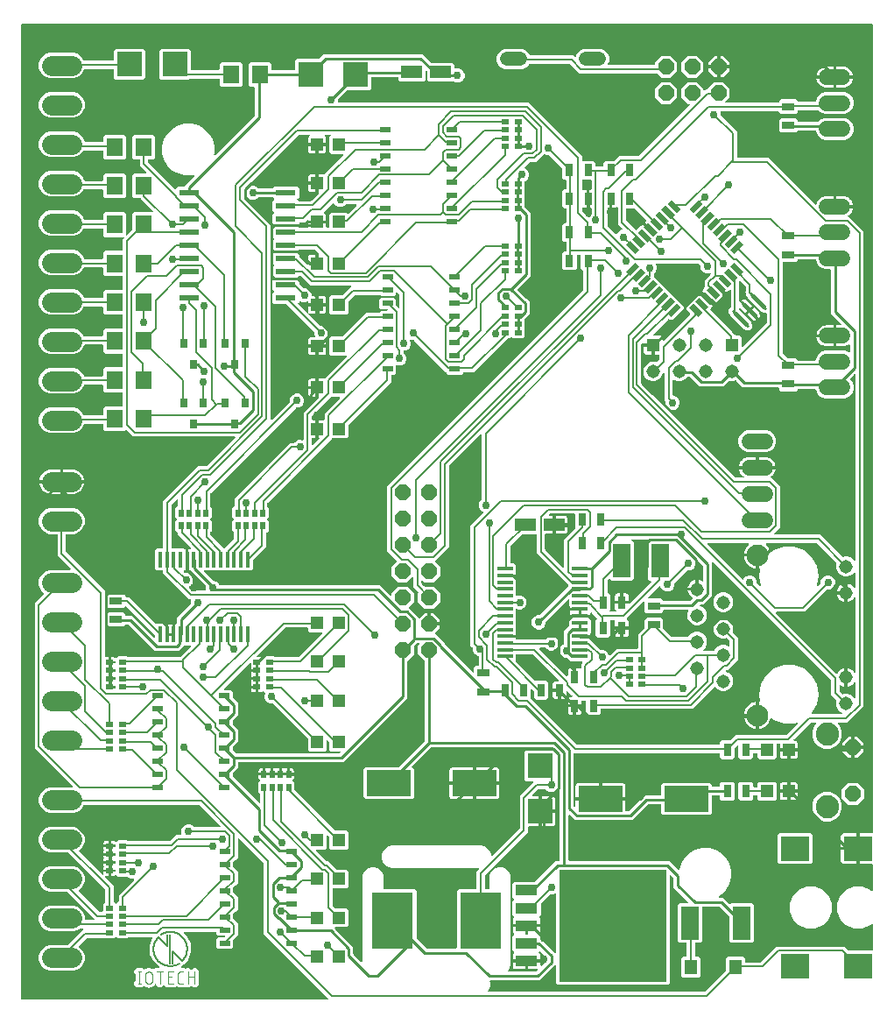
<source format=gbr>
G04 EAGLE Gerber RS-274X export*
G75*
%MOMM*%
%FSLAX34Y34*%
%LPD*%
%INTop Copper*%
%IPPOS*%
%AMOC8*
5,1,8,0,0,1.08239X$1,22.5*%
G01*
%ADD10R,1.200000X1.200000*%
%ADD11R,1.270000X1.470000*%
%ADD12R,0.800000X1.200000*%
%ADD13R,1.780000X3.200000*%
%ADD14R,2.800000X2.400000*%
%ADD15R,1.200000X0.800000*%
%ADD16R,1.308000X1.308000*%
%ADD17C,1.308000*%
%ADD18R,1.500000X0.400000*%
%ADD19R,1.700000X3.300000*%
%ADD20R,2.000000X1.200000*%
%ADD21C,2.100000*%
%ADD22C,1.524000*%
%ADD23R,1.270000X0.558800*%
%ADD24R,0.558800X1.270000*%
%ADD25C,0.450000*%
%ADD26C,0.254000*%
%ADD27R,4.300000X2.500000*%
%ADD28R,4.000000X5.500000*%
%ADD29R,10.410000X10.800000*%
%ADD30R,2.159000X1.066800*%
%ADD31R,2.400000X2.400000*%
%ADD32C,0.127000*%
%ADD33C,0.101600*%
%ADD34P,1.649562X8X112.500000*%
%ADD35C,2.247900*%
%ADD36P,1.632244X8X22.500000*%
%ADD37C,1.320800*%
%ADD38R,1.000000X0.500000*%
%ADD39R,0.400000X1.500000*%
%ADD40C,1.905000*%
%ADD41R,0.650000X0.500000*%
%ADD42R,0.500000X0.650000*%
%ADD43R,1.981200X0.558800*%
%ADD44P,1.632244X8X112.500000*%
%ADD45R,0.802000X0.972000*%
%ADD46R,1.600000X1.800000*%
%ADD47C,0.756400*%
%ADD48C,0.203200*%

G36*
X307101Y10934D02*
X307101Y10934D01*
X307173Y10936D01*
X307222Y10954D01*
X307273Y10962D01*
X307337Y10996D01*
X307404Y11021D01*
X307445Y11053D01*
X307491Y11078D01*
X307540Y11129D01*
X307596Y11174D01*
X307624Y11218D01*
X307660Y11256D01*
X307690Y11321D01*
X307729Y11381D01*
X307742Y11432D01*
X307764Y11479D01*
X307772Y11550D01*
X307789Y11620D01*
X307785Y11672D01*
X307791Y11723D01*
X307776Y11794D01*
X307770Y11865D01*
X307750Y11913D01*
X307739Y11964D01*
X307702Y12025D01*
X307674Y12091D01*
X307629Y12147D01*
X307612Y12175D01*
X307595Y12190D01*
X307569Y12222D01*
X306965Y12826D01*
X244937Y74854D01*
X244937Y142912D01*
X244923Y143002D01*
X244915Y143093D01*
X244903Y143123D01*
X244898Y143155D01*
X244855Y143235D01*
X244819Y143319D01*
X244793Y143351D01*
X244782Y143372D01*
X244759Y143394D01*
X244714Y143450D01*
X221710Y166454D01*
X221652Y166496D01*
X221600Y166546D01*
X221553Y166568D01*
X221511Y166598D01*
X221442Y166619D01*
X221377Y166649D01*
X221325Y166655D01*
X221275Y166670D01*
X221204Y166668D01*
X221133Y166676D01*
X221082Y166665D01*
X221030Y166664D01*
X220962Y166639D01*
X220892Y166624D01*
X220847Y166597D01*
X220799Y166579D01*
X220743Y166535D01*
X220681Y166498D01*
X220647Y166458D01*
X220607Y166426D01*
X220568Y166365D01*
X220521Y166311D01*
X220502Y166263D01*
X220474Y166219D01*
X220456Y166149D01*
X220429Y166083D01*
X220421Y166011D01*
X220413Y165980D01*
X220415Y165957D01*
X220411Y165916D01*
X220411Y148330D01*
X217807Y145726D01*
X215872Y143791D01*
X215819Y143717D01*
X215759Y143647D01*
X215747Y143617D01*
X215728Y143591D01*
X215701Y143504D01*
X215667Y143419D01*
X215663Y143378D01*
X215656Y143356D01*
X215657Y143324D01*
X215649Y143253D01*
X215649Y139426D01*
X215663Y139336D01*
X215671Y139245D01*
X215683Y139215D01*
X215688Y139183D01*
X215731Y139103D01*
X215767Y139019D01*
X215793Y138987D01*
X215804Y138966D01*
X215827Y138944D01*
X215872Y138888D01*
X220411Y134349D01*
X220411Y123838D01*
X217807Y121234D01*
X215872Y119299D01*
X215819Y119225D01*
X215759Y119155D01*
X215747Y119125D01*
X215728Y119099D01*
X215701Y119012D01*
X215667Y118927D01*
X215663Y118886D01*
X215656Y118864D01*
X215657Y118832D01*
X215649Y118761D01*
X215649Y114934D01*
X215663Y114844D01*
X215671Y114753D01*
X215683Y114723D01*
X215688Y114691D01*
X215731Y114611D01*
X215767Y114527D01*
X215793Y114495D01*
X215804Y114474D01*
X215827Y114452D01*
X215872Y114396D01*
X220411Y109857D01*
X220411Y98325D01*
X217807Y95721D01*
X215872Y93786D01*
X215819Y93712D01*
X215759Y93643D01*
X215747Y93613D01*
X215728Y93587D01*
X215701Y93500D01*
X215667Y93415D01*
X215663Y93374D01*
X215656Y93352D01*
X215657Y93319D01*
X215649Y93248D01*
X215649Y89421D01*
X215663Y89331D01*
X215671Y89240D01*
X215683Y89211D01*
X215688Y89179D01*
X215731Y89098D01*
X215767Y89014D01*
X215793Y88982D01*
X215804Y88961D01*
X215827Y88939D01*
X215872Y88883D01*
X220411Y84344D01*
X220411Y72813D01*
X215872Y68274D01*
X215819Y68200D01*
X215759Y68130D01*
X215747Y68100D01*
X215728Y68074D01*
X215701Y67987D01*
X215667Y67902D01*
X215663Y67861D01*
X215656Y67839D01*
X215657Y67807D01*
X215649Y67736D01*
X215649Y61787D01*
X213863Y60001D01*
X201337Y60001D01*
X199551Y61787D01*
X199551Y69313D01*
X201337Y71099D01*
X206885Y71099D01*
X206974Y71113D01*
X207065Y71121D01*
X207095Y71133D01*
X207127Y71138D01*
X207208Y71181D01*
X207292Y71217D01*
X207324Y71243D01*
X207345Y71254D01*
X207367Y71277D01*
X207423Y71322D01*
X207503Y71402D01*
X207545Y71460D01*
X207594Y71512D01*
X207616Y71559D01*
X207646Y71601D01*
X207667Y71670D01*
X207698Y71735D01*
X207703Y71787D01*
X207719Y71836D01*
X207717Y71908D01*
X207725Y71979D01*
X207714Y72030D01*
X207712Y72082D01*
X207688Y72150D01*
X207673Y72220D01*
X207646Y72264D01*
X207628Y72313D01*
X207583Y72369D01*
X207546Y72431D01*
X207507Y72465D01*
X207474Y72505D01*
X207414Y72544D01*
X207359Y72591D01*
X207311Y72610D01*
X207267Y72638D01*
X207198Y72656D01*
X207131Y72683D01*
X207060Y72691D01*
X207029Y72699D01*
X207006Y72697D01*
X206965Y72701D01*
X201337Y72701D01*
X199551Y74487D01*
X199551Y75794D01*
X199548Y75813D01*
X199550Y75833D01*
X199528Y75934D01*
X199512Y76036D01*
X199502Y76054D01*
X199498Y76073D01*
X199445Y76162D01*
X199396Y76254D01*
X199382Y76267D01*
X199372Y76284D01*
X199293Y76352D01*
X199218Y76423D01*
X199200Y76431D01*
X199185Y76444D01*
X199089Y76483D01*
X198995Y76527D01*
X198975Y76529D01*
X198957Y76536D01*
X198790Y76555D01*
X168618Y76555D01*
X168510Y76537D01*
X168403Y76524D01*
X168389Y76517D01*
X168375Y76515D01*
X168279Y76464D01*
X168181Y76417D01*
X168170Y76407D01*
X168157Y76400D01*
X168083Y76321D01*
X168005Y76245D01*
X167998Y76232D01*
X167988Y76222D01*
X167942Y76123D01*
X167893Y76026D01*
X167891Y76012D01*
X167884Y75999D01*
X167872Y75891D01*
X167856Y75783D01*
X167859Y75769D01*
X167857Y75754D01*
X167880Y75648D01*
X167899Y75541D01*
X167906Y75528D01*
X167910Y75514D01*
X167965Y75420D01*
X168017Y75325D01*
X168030Y75312D01*
X168036Y75303D01*
X168058Y75283D01*
X168135Y75205D01*
X170876Y72955D01*
X174692Y65367D01*
X175103Y56883D01*
X172038Y48961D01*
X169032Y45962D01*
X169031Y45962D01*
X169031Y45961D01*
X167944Y44875D01*
X167900Y44875D01*
X167839Y44855D01*
X167777Y44845D01*
X167723Y44817D01*
X167666Y44798D01*
X167615Y44760D01*
X167559Y44730D01*
X167517Y44686D01*
X167469Y44650D01*
X167433Y44598D01*
X167389Y44552D01*
X167364Y44497D01*
X167330Y44448D01*
X167299Y44358D01*
X167285Y44329D01*
X167284Y44313D01*
X167275Y44289D01*
X167152Y43737D01*
X165864Y42920D01*
X165774Y42863D01*
X165750Y42841D01*
X165722Y42826D01*
X165659Y42760D01*
X165590Y42699D01*
X165574Y42671D01*
X165552Y42648D01*
X165514Y42565D01*
X165468Y42486D01*
X165462Y42454D01*
X165449Y42425D01*
X165439Y42334D01*
X165421Y42244D01*
X165425Y42212D01*
X165422Y42180D01*
X165441Y42091D01*
X165453Y42000D01*
X165467Y41971D01*
X165474Y41940D01*
X165521Y41861D01*
X165561Y41779D01*
X165584Y41757D01*
X165600Y41729D01*
X165670Y41669D01*
X165734Y41604D01*
X165763Y41590D01*
X165787Y41569D01*
X165872Y41535D01*
X165954Y41494D01*
X165985Y41489D01*
X166015Y41477D01*
X166182Y41459D01*
X166548Y41459D01*
X168830Y41459D01*
X169191Y41097D01*
X169207Y41085D01*
X169220Y41070D01*
X169307Y41014D01*
X169391Y40954D01*
X169410Y40948D01*
X169427Y40937D01*
X169527Y40912D01*
X169626Y40881D01*
X169646Y40882D01*
X169665Y40877D01*
X169768Y40885D01*
X169872Y40888D01*
X169891Y40894D01*
X169910Y40896D01*
X170005Y40936D01*
X170103Y40972D01*
X170118Y40985D01*
X170137Y40992D01*
X170268Y41097D01*
X170629Y41459D01*
X173576Y41459D01*
X174810Y40225D01*
X174826Y40213D01*
X174838Y40198D01*
X174926Y40141D01*
X175010Y40081D01*
X175029Y40075D01*
X175045Y40065D01*
X175146Y40039D01*
X175245Y40009D01*
X175265Y40009D01*
X175284Y40004D01*
X175387Y40012D01*
X175491Y40015D01*
X175509Y40022D01*
X175529Y40024D01*
X175624Y40064D01*
X175722Y40100D01*
X175737Y40112D01*
X175755Y40120D01*
X175886Y40225D01*
X177120Y41459D01*
X180067Y41459D01*
X182150Y39375D01*
X182150Y24745D01*
X180067Y22661D01*
X177120Y22661D01*
X175886Y23895D01*
X175870Y23907D01*
X175858Y23922D01*
X175771Y23979D01*
X175687Y24039D01*
X175668Y24045D01*
X175651Y24055D01*
X175550Y24081D01*
X175452Y24111D01*
X175432Y24111D01*
X175412Y24116D01*
X175309Y24108D01*
X175206Y24105D01*
X175187Y24098D01*
X175167Y24096D01*
X175072Y24056D01*
X174975Y24020D01*
X174959Y24008D01*
X174941Y24000D01*
X174810Y23895D01*
X173576Y22661D01*
X170629Y22661D01*
X170268Y23023D01*
X170251Y23035D01*
X170239Y23050D01*
X170152Y23106D01*
X170068Y23166D01*
X170049Y23172D01*
X170032Y23183D01*
X169932Y23208D01*
X169833Y23239D01*
X169813Y23238D01*
X169794Y23243D01*
X169691Y23235D01*
X169587Y23232D01*
X169568Y23226D01*
X169548Y23224D01*
X169453Y23184D01*
X169356Y23148D01*
X169340Y23135D01*
X169322Y23128D01*
X169191Y23023D01*
X168830Y22661D01*
X163111Y22661D01*
X161239Y23742D01*
X161198Y23758D01*
X161161Y23781D01*
X161084Y23801D01*
X161009Y23829D01*
X160965Y23831D01*
X160923Y23841D01*
X160843Y23835D01*
X160763Y23838D01*
X160721Y23826D01*
X160677Y23822D01*
X160604Y23791D01*
X160527Y23768D01*
X160491Y23743D01*
X160451Y23726D01*
X160338Y23635D01*
X160326Y23627D01*
X160324Y23624D01*
X160320Y23621D01*
X159360Y22661D01*
X151221Y22661D01*
X149319Y24563D01*
X149303Y24574D01*
X149291Y24590D01*
X149204Y24646D01*
X149120Y24706D01*
X149101Y24712D01*
X149084Y24723D01*
X148983Y24748D01*
X148885Y24779D01*
X148865Y24778D01*
X148845Y24783D01*
X148742Y24775D01*
X148639Y24772D01*
X148620Y24765D01*
X148600Y24764D01*
X148505Y24723D01*
X148408Y24688D01*
X148392Y24675D01*
X148374Y24668D01*
X148243Y24563D01*
X146341Y22661D01*
X143395Y22661D01*
X141311Y24745D01*
X141311Y25336D01*
X141310Y25344D01*
X141311Y25351D01*
X141290Y25465D01*
X141272Y25578D01*
X141268Y25585D01*
X141266Y25593D01*
X141210Y25695D01*
X141157Y25796D01*
X141151Y25801D01*
X141147Y25808D01*
X141061Y25886D01*
X140978Y25965D01*
X140971Y25969D01*
X140965Y25974D01*
X140860Y26020D01*
X140755Y26069D01*
X140747Y26070D01*
X140740Y26073D01*
X140625Y26083D01*
X140511Y26096D01*
X140503Y26094D01*
X140495Y26095D01*
X140383Y26068D01*
X140270Y26044D01*
X140263Y26040D01*
X140256Y26038D01*
X140158Y25977D01*
X140059Y25917D01*
X140054Y25911D01*
X140047Y25907D01*
X139934Y25783D01*
X138404Y23677D01*
X134200Y22311D01*
X129975Y23684D01*
X129929Y23742D01*
X129892Y23766D01*
X129860Y23797D01*
X129789Y23832D01*
X129722Y23875D01*
X129679Y23885D01*
X129639Y23905D01*
X129561Y23915D01*
X129483Y23935D01*
X129439Y23931D01*
X129395Y23937D01*
X129317Y23922D01*
X129238Y23916D01*
X129197Y23898D01*
X129154Y23890D01*
X129085Y23850D01*
X129012Y23819D01*
X128966Y23783D01*
X128940Y23768D01*
X128922Y23747D01*
X128881Y23714D01*
X127828Y22661D01*
X122285Y22661D01*
X120201Y24745D01*
X120201Y27691D01*
X121277Y28767D01*
X121330Y28840D01*
X121389Y28910D01*
X121401Y28940D01*
X121420Y28966D01*
X121447Y29053D01*
X121481Y29138D01*
X121486Y29179D01*
X121492Y29201D01*
X121492Y29234D01*
X121499Y29305D01*
X121499Y34815D01*
X121485Y34905D01*
X121478Y34996D01*
X121465Y35026D01*
X121460Y35058D01*
X121417Y35139D01*
X121381Y35223D01*
X121356Y35255D01*
X121345Y35275D01*
X121321Y35298D01*
X121277Y35353D01*
X120201Y36429D01*
X120201Y39375D01*
X122285Y41459D01*
X127828Y41459D01*
X128881Y40405D01*
X128945Y40359D01*
X129004Y40305D01*
X129045Y40288D01*
X129081Y40262D01*
X129157Y40239D01*
X129230Y40207D01*
X129274Y40203D01*
X129316Y40190D01*
X129395Y40192D01*
X129475Y40185D01*
X129518Y40195D01*
X129562Y40196D01*
X129636Y40223D01*
X129714Y40242D01*
X129751Y40265D01*
X129793Y40280D01*
X129855Y40330D01*
X129922Y40372D01*
X129962Y40416D01*
X129985Y40434D01*
X129989Y40440D01*
X134200Y41809D01*
X138511Y40408D01*
X138597Y40395D01*
X138682Y40374D01*
X138718Y40376D01*
X138754Y40371D01*
X138840Y40386D01*
X138927Y40393D01*
X138960Y40407D01*
X138996Y40413D01*
X139073Y40455D01*
X139153Y40489D01*
X139190Y40518D01*
X139213Y40530D01*
X139234Y40553D01*
X139284Y40594D01*
X140149Y41459D01*
X143803Y41459D01*
X143910Y41476D01*
X144018Y41490D01*
X144031Y41496D01*
X144046Y41498D01*
X144141Y41549D01*
X144239Y41596D01*
X144250Y41607D01*
X144263Y41614D01*
X144337Y41692D01*
X144415Y41768D01*
X144422Y41781D01*
X144432Y41792D01*
X144478Y41890D01*
X144528Y41987D01*
X144530Y42002D01*
X144536Y42015D01*
X144548Y42123D01*
X144564Y42230D01*
X144561Y42245D01*
X144563Y42259D01*
X144540Y42366D01*
X144521Y42473D01*
X144514Y42485D01*
X144511Y42500D01*
X144455Y42593D01*
X144403Y42688D01*
X144390Y42701D01*
X144385Y42711D01*
X144362Y42730D01*
X144286Y42808D01*
X139124Y47045D01*
X135308Y54633D01*
X134897Y63117D01*
X137721Y70416D01*
X137728Y70453D01*
X137744Y70486D01*
X137753Y70572D01*
X137771Y70657D01*
X137767Y70694D01*
X137771Y70730D01*
X137753Y70815D01*
X137742Y70901D01*
X137727Y70935D01*
X137719Y70971D01*
X137674Y71045D01*
X137637Y71124D01*
X137611Y71150D01*
X137592Y71182D01*
X137527Y71238D01*
X137466Y71301D01*
X137434Y71318D01*
X137406Y71342D01*
X137325Y71374D01*
X137248Y71414D01*
X137212Y71420D01*
X137177Y71434D01*
X137011Y71452D01*
X115079Y71452D01*
X114989Y71438D01*
X114898Y71430D01*
X114868Y71418D01*
X114836Y71413D01*
X114756Y71370D01*
X114672Y71334D01*
X114640Y71308D01*
X114619Y71297D01*
X114597Y71274D01*
X114541Y71229D01*
X113263Y69951D01*
X104237Y69951D01*
X103038Y71150D01*
X103022Y71162D01*
X103010Y71177D01*
X102922Y71233D01*
X102839Y71294D01*
X102820Y71300D01*
X102803Y71310D01*
X102702Y71336D01*
X102603Y71366D01*
X102584Y71366D01*
X102564Y71370D01*
X102461Y71362D01*
X102358Y71360D01*
X102339Y71353D01*
X102319Y71351D01*
X102224Y71311D01*
X102127Y71275D01*
X102111Y71263D01*
X102093Y71255D01*
X101962Y71150D01*
X100763Y69951D01*
X91737Y69951D01*
X91480Y70209D01*
X91406Y70262D01*
X91336Y70321D01*
X91306Y70334D01*
X91280Y70352D01*
X91193Y70379D01*
X91108Y70413D01*
X91067Y70418D01*
X91045Y70425D01*
X91013Y70424D01*
X90941Y70432D01*
X74454Y70432D01*
X74364Y70417D01*
X74273Y70410D01*
X74244Y70397D01*
X74212Y70392D01*
X74131Y70349D01*
X74047Y70314D01*
X74015Y70288D01*
X73994Y70277D01*
X73972Y70254D01*
X73916Y70209D01*
X66695Y62988D01*
X66684Y62972D01*
X66668Y62959D01*
X66612Y62872D01*
X66552Y62788D01*
X66546Y62769D01*
X66535Y62753D01*
X66510Y62652D01*
X66480Y62553D01*
X66480Y62533D01*
X66475Y62514D01*
X66483Y62411D01*
X66486Y62307D01*
X66493Y62289D01*
X66494Y62269D01*
X66535Y62174D01*
X66570Y62076D01*
X66583Y62061D01*
X66591Y62042D01*
X66695Y61912D01*
X70184Y58422D01*
X72099Y53801D01*
X72099Y48799D01*
X70184Y44178D01*
X66647Y40641D01*
X62026Y38726D01*
X37974Y38726D01*
X33353Y40641D01*
X29816Y44178D01*
X27901Y48799D01*
X27901Y53801D01*
X29816Y58422D01*
X33353Y61959D01*
X37974Y63874D01*
X55769Y63874D01*
X55859Y63888D01*
X55950Y63896D01*
X55980Y63908D01*
X56012Y63913D01*
X56092Y63956D01*
X56176Y63992D01*
X56208Y64018D01*
X56229Y64029D01*
X56251Y64052D01*
X56307Y64097D01*
X70527Y78317D01*
X70569Y78375D01*
X70619Y78427D01*
X70641Y78474D01*
X70671Y78516D01*
X70692Y78585D01*
X70722Y78650D01*
X70728Y78702D01*
X70743Y78752D01*
X70741Y78823D01*
X70749Y78894D01*
X70738Y78945D01*
X70737Y78997D01*
X70712Y79065D01*
X70697Y79135D01*
X70670Y79179D01*
X70652Y79228D01*
X70608Y79284D01*
X70571Y79346D01*
X70531Y79380D01*
X70499Y79420D01*
X70438Y79459D01*
X70384Y79506D01*
X70336Y79525D01*
X70292Y79553D01*
X70222Y79571D01*
X70156Y79598D01*
X70084Y79606D01*
X70053Y79614D01*
X70030Y79612D01*
X69989Y79616D01*
X67839Y79616D01*
X67748Y79602D01*
X67658Y79594D01*
X67628Y79582D01*
X67596Y79577D01*
X67515Y79534D01*
X67431Y79498D01*
X67399Y79472D01*
X67378Y79461D01*
X67356Y79438D01*
X67300Y79393D01*
X66647Y78741D01*
X62026Y76826D01*
X37974Y76826D01*
X33353Y78741D01*
X29816Y82278D01*
X27901Y86899D01*
X27901Y91901D01*
X29816Y96522D01*
X33353Y100059D01*
X37974Y101974D01*
X62026Y101974D01*
X66647Y100059D01*
X70184Y96522D01*
X72099Y91901D01*
X72099Y88507D01*
X72102Y88487D01*
X72100Y88468D01*
X72122Y88366D01*
X72138Y88264D01*
X72148Y88247D01*
X72152Y88227D01*
X72205Y88138D01*
X72254Y88047D01*
X72268Y88033D01*
X72278Y88016D01*
X72357Y87949D01*
X72432Y87877D01*
X72450Y87869D01*
X72465Y87856D01*
X72561Y87817D01*
X72655Y87774D01*
X72675Y87772D01*
X72693Y87764D01*
X72860Y87746D01*
X81215Y87746D01*
X81285Y87757D01*
X81357Y87759D01*
X81406Y87777D01*
X81457Y87785D01*
X81521Y87819D01*
X81588Y87844D01*
X81629Y87876D01*
X81675Y87901D01*
X81724Y87953D01*
X81780Y87997D01*
X81808Y88041D01*
X81844Y88079D01*
X81874Y88144D01*
X81913Y88204D01*
X81926Y88255D01*
X81948Y88302D01*
X81956Y88373D01*
X81973Y88443D01*
X81969Y88495D01*
X81975Y88546D01*
X81960Y88617D01*
X81954Y88688D01*
X81934Y88736D01*
X81923Y88787D01*
X81886Y88848D01*
X81858Y88914D01*
X81813Y88970D01*
X81796Y88998D01*
X81779Y89013D01*
X81753Y89045D01*
X56095Y114703D01*
X56021Y114756D01*
X55951Y114816D01*
X55921Y114828D01*
X55895Y114847D01*
X55808Y114874D01*
X55723Y114908D01*
X55682Y114912D01*
X55660Y114919D01*
X55628Y114918D01*
X55557Y114926D01*
X37974Y114926D01*
X33353Y116841D01*
X29816Y120378D01*
X27901Y124999D01*
X27901Y130001D01*
X29816Y134622D01*
X33353Y138159D01*
X37974Y140074D01*
X62026Y140074D01*
X66647Y138159D01*
X70184Y134622D01*
X72099Y130001D01*
X72099Y124999D01*
X70184Y120378D01*
X66589Y116782D01*
X66578Y116766D01*
X66562Y116754D01*
X66506Y116666D01*
X66446Y116583D01*
X66440Y116564D01*
X66429Y116547D01*
X66404Y116446D01*
X66373Y116347D01*
X66374Y116328D01*
X66369Y116308D01*
X66377Y116205D01*
X66380Y116102D01*
X66387Y116083D01*
X66388Y116063D01*
X66428Y115968D01*
X66464Y115871D01*
X66477Y115855D01*
X66484Y115837D01*
X66589Y115706D01*
X86162Y96133D01*
X86236Y96080D01*
X86306Y96020D01*
X86336Y96008D01*
X86362Y95989D01*
X86449Y95962D01*
X86534Y95928D01*
X86575Y95924D01*
X86597Y95917D01*
X86629Y95918D01*
X86700Y95910D01*
X89190Y95910D01*
X89210Y95913D01*
X89229Y95911D01*
X89331Y95933D01*
X89433Y95949D01*
X89450Y95959D01*
X89470Y95963D01*
X89559Y96016D01*
X89650Y96065D01*
X89664Y96079D01*
X89681Y96089D01*
X89748Y96168D01*
X89820Y96243D01*
X89828Y96261D01*
X89841Y96276D01*
X89880Y96372D01*
X89923Y96466D01*
X89925Y96486D01*
X89933Y96504D01*
X89951Y96671D01*
X89951Y103263D01*
X91639Y104951D01*
X91692Y105025D01*
X91752Y105094D01*
X91764Y105124D01*
X91783Y105151D01*
X91810Y105238D01*
X91844Y105322D01*
X91848Y105363D01*
X91855Y105386D01*
X91854Y105418D01*
X91862Y105489D01*
X91862Y117400D01*
X91848Y117490D01*
X91840Y117581D01*
X91828Y117610D01*
X91823Y117642D01*
X91780Y117723D01*
X91744Y117807D01*
X91718Y117839D01*
X91707Y117860D01*
X91684Y117882D01*
X91639Y117938D01*
X56774Y152803D01*
X56700Y152856D01*
X56630Y152916D01*
X56600Y152928D01*
X56574Y152947D01*
X56487Y152974D01*
X56402Y153008D01*
X56361Y153012D01*
X56339Y153019D01*
X56307Y153018D01*
X56236Y153026D01*
X37974Y153026D01*
X33353Y154941D01*
X29816Y158478D01*
X27901Y163099D01*
X27901Y168101D01*
X29816Y172722D01*
X33353Y176259D01*
X37974Y178174D01*
X62026Y178174D01*
X66647Y176259D01*
X70184Y172722D01*
X72099Y168101D01*
X72099Y163099D01*
X70184Y158478D01*
X66929Y155222D01*
X66917Y155206D01*
X66902Y155193D01*
X66845Y155106D01*
X66785Y155022D01*
X66779Y155003D01*
X66769Y154986D01*
X66743Y154886D01*
X66713Y154787D01*
X66713Y154767D01*
X66708Y154748D01*
X66716Y154645D01*
X66719Y154541D01*
X66726Y154522D01*
X66728Y154502D01*
X66768Y154408D01*
X66804Y154310D01*
X66816Y154294D01*
X66824Y154276D01*
X66929Y154145D01*
X89201Y131873D01*
X89240Y131845D01*
X89273Y131810D01*
X89339Y131773D01*
X89401Y131729D01*
X89447Y131715D01*
X89489Y131692D01*
X89564Y131679D01*
X89636Y131657D01*
X89684Y131658D01*
X89731Y131650D01*
X89806Y131661D01*
X89882Y131663D01*
X89927Y131680D01*
X89974Y131687D01*
X90041Y131722D01*
X90113Y131748D01*
X90150Y131778D01*
X90193Y131800D01*
X90246Y131854D01*
X90305Y131901D01*
X90331Y131942D01*
X90364Y131976D01*
X90397Y132045D01*
X90438Y132108D01*
X90450Y132155D01*
X90470Y132198D01*
X90479Y132273D01*
X90498Y132347D01*
X90494Y132395D01*
X90500Y132442D01*
X90480Y132570D01*
X90479Y132592D01*
X90476Y132598D01*
X90475Y132608D01*
X90459Y132666D01*
X90459Y134251D01*
X95001Y134251D01*
X95001Y130459D01*
X92666Y130459D01*
X92608Y130475D01*
X92560Y130479D01*
X92515Y130494D01*
X92439Y130492D01*
X92363Y130499D01*
X92317Y130488D01*
X92269Y130487D01*
X92197Y130461D01*
X92124Y130444D01*
X92083Y130419D01*
X92038Y130403D01*
X91979Y130355D01*
X91914Y130316D01*
X91883Y130279D01*
X91846Y130249D01*
X91805Y130185D01*
X91756Y130127D01*
X91739Y130083D01*
X91713Y130042D01*
X91694Y129969D01*
X91667Y129898D01*
X91664Y129850D01*
X91653Y129804D01*
X91658Y129728D01*
X91655Y129652D01*
X91668Y129606D01*
X91672Y129558D01*
X91701Y129489D01*
X91722Y129416D01*
X91749Y129376D01*
X91768Y129332D01*
X91849Y129231D01*
X91861Y129213D01*
X91867Y129209D01*
X91873Y129201D01*
X99992Y121082D01*
X99992Y105810D01*
X99995Y105790D01*
X99993Y105771D01*
X100015Y105669D01*
X100031Y105567D01*
X100041Y105550D01*
X100045Y105530D01*
X100098Y105441D01*
X100147Y105350D01*
X100161Y105336D01*
X100171Y105319D01*
X100250Y105252D01*
X100325Y105180D01*
X100343Y105172D01*
X100358Y105159D01*
X100454Y105120D01*
X100548Y105077D01*
X100568Y105075D01*
X100586Y105067D01*
X100753Y105049D01*
X100763Y105049D01*
X101962Y103850D01*
X101978Y103838D01*
X101990Y103823D01*
X102078Y103767D01*
X102161Y103706D01*
X102180Y103700D01*
X102197Y103690D01*
X102298Y103664D01*
X102397Y103634D01*
X102416Y103634D01*
X102436Y103630D01*
X102539Y103638D01*
X102642Y103640D01*
X102661Y103647D01*
X102681Y103649D01*
X102776Y103689D01*
X102873Y103725D01*
X102889Y103737D01*
X102907Y103745D01*
X103038Y103850D01*
X104237Y105049D01*
X104368Y105049D01*
X104387Y105052D01*
X104407Y105050D01*
X104508Y105072D01*
X104610Y105088D01*
X104628Y105098D01*
X104647Y105102D01*
X104736Y105155D01*
X104828Y105204D01*
X104841Y105218D01*
X104858Y105228D01*
X104926Y105307D01*
X104997Y105382D01*
X105005Y105400D01*
X105018Y105415D01*
X105057Y105511D01*
X105101Y105605D01*
X105103Y105625D01*
X105110Y105643D01*
X105129Y105810D01*
X105129Y111898D01*
X119807Y126576D01*
X119849Y126634D01*
X119898Y126686D01*
X119920Y126733D01*
X119950Y126775D01*
X119971Y126844D01*
X120002Y126909D01*
X120007Y126961D01*
X120023Y127011D01*
X120021Y127082D01*
X120029Y127153D01*
X120018Y127204D01*
X120016Y127256D01*
X119992Y127324D01*
X119977Y127394D01*
X119950Y127439D01*
X119932Y127487D01*
X119887Y127543D01*
X119850Y127605D01*
X119811Y127639D01*
X119778Y127679D01*
X119718Y127718D01*
X119663Y127765D01*
X119615Y127784D01*
X119571Y127812D01*
X119502Y127830D01*
X119435Y127857D01*
X119364Y127865D01*
X119333Y127873D01*
X119310Y127871D01*
X119269Y127875D01*
X117019Y127875D01*
X114509Y128915D01*
X113696Y129728D01*
X113622Y129781D01*
X113552Y129841D01*
X113522Y129853D01*
X113496Y129872D01*
X113409Y129899D01*
X113324Y129933D01*
X113283Y129937D01*
X113261Y129944D01*
X113229Y129943D01*
X113157Y129951D01*
X104237Y129951D01*
X102679Y131509D01*
X102663Y131521D01*
X102650Y131537D01*
X102563Y131593D01*
X102479Y131653D01*
X102460Y131659D01*
X102443Y131670D01*
X102343Y131695D01*
X102244Y131725D01*
X102224Y131725D01*
X102205Y131730D01*
X102102Y131722D01*
X101998Y131719D01*
X101980Y131712D01*
X101960Y131710D01*
X101865Y131670D01*
X101767Y131634D01*
X101752Y131622D01*
X101733Y131614D01*
X101602Y131509D01*
X101060Y130967D01*
X100481Y130632D01*
X99834Y130459D01*
X97499Y130459D01*
X97499Y134251D01*
X101690Y134251D01*
X101710Y134254D01*
X101729Y134252D01*
X101831Y134274D01*
X101933Y134290D01*
X101950Y134300D01*
X101970Y134304D01*
X102059Y134357D01*
X102150Y134406D01*
X102164Y134420D01*
X102181Y134430D01*
X102248Y134509D01*
X102320Y134584D01*
X102328Y134602D01*
X102341Y134617D01*
X102380Y134713D01*
X102423Y134807D01*
X102425Y134827D01*
X102433Y134845D01*
X102451Y135012D01*
X102451Y135988D01*
X102448Y136008D01*
X102450Y136027D01*
X102428Y136129D01*
X102412Y136231D01*
X102402Y136248D01*
X102398Y136268D01*
X102345Y136357D01*
X102296Y136448D01*
X102282Y136462D01*
X102272Y136479D01*
X102193Y136546D01*
X102118Y136618D01*
X102100Y136626D01*
X102085Y136639D01*
X101989Y136678D01*
X101895Y136721D01*
X101875Y136723D01*
X101857Y136731D01*
X101690Y136749D01*
X97499Y136749D01*
X97499Y142251D01*
X101690Y142251D01*
X101710Y142254D01*
X101729Y142252D01*
X101831Y142274D01*
X101933Y142290D01*
X101950Y142300D01*
X101970Y142304D01*
X102059Y142357D01*
X102150Y142406D01*
X102164Y142420D01*
X102181Y142430D01*
X102248Y142509D01*
X102320Y142584D01*
X102328Y142602D01*
X102341Y142617D01*
X102380Y142713D01*
X102423Y142807D01*
X102425Y142827D01*
X102433Y142845D01*
X102451Y143012D01*
X102451Y143988D01*
X102448Y144008D01*
X102450Y144027D01*
X102428Y144129D01*
X102412Y144231D01*
X102402Y144248D01*
X102398Y144268D01*
X102345Y144357D01*
X102296Y144448D01*
X102282Y144462D01*
X102272Y144479D01*
X102193Y144546D01*
X102118Y144618D01*
X102100Y144626D01*
X102085Y144639D01*
X101989Y144678D01*
X101895Y144721D01*
X101875Y144723D01*
X101857Y144731D01*
X101690Y144749D01*
X97499Y144749D01*
X97499Y150251D01*
X101690Y150251D01*
X101710Y150254D01*
X101729Y150252D01*
X101831Y150274D01*
X101933Y150290D01*
X101950Y150300D01*
X101970Y150304D01*
X102059Y150357D01*
X102150Y150406D01*
X102164Y150420D01*
X102181Y150430D01*
X102248Y150509D01*
X102320Y150584D01*
X102328Y150602D01*
X102341Y150617D01*
X102380Y150713D01*
X102423Y150807D01*
X102425Y150827D01*
X102433Y150845D01*
X102451Y151012D01*
X102451Y151988D01*
X102448Y152008D01*
X102450Y152027D01*
X102428Y152129D01*
X102412Y152231D01*
X102402Y152248D01*
X102398Y152268D01*
X102345Y152357D01*
X102296Y152448D01*
X102282Y152462D01*
X102272Y152479D01*
X102193Y152546D01*
X102118Y152618D01*
X102100Y152626D01*
X102085Y152639D01*
X101989Y152678D01*
X101895Y152721D01*
X101875Y152723D01*
X101857Y152731D01*
X101690Y152749D01*
X97499Y152749D01*
X97499Y158251D01*
X101690Y158251D01*
X101710Y158254D01*
X101729Y158252D01*
X101831Y158274D01*
X101933Y158290D01*
X101950Y158300D01*
X101970Y158304D01*
X102059Y158357D01*
X102150Y158406D01*
X102164Y158420D01*
X102181Y158430D01*
X102248Y158509D01*
X102320Y158584D01*
X102328Y158602D01*
X102341Y158617D01*
X102380Y158713D01*
X102423Y158807D01*
X102425Y158827D01*
X102433Y158845D01*
X102451Y159012D01*
X102451Y159988D01*
X102448Y160008D01*
X102450Y160027D01*
X102428Y160129D01*
X102412Y160231D01*
X102402Y160248D01*
X102398Y160268D01*
X102345Y160357D01*
X102296Y160448D01*
X102282Y160462D01*
X102272Y160479D01*
X102193Y160546D01*
X102118Y160618D01*
X102100Y160626D01*
X102085Y160639D01*
X101989Y160678D01*
X101895Y160721D01*
X101875Y160723D01*
X101857Y160731D01*
X101690Y160749D01*
X97499Y160749D01*
X97499Y164541D01*
X99834Y164541D01*
X100481Y164368D01*
X101060Y164033D01*
X101603Y163491D01*
X101619Y163479D01*
X101631Y163463D01*
X101719Y163407D01*
X101802Y163347D01*
X101821Y163341D01*
X101838Y163330D01*
X101939Y163305D01*
X102037Y163275D01*
X102057Y163275D01*
X102077Y163270D01*
X102180Y163278D01*
X102283Y163281D01*
X102302Y163288D01*
X102322Y163290D01*
X102417Y163330D01*
X102514Y163366D01*
X102530Y163378D01*
X102548Y163386D01*
X102679Y163491D01*
X104237Y165049D01*
X113263Y165049D01*
X113805Y164506D01*
X113879Y164453D01*
X113949Y164394D01*
X113979Y164381D01*
X114005Y164363D01*
X114092Y164336D01*
X114177Y164302D01*
X114218Y164297D01*
X114240Y164290D01*
X114272Y164291D01*
X114344Y164283D01*
X154138Y164283D01*
X154228Y164298D01*
X154319Y164305D01*
X154348Y164318D01*
X154380Y164323D01*
X154461Y164366D01*
X154545Y164401D01*
X154577Y164427D01*
X154598Y164438D01*
X154620Y164461D01*
X154676Y164506D01*
X160576Y170406D01*
X165207Y170406D01*
X165252Y170414D01*
X165298Y170412D01*
X165373Y170433D01*
X165450Y170446D01*
X165490Y170467D01*
X165534Y170480D01*
X165598Y170525D01*
X165667Y170561D01*
X165699Y170594D01*
X165736Y170621D01*
X165783Y170683D01*
X165836Y170739D01*
X165856Y170781D01*
X165883Y170818D01*
X165907Y170892D01*
X165940Y170962D01*
X165945Y171008D01*
X165959Y171052D01*
X165959Y171130D01*
X165967Y171207D01*
X165957Y171252D01*
X165957Y171298D01*
X165919Y171429D01*
X165915Y171447D01*
X165912Y171452D01*
X165910Y171459D01*
X165634Y172126D01*
X165634Y174844D01*
X166674Y177354D01*
X168595Y179276D01*
X171106Y180316D01*
X173823Y180316D01*
X176334Y179276D01*
X177837Y177773D01*
X177911Y177720D01*
X177980Y177660D01*
X178010Y177648D01*
X178037Y177629D01*
X178124Y177602D01*
X178208Y177568D01*
X178249Y177564D01*
X178272Y177557D01*
X178304Y177558D01*
X178375Y177550D01*
X202654Y177550D01*
X202725Y177561D01*
X202797Y177563D01*
X202845Y177581D01*
X202897Y177589D01*
X202960Y177623D01*
X203028Y177648D01*
X203068Y177680D01*
X203114Y177705D01*
X203164Y177757D01*
X203220Y177801D01*
X203248Y177845D01*
X203284Y177883D01*
X203314Y177948D01*
X203353Y178008D01*
X203365Y178059D01*
X203387Y178106D01*
X203395Y178177D01*
X203413Y178247D01*
X203409Y178299D01*
X203414Y178350D01*
X203399Y178421D01*
X203393Y178492D01*
X203373Y178540D01*
X203362Y178591D01*
X203325Y178652D01*
X203297Y178718D01*
X203252Y178774D01*
X203236Y178802D01*
X203218Y178817D01*
X203192Y178849D01*
X183250Y198792D01*
X183176Y198845D01*
X183106Y198904D01*
X183076Y198917D01*
X183050Y198935D01*
X182963Y198962D01*
X182878Y198996D01*
X182837Y199001D01*
X182815Y199008D01*
X182783Y199007D01*
X182712Y199015D01*
X71703Y199015D01*
X71588Y198996D01*
X71472Y198979D01*
X71466Y198976D01*
X71460Y198975D01*
X71357Y198921D01*
X71252Y198867D01*
X71248Y198863D01*
X71243Y198860D01*
X71163Y198776D01*
X71080Y198692D01*
X71077Y198685D01*
X71073Y198682D01*
X71065Y198665D01*
X70999Y198545D01*
X70184Y196578D01*
X66647Y193041D01*
X62026Y191126D01*
X37974Y191126D01*
X33353Y193041D01*
X29816Y196578D01*
X27901Y201199D01*
X27901Y206201D01*
X29816Y210822D01*
X33353Y214359D01*
X37974Y216274D01*
X59839Y216274D01*
X59910Y216285D01*
X59982Y216287D01*
X60030Y216305D01*
X60082Y216313D01*
X60145Y216347D01*
X60213Y216372D01*
X60253Y216404D01*
X60299Y216429D01*
X60349Y216481D01*
X60405Y216525D01*
X60433Y216569D01*
X60469Y216607D01*
X60499Y216672D01*
X60538Y216732D01*
X60550Y216783D01*
X60572Y216830D01*
X60580Y216901D01*
X60598Y216971D01*
X60594Y217023D01*
X60599Y217074D01*
X60584Y217145D01*
X60578Y217216D01*
X60558Y217264D01*
X60547Y217315D01*
X60510Y217376D01*
X60482Y217442D01*
X60437Y217498D01*
X60421Y217526D01*
X60403Y217541D01*
X60377Y217573D01*
X26093Y251858D01*
X23489Y254462D01*
X23489Y393556D01*
X32625Y402692D01*
X32636Y402708D01*
X32652Y402720D01*
X32708Y402808D01*
X32768Y402891D01*
X32774Y402910D01*
X32785Y402927D01*
X32810Y403028D01*
X32841Y403127D01*
X32840Y403146D01*
X32845Y403166D01*
X32837Y403269D01*
X32834Y403372D01*
X32827Y403391D01*
X32826Y403411D01*
X32786Y403506D01*
X32750Y403603D01*
X32737Y403619D01*
X32730Y403637D01*
X32625Y403768D01*
X29816Y406578D01*
X27901Y411199D01*
X27901Y416201D01*
X29816Y420822D01*
X33353Y424359D01*
X37974Y426274D01*
X58021Y426274D01*
X58092Y426285D01*
X58164Y426287D01*
X58212Y426305D01*
X58264Y426313D01*
X58327Y426347D01*
X58395Y426372D01*
X58435Y426404D01*
X58481Y426429D01*
X58531Y426481D01*
X58587Y426525D01*
X58615Y426569D01*
X58651Y426607D01*
X58681Y426672D01*
X58720Y426732D01*
X58732Y426783D01*
X58754Y426830D01*
X58762Y426901D01*
X58780Y426971D01*
X58776Y427023D01*
X58781Y427074D01*
X58766Y427145D01*
X58760Y427216D01*
X58740Y427264D01*
X58729Y427315D01*
X58692Y427376D01*
X58664Y427442D01*
X58619Y427498D01*
X58603Y427526D01*
X58585Y427541D01*
X58559Y427573D01*
X45940Y440193D01*
X45940Y460115D01*
X45937Y460135D01*
X45939Y460154D01*
X45917Y460256D01*
X45900Y460358D01*
X45891Y460375D01*
X45886Y460395D01*
X45833Y460484D01*
X45785Y460575D01*
X45771Y460589D01*
X45760Y460606D01*
X45682Y460673D01*
X45607Y460745D01*
X45589Y460753D01*
X45573Y460766D01*
X45477Y460805D01*
X45384Y460848D01*
X45364Y460850D01*
X45345Y460858D01*
X45179Y460876D01*
X37974Y460876D01*
X33353Y462791D01*
X29816Y466328D01*
X27901Y470949D01*
X27901Y475951D01*
X29816Y480572D01*
X33353Y484109D01*
X37974Y486024D01*
X62026Y486024D01*
X66647Y484109D01*
X70184Y480572D01*
X72099Y475951D01*
X72099Y470949D01*
X70184Y466328D01*
X66647Y462791D01*
X62026Y460876D01*
X54830Y460876D01*
X54811Y460873D01*
X54791Y460875D01*
X54690Y460853D01*
X54588Y460837D01*
X54570Y460827D01*
X54551Y460823D01*
X54462Y460770D01*
X54370Y460721D01*
X54357Y460707D01*
X54340Y460697D01*
X54272Y460618D01*
X54201Y460543D01*
X54193Y460525D01*
X54180Y460510D01*
X54141Y460414D01*
X54097Y460320D01*
X54095Y460300D01*
X54088Y460282D01*
X54069Y460115D01*
X54069Y443875D01*
X54084Y443785D01*
X54091Y443694D01*
X54104Y443665D01*
X54109Y443633D01*
X54152Y443552D01*
X54187Y443468D01*
X54213Y443436D01*
X54224Y443415D01*
X54247Y443393D01*
X54292Y443337D01*
X91828Y405802D01*
X91828Y342802D01*
X91829Y342793D01*
X91829Y342788D01*
X91831Y342780D01*
X91829Y342763D01*
X91851Y342661D01*
X91867Y342559D01*
X91877Y342542D01*
X91881Y342522D01*
X91934Y342433D01*
X91983Y342342D01*
X91997Y342328D01*
X92007Y342311D01*
X92086Y342244D01*
X92161Y342172D01*
X92179Y342164D01*
X92194Y342151D01*
X92290Y342112D01*
X92384Y342069D01*
X92404Y342067D01*
X92422Y342059D01*
X92589Y342041D01*
X95001Y342041D01*
X95001Y337488D01*
X95003Y337473D01*
X95002Y337460D01*
X95003Y337456D01*
X95002Y337449D01*
X95024Y337347D01*
X95040Y337245D01*
X95050Y337228D01*
X95054Y337208D01*
X95107Y337119D01*
X95156Y337028D01*
X95170Y337014D01*
X95180Y336997D01*
X95184Y336994D01*
X95132Y336940D01*
X95124Y336922D01*
X95111Y336907D01*
X95072Y336810D01*
X95029Y336717D01*
X95027Y336697D01*
X95019Y336679D01*
X95001Y336512D01*
X95001Y329488D01*
X95004Y329469D01*
X95002Y329449D01*
X95024Y329347D01*
X95040Y329245D01*
X95050Y329228D01*
X95054Y329208D01*
X95107Y329119D01*
X95156Y329028D01*
X95170Y329014D01*
X95180Y328997D01*
X95184Y328994D01*
X95132Y328940D01*
X95124Y328922D01*
X95111Y328907D01*
X95072Y328810D01*
X95029Y328717D01*
X95027Y328697D01*
X95019Y328679D01*
X95001Y328512D01*
X95001Y321488D01*
X95002Y321478D01*
X95002Y321473D01*
X95004Y321465D01*
X95002Y321449D01*
X95024Y321347D01*
X95040Y321245D01*
X95050Y321228D01*
X95054Y321208D01*
X95107Y321119D01*
X95156Y321028D01*
X95170Y321014D01*
X95180Y320997D01*
X95184Y320994D01*
X95132Y320940D01*
X95124Y320922D01*
X95111Y320907D01*
X95072Y320810D01*
X95029Y320717D01*
X95027Y320697D01*
X95019Y320679D01*
X95001Y320512D01*
X95001Y313488D01*
X95004Y313469D01*
X95002Y313449D01*
X95024Y313347D01*
X95040Y313245D01*
X95050Y313228D01*
X95054Y313208D01*
X95107Y313119D01*
X95156Y313028D01*
X95170Y313014D01*
X95180Y312997D01*
X95259Y312930D01*
X95334Y312859D01*
X95352Y312850D01*
X95367Y312837D01*
X95463Y312799D01*
X95557Y312755D01*
X95577Y312753D01*
X95595Y312745D01*
X95762Y312727D01*
X95977Y312727D01*
X95977Y312512D01*
X95980Y312492D01*
X95978Y312472D01*
X96000Y312371D01*
X96017Y312269D01*
X96026Y312252D01*
X96030Y312232D01*
X96083Y312143D01*
X96132Y312052D01*
X96146Y312038D01*
X96156Y312021D01*
X96235Y311954D01*
X96310Y311882D01*
X96328Y311874D01*
X96343Y311861D01*
X96440Y311822D01*
X96533Y311779D01*
X96553Y311777D01*
X96571Y311769D01*
X96738Y311751D01*
X101690Y311751D01*
X101710Y311754D01*
X101729Y311752D01*
X101831Y311774D01*
X101933Y311790D01*
X101950Y311800D01*
X101970Y311804D01*
X102059Y311857D01*
X102150Y311906D01*
X102164Y311920D01*
X102181Y311930D01*
X102248Y312009D01*
X102320Y312084D01*
X102328Y312102D01*
X102341Y312117D01*
X102380Y312213D01*
X102423Y312307D01*
X102425Y312327D01*
X102433Y312345D01*
X102451Y312512D01*
X102451Y313488D01*
X102448Y313508D01*
X102450Y313527D01*
X102428Y313629D01*
X102412Y313731D01*
X102402Y313748D01*
X102398Y313768D01*
X102345Y313857D01*
X102296Y313948D01*
X102282Y313962D01*
X102272Y313979D01*
X102193Y314046D01*
X102118Y314118D01*
X102100Y314126D01*
X102085Y314139D01*
X101989Y314178D01*
X101895Y314221D01*
X101875Y314223D01*
X101857Y314231D01*
X101690Y314249D01*
X97499Y314249D01*
X97499Y319751D01*
X101690Y319751D01*
X101710Y319754D01*
X101729Y319752D01*
X101831Y319774D01*
X101933Y319790D01*
X101950Y319800D01*
X101970Y319804D01*
X102059Y319857D01*
X102150Y319906D01*
X102164Y319920D01*
X102181Y319930D01*
X102248Y320009D01*
X102320Y320084D01*
X102328Y320102D01*
X102341Y320117D01*
X102380Y320213D01*
X102423Y320307D01*
X102425Y320327D01*
X102433Y320345D01*
X102451Y320512D01*
X102451Y321488D01*
X102448Y321508D01*
X102450Y321527D01*
X102428Y321629D01*
X102412Y321731D01*
X102402Y321748D01*
X102398Y321768D01*
X102345Y321857D01*
X102296Y321948D01*
X102282Y321962D01*
X102272Y321979D01*
X102193Y322046D01*
X102118Y322118D01*
X102100Y322126D01*
X102085Y322139D01*
X101989Y322178D01*
X101895Y322221D01*
X101875Y322223D01*
X101857Y322231D01*
X101690Y322249D01*
X97499Y322249D01*
X97499Y327751D01*
X101690Y327751D01*
X101710Y327754D01*
X101729Y327752D01*
X101831Y327774D01*
X101933Y327790D01*
X101950Y327800D01*
X101970Y327804D01*
X102059Y327857D01*
X102150Y327906D01*
X102164Y327920D01*
X102181Y327930D01*
X102248Y328009D01*
X102320Y328084D01*
X102328Y328102D01*
X102341Y328117D01*
X102380Y328213D01*
X102423Y328307D01*
X102425Y328327D01*
X102433Y328345D01*
X102451Y328512D01*
X102451Y329488D01*
X102448Y329508D01*
X102450Y329527D01*
X102428Y329629D01*
X102412Y329731D01*
X102402Y329748D01*
X102398Y329768D01*
X102345Y329857D01*
X102296Y329948D01*
X102282Y329962D01*
X102272Y329979D01*
X102193Y330046D01*
X102118Y330118D01*
X102100Y330126D01*
X102085Y330139D01*
X101989Y330178D01*
X101895Y330221D01*
X101875Y330223D01*
X101857Y330231D01*
X101690Y330249D01*
X97499Y330249D01*
X97499Y335751D01*
X101690Y335751D01*
X101710Y335754D01*
X101729Y335752D01*
X101831Y335774D01*
X101933Y335790D01*
X101950Y335800D01*
X101970Y335804D01*
X102059Y335857D01*
X102150Y335906D01*
X102164Y335920D01*
X102181Y335930D01*
X102248Y336009D01*
X102320Y336084D01*
X102328Y336102D01*
X102341Y336117D01*
X102380Y336213D01*
X102423Y336307D01*
X102425Y336327D01*
X102433Y336345D01*
X102451Y336512D01*
X102451Y337488D01*
X102448Y337508D01*
X102450Y337527D01*
X102428Y337629D01*
X102412Y337731D01*
X102402Y337748D01*
X102398Y337768D01*
X102345Y337857D01*
X102296Y337948D01*
X102282Y337962D01*
X102272Y337979D01*
X102193Y338046D01*
X102118Y338118D01*
X102100Y338126D01*
X102085Y338139D01*
X101989Y338178D01*
X101895Y338221D01*
X101875Y338223D01*
X101857Y338231D01*
X101690Y338249D01*
X97499Y338249D01*
X97499Y342041D01*
X99834Y342041D01*
X100481Y341868D01*
X101060Y341533D01*
X101603Y340991D01*
X101619Y340979D01*
X101631Y340963D01*
X101719Y340907D01*
X101802Y340847D01*
X101821Y340841D01*
X101838Y340830D01*
X101939Y340805D01*
X102037Y340775D01*
X102057Y340775D01*
X102077Y340770D01*
X102180Y340778D01*
X102283Y340781D01*
X102302Y340788D01*
X102322Y340790D01*
X102417Y340830D01*
X102514Y340866D01*
X102530Y340878D01*
X102548Y340886D01*
X102679Y340991D01*
X104237Y342549D01*
X113263Y342549D01*
X113738Y342073D01*
X113812Y342020D01*
X113882Y341961D01*
X113912Y341949D01*
X113938Y341930D01*
X114025Y341903D01*
X114110Y341869D01*
X114151Y341864D01*
X114173Y341857D01*
X114205Y341858D01*
X114277Y341850D01*
X164343Y341850D01*
X164433Y341865D01*
X164524Y341872D01*
X164553Y341885D01*
X164585Y341890D01*
X164666Y341933D01*
X164750Y341968D01*
X164782Y341994D01*
X164803Y342005D01*
X164825Y342028D01*
X164881Y342073D01*
X165391Y342583D01*
X174709Y351902D01*
X174751Y351960D01*
X174801Y352012D01*
X174823Y352059D01*
X174853Y352101D01*
X174874Y352170D01*
X174904Y352235D01*
X174910Y352287D01*
X174925Y352337D01*
X174923Y352408D01*
X174931Y352479D01*
X174920Y352530D01*
X174919Y352582D01*
X174894Y352650D01*
X174879Y352720D01*
X174852Y352765D01*
X174834Y352813D01*
X174790Y352869D01*
X174753Y352931D01*
X174713Y352965D01*
X174681Y353005D01*
X174620Y353044D01*
X174566Y353091D01*
X174518Y353110D01*
X174474Y353138D01*
X174404Y353156D01*
X174338Y353183D01*
X174266Y353191D01*
X174235Y353199D01*
X174212Y353197D01*
X174171Y353201D01*
X168791Y353201D01*
X168701Y353187D01*
X168610Y353179D01*
X168580Y353167D01*
X168548Y353162D01*
X168467Y353119D01*
X168383Y353083D01*
X168351Y353057D01*
X168331Y353046D01*
X168308Y353023D01*
X168252Y352978D01*
X163028Y347754D01*
X140061Y347754D01*
X114771Y373043D01*
X114697Y373096D01*
X114628Y373156D01*
X114598Y373168D01*
X114571Y373187D01*
X114484Y373214D01*
X114400Y373248D01*
X114359Y373252D01*
X114336Y373259D01*
X114304Y373258D01*
X114233Y373266D01*
X111893Y373266D01*
X111803Y373252D01*
X111712Y373244D01*
X111682Y373232D01*
X111650Y373227D01*
X111570Y373184D01*
X111486Y373148D01*
X111454Y373122D01*
X111433Y373111D01*
X111411Y373088D01*
X111355Y373043D01*
X109763Y371451D01*
X95237Y371451D01*
X93451Y373237D01*
X93451Y383763D01*
X95237Y385549D01*
X109763Y385549D01*
X111549Y383763D01*
X111549Y382665D01*
X111552Y382645D01*
X111550Y382626D01*
X111572Y382524D01*
X111588Y382422D01*
X111598Y382405D01*
X111602Y382385D01*
X111655Y382296D01*
X111704Y382205D01*
X111718Y382191D01*
X111728Y382174D01*
X111807Y382107D01*
X111882Y382035D01*
X111900Y382027D01*
X111915Y382014D01*
X112011Y381975D01*
X112105Y381932D01*
X112125Y381930D01*
X112143Y381922D01*
X112310Y381904D01*
X118126Y381904D01*
X138902Y361128D01*
X138960Y361086D01*
X139012Y361037D01*
X139059Y361015D01*
X139101Y360984D01*
X139170Y360963D01*
X139235Y360933D01*
X139287Y360927D01*
X139337Y360912D01*
X139408Y360914D01*
X139479Y360906D01*
X139530Y360917D01*
X139582Y360918D01*
X139650Y360943D01*
X139720Y360958D01*
X139765Y360985D01*
X139813Y361003D01*
X139869Y361048D01*
X139931Y361084D01*
X139965Y361124D01*
X140005Y361156D01*
X140044Y361217D01*
X140091Y361271D01*
X140110Y361320D01*
X140138Y361363D01*
X140156Y361433D01*
X140183Y361499D01*
X140191Y361571D01*
X140199Y361602D01*
X140197Y361625D01*
X140201Y361666D01*
X140201Y362965D01*
X140187Y363055D01*
X140179Y363146D01*
X140167Y363175D01*
X140162Y363207D01*
X140119Y363288D01*
X140083Y363372D01*
X140057Y363404D01*
X140046Y363425D01*
X140023Y363447D01*
X139978Y363503D01*
X112435Y391046D01*
X112418Y391058D01*
X112406Y391074D01*
X112319Y391130D01*
X112235Y391190D01*
X112216Y391196D01*
X112199Y391207D01*
X112099Y391232D01*
X112000Y391262D01*
X111980Y391262D01*
X111961Y391267D01*
X111858Y391259D01*
X111754Y391256D01*
X111735Y391249D01*
X111715Y391248D01*
X111621Y391207D01*
X111523Y391172D01*
X111507Y391159D01*
X111489Y391151D01*
X111358Y391046D01*
X109763Y389451D01*
X95237Y389451D01*
X93451Y391237D01*
X93451Y401763D01*
X95237Y403549D01*
X109763Y403549D01*
X111549Y401763D01*
X111549Y400780D01*
X111552Y400760D01*
X111550Y400741D01*
X111572Y400639D01*
X111588Y400537D01*
X111598Y400520D01*
X111602Y400500D01*
X111655Y400411D01*
X111704Y400320D01*
X111718Y400306D01*
X111728Y400289D01*
X111807Y400222D01*
X111882Y400150D01*
X111900Y400142D01*
X111915Y400129D01*
X112011Y400090D01*
X112105Y400047D01*
X112125Y400045D01*
X112143Y400037D01*
X112310Y400019D01*
X114959Y400019D01*
X140795Y374183D01*
X140811Y374171D01*
X140823Y374156D01*
X140911Y374100D01*
X140995Y374039D01*
X141014Y374034D01*
X141030Y374023D01*
X141131Y373998D01*
X141230Y373967D01*
X141250Y373968D01*
X141269Y373963D01*
X141372Y373971D01*
X141476Y373973D01*
X141494Y373980D01*
X141514Y373982D01*
X141609Y374022D01*
X141707Y374058D01*
X141722Y374070D01*
X141740Y374078D01*
X141871Y374183D01*
X141987Y374299D01*
X148513Y374299D01*
X148798Y374014D01*
X148872Y373961D01*
X148941Y373901D01*
X148971Y373889D01*
X148998Y373870D01*
X149085Y373843D01*
X149169Y373809D01*
X149210Y373805D01*
X149233Y373798D01*
X149265Y373799D01*
X149336Y373791D01*
X150751Y373791D01*
X150751Y363988D01*
X150754Y363969D01*
X150752Y363949D01*
X150774Y363847D01*
X150790Y363745D01*
X150800Y363728D01*
X150804Y363708D01*
X150857Y363619D01*
X150906Y363528D01*
X150920Y363514D01*
X150930Y363497D01*
X151009Y363430D01*
X151084Y363359D01*
X151102Y363350D01*
X151117Y363337D01*
X151213Y363299D01*
X151266Y363274D01*
X151267Y363269D01*
X151276Y363252D01*
X151280Y363232D01*
X151333Y363143D01*
X151382Y363052D01*
X151396Y363038D01*
X151406Y363021D01*
X151485Y362954D01*
X151560Y362882D01*
X151578Y362874D01*
X151593Y362861D01*
X151690Y362822D01*
X151783Y362779D01*
X151803Y362777D01*
X151821Y362769D01*
X151988Y362751D01*
X158012Y362751D01*
X158031Y362754D01*
X158051Y362752D01*
X158153Y362774D01*
X158255Y362790D01*
X158272Y362800D01*
X158292Y362804D01*
X158381Y362857D01*
X158472Y362906D01*
X158486Y362920D01*
X158503Y362930D01*
X158570Y363009D01*
X158641Y363084D01*
X158650Y363102D01*
X158663Y363117D01*
X158701Y363213D01*
X158726Y363266D01*
X158731Y363267D01*
X158748Y363276D01*
X158768Y363280D01*
X158857Y363333D01*
X158948Y363382D01*
X158962Y363396D01*
X158979Y363406D01*
X159046Y363485D01*
X159118Y363560D01*
X159126Y363578D01*
X159139Y363593D01*
X159178Y363690D01*
X159221Y363783D01*
X159223Y363803D01*
X159231Y363821D01*
X159249Y363988D01*
X159249Y373791D01*
X160241Y373791D01*
X160261Y373794D01*
X160280Y373792D01*
X160382Y373814D01*
X160484Y373830D01*
X160501Y373840D01*
X160521Y373844D01*
X160610Y373897D01*
X160701Y373946D01*
X160715Y373960D01*
X160732Y373970D01*
X160799Y374049D01*
X160871Y374124D01*
X160879Y374142D01*
X160892Y374157D01*
X160931Y374253D01*
X160974Y374347D01*
X160976Y374367D01*
X160984Y374385D01*
X161002Y374552D01*
X161002Y380394D01*
X174595Y393987D01*
X174648Y394061D01*
X174708Y394131D01*
X174720Y394161D01*
X174739Y394187D01*
X174766Y394274D01*
X174800Y394359D01*
X174804Y394400D01*
X174811Y394422D01*
X174810Y394454D01*
X174818Y394526D01*
X174818Y396292D01*
X175095Y396960D01*
X175105Y397004D01*
X175125Y397046D01*
X175133Y397123D01*
X175151Y397199D01*
X175147Y397245D01*
X175152Y397290D01*
X175135Y397367D01*
X175128Y397444D01*
X175109Y397486D01*
X175099Y397531D01*
X175059Y397598D01*
X175028Y397669D01*
X174997Y397703D01*
X174973Y397742D01*
X174914Y397793D01*
X174861Y397850D01*
X174821Y397872D01*
X174786Y397902D01*
X174714Y397931D01*
X174646Y397968D01*
X174601Y397977D01*
X174558Y397994D01*
X174422Y398009D01*
X174404Y398012D01*
X174399Y398011D01*
X174391Y398012D01*
X172822Y398012D01*
X147990Y422844D01*
X147990Y424940D01*
X147987Y424960D01*
X147989Y424979D01*
X147967Y425081D01*
X147950Y425183D01*
X147941Y425200D01*
X147936Y425220D01*
X147883Y425309D01*
X147835Y425400D01*
X147821Y425414D01*
X147810Y425431D01*
X147732Y425498D01*
X147657Y425570D01*
X147639Y425578D01*
X147623Y425591D01*
X147527Y425630D01*
X147434Y425673D01*
X147414Y425675D01*
X147395Y425683D01*
X147229Y425701D01*
X141987Y425701D01*
X140201Y427487D01*
X140201Y445013D01*
X141987Y446799D01*
X147229Y446799D01*
X147248Y446802D01*
X147268Y446800D01*
X147369Y446822D01*
X147471Y446838D01*
X147489Y446848D01*
X147508Y446852D01*
X147597Y446905D01*
X147689Y446954D01*
X147702Y446968D01*
X147719Y446978D01*
X147787Y447057D01*
X147858Y447132D01*
X147866Y447150D01*
X147879Y447165D01*
X147918Y447261D01*
X147962Y447355D01*
X147964Y447375D01*
X147971Y447393D01*
X147990Y447560D01*
X147990Y492544D01*
X182006Y526561D01*
X189855Y526561D01*
X189945Y526575D01*
X190036Y526583D01*
X190066Y526595D01*
X190098Y526600D01*
X190178Y526643D01*
X190262Y526679D01*
X190294Y526705D01*
X190315Y526716D01*
X190337Y526739D01*
X190393Y526784D01*
X217479Y553870D01*
X217521Y553928D01*
X217571Y553980D01*
X217593Y554027D01*
X217623Y554069D01*
X217644Y554138D01*
X217674Y554203D01*
X217680Y554255D01*
X217695Y554305D01*
X217693Y554376D01*
X217701Y554447D01*
X217690Y554498D01*
X217689Y554550D01*
X217664Y554618D01*
X217649Y554688D01*
X217622Y554733D01*
X217604Y554781D01*
X217560Y554837D01*
X217523Y554899D01*
X217483Y554933D01*
X217451Y554973D01*
X217390Y555012D01*
X217336Y555059D01*
X217288Y555078D01*
X217244Y555106D01*
X217174Y555124D01*
X217108Y555151D01*
X217036Y555159D01*
X217005Y555167D01*
X216982Y555165D01*
X216941Y555169D01*
X118735Y555169D01*
X112396Y561508D01*
X112380Y561520D01*
X112368Y561535D01*
X112280Y561592D01*
X112197Y561652D01*
X112178Y561658D01*
X112161Y561668D01*
X112060Y561694D01*
X111962Y561724D01*
X111942Y561724D01*
X111922Y561728D01*
X111819Y561720D01*
X111716Y561718D01*
X111697Y561711D01*
X111677Y561709D01*
X111582Y561669D01*
X111485Y561633D01*
X111469Y561621D01*
X111451Y561613D01*
X111320Y561508D01*
X110263Y560451D01*
X91737Y560451D01*
X89951Y562237D01*
X89951Y566654D01*
X89949Y566666D01*
X89950Y566675D01*
X89949Y566681D01*
X89950Y566693D01*
X89928Y566795D01*
X89912Y566897D01*
X89902Y566914D01*
X89898Y566934D01*
X89845Y567023D01*
X89796Y567114D01*
X89782Y567128D01*
X89772Y567145D01*
X89693Y567212D01*
X89618Y567284D01*
X89600Y567292D01*
X89585Y567305D01*
X89489Y567344D01*
X89395Y567387D01*
X89375Y567389D01*
X89357Y567397D01*
X89190Y567415D01*
X72138Y567415D01*
X72023Y567396D01*
X71907Y567379D01*
X71901Y567377D01*
X71895Y567376D01*
X71792Y567321D01*
X71688Y567268D01*
X71683Y567263D01*
X71678Y567260D01*
X71598Y567176D01*
X71515Y567092D01*
X71512Y567086D01*
X71508Y567082D01*
X71500Y567065D01*
X71434Y566945D01*
X70184Y563928D01*
X66647Y560391D01*
X62026Y558476D01*
X37974Y558476D01*
X33353Y560391D01*
X29816Y563928D01*
X27901Y568549D01*
X27901Y573551D01*
X29816Y578172D01*
X33353Y581709D01*
X37974Y583624D01*
X62026Y583624D01*
X66647Y581709D01*
X70184Y578172D01*
X71078Y576015D01*
X71140Y575915D01*
X71200Y575815D01*
X71205Y575811D01*
X71208Y575806D01*
X71298Y575731D01*
X71387Y575655D01*
X71393Y575653D01*
X71397Y575649D01*
X71506Y575607D01*
X71615Y575563D01*
X71622Y575562D01*
X71627Y575561D01*
X71645Y575560D01*
X71782Y575545D01*
X89190Y575545D01*
X89210Y575548D01*
X89229Y575546D01*
X89331Y575568D01*
X89433Y575584D01*
X89450Y575594D01*
X89470Y575598D01*
X89559Y575651D01*
X89650Y575700D01*
X89664Y575714D01*
X89681Y575724D01*
X89748Y575803D01*
X89820Y575878D01*
X89828Y575896D01*
X89841Y575911D01*
X89880Y576007D01*
X89923Y576101D01*
X89925Y576121D01*
X89933Y576139D01*
X89951Y576306D01*
X89951Y582763D01*
X91737Y584549D01*
X108450Y584549D01*
X108469Y584552D01*
X108489Y584550D01*
X108590Y584572D01*
X108692Y584588D01*
X108710Y584598D01*
X108729Y584602D01*
X108818Y584655D01*
X108910Y584704D01*
X108923Y584718D01*
X108940Y584728D01*
X109008Y584807D01*
X109079Y584882D01*
X109087Y584900D01*
X109100Y584915D01*
X109139Y585011D01*
X109183Y585105D01*
X109185Y585125D01*
X109192Y585143D01*
X109211Y585310D01*
X109211Y597190D01*
X109208Y597210D01*
X109210Y597229D01*
X109188Y597331D01*
X109171Y597433D01*
X109162Y597450D01*
X109157Y597470D01*
X109104Y597559D01*
X109056Y597650D01*
X109042Y597664D01*
X109031Y597681D01*
X108953Y597748D01*
X108878Y597820D01*
X108860Y597828D01*
X108844Y597841D01*
X108748Y597880D01*
X108655Y597923D01*
X108635Y597925D01*
X108616Y597933D01*
X108450Y597951D01*
X91737Y597951D01*
X89951Y599737D01*
X89951Y604413D01*
X89948Y604432D01*
X89950Y604452D01*
X89928Y604553D01*
X89912Y604655D01*
X89902Y604673D01*
X89898Y604692D01*
X89845Y604781D01*
X89796Y604873D01*
X89782Y604886D01*
X89772Y604903D01*
X89693Y604971D01*
X89618Y605042D01*
X89600Y605050D01*
X89585Y605063D01*
X89489Y605102D01*
X89395Y605146D01*
X89375Y605148D01*
X89357Y605155D01*
X89190Y605174D01*
X71996Y605174D01*
X71882Y605155D01*
X71765Y605138D01*
X71760Y605135D01*
X71754Y605134D01*
X71651Y605080D01*
X71546Y605026D01*
X71542Y605022D01*
X71536Y605019D01*
X71456Y604935D01*
X71374Y604851D01*
X71370Y604844D01*
X71367Y604841D01*
X71359Y604824D01*
X71293Y604704D01*
X70184Y602028D01*
X66647Y598491D01*
X62026Y596576D01*
X37974Y596576D01*
X33353Y598491D01*
X29816Y602028D01*
X27901Y606649D01*
X27901Y611651D01*
X29816Y616272D01*
X33353Y619809D01*
X37974Y621724D01*
X62026Y621724D01*
X66647Y619809D01*
X70184Y616272D01*
X71220Y613773D01*
X71281Y613674D01*
X71341Y613574D01*
X71346Y613569D01*
X71349Y613564D01*
X71439Y613490D01*
X71528Y613414D01*
X71534Y613411D01*
X71539Y613407D01*
X71647Y613366D01*
X71756Y613322D01*
X71764Y613321D01*
X71768Y613319D01*
X71787Y613318D01*
X71923Y613303D01*
X89190Y613303D01*
X89210Y613306D01*
X89229Y613304D01*
X89331Y613326D01*
X89433Y613343D01*
X89450Y613352D01*
X89470Y613357D01*
X89559Y613410D01*
X89650Y613458D01*
X89664Y613472D01*
X89681Y613483D01*
X89748Y613561D01*
X89820Y613636D01*
X89828Y613654D01*
X89841Y613670D01*
X89880Y613766D01*
X89923Y613859D01*
X89925Y613879D01*
X89933Y613898D01*
X89951Y614064D01*
X89951Y620263D01*
X91737Y622049D01*
X108450Y622049D01*
X108469Y622052D01*
X108489Y622050D01*
X108590Y622072D01*
X108692Y622088D01*
X108710Y622098D01*
X108729Y622102D01*
X108818Y622155D01*
X108910Y622204D01*
X108923Y622218D01*
X108940Y622228D01*
X109008Y622307D01*
X109079Y622382D01*
X109087Y622400D01*
X109100Y622415D01*
X109139Y622511D01*
X109183Y622605D01*
X109185Y622625D01*
X109192Y622643D01*
X109211Y622810D01*
X109211Y634690D01*
X109208Y634710D01*
X109210Y634729D01*
X109188Y634831D01*
X109171Y634933D01*
X109162Y634950D01*
X109157Y634970D01*
X109104Y635059D01*
X109056Y635150D01*
X109042Y635164D01*
X109031Y635181D01*
X108953Y635248D01*
X108878Y635320D01*
X108860Y635328D01*
X108844Y635341D01*
X108748Y635380D01*
X108655Y635423D01*
X108635Y635425D01*
X108616Y635433D01*
X108450Y635451D01*
X91737Y635451D01*
X89951Y637237D01*
X89951Y643192D01*
X89948Y643211D01*
X89950Y643231D01*
X89928Y643332D01*
X89912Y643434D01*
X89902Y643452D01*
X89898Y643471D01*
X89845Y643560D01*
X89796Y643652D01*
X89782Y643665D01*
X89772Y643682D01*
X89693Y643750D01*
X89618Y643821D01*
X89600Y643829D01*
X89585Y643842D01*
X89489Y643881D01*
X89395Y643925D01*
X89375Y643927D01*
X89357Y643934D01*
X89190Y643953D01*
X72278Y643953D01*
X72163Y643934D01*
X72047Y643917D01*
X72041Y643914D01*
X72035Y643913D01*
X71932Y643859D01*
X71827Y643805D01*
X71823Y643801D01*
X71817Y643798D01*
X71738Y643714D01*
X71655Y643630D01*
X71652Y643623D01*
X71648Y643620D01*
X71640Y643603D01*
X71574Y643483D01*
X70184Y640128D01*
X66647Y636591D01*
X62026Y634676D01*
X37974Y634676D01*
X33353Y636591D01*
X29816Y640128D01*
X27901Y644749D01*
X27901Y649751D01*
X29816Y654372D01*
X33353Y657909D01*
X37974Y659824D01*
X62026Y659824D01*
X66647Y657909D01*
X70184Y654372D01*
X70938Y652552D01*
X71000Y652452D01*
X71060Y652353D01*
X71065Y652348D01*
X71068Y652343D01*
X71158Y652269D01*
X71247Y652193D01*
X71253Y652190D01*
X71258Y652186D01*
X71366Y652145D01*
X71475Y652101D01*
X71483Y652100D01*
X71487Y652098D01*
X71505Y652097D01*
X71642Y652082D01*
X89190Y652082D01*
X89210Y652085D01*
X89229Y652083D01*
X89331Y652105D01*
X89433Y652122D01*
X89450Y652131D01*
X89470Y652136D01*
X89559Y652189D01*
X89650Y652237D01*
X89664Y652251D01*
X89681Y652262D01*
X89748Y652340D01*
X89820Y652415D01*
X89828Y652433D01*
X89841Y652449D01*
X89880Y652545D01*
X89923Y652638D01*
X89925Y652658D01*
X89933Y652677D01*
X89951Y652843D01*
X89951Y657763D01*
X91737Y659549D01*
X108450Y659549D01*
X108469Y659552D01*
X108489Y659550D01*
X108590Y659572D01*
X108692Y659588D01*
X108710Y659598D01*
X108729Y659602D01*
X108818Y659655D01*
X108910Y659704D01*
X108923Y659718D01*
X108940Y659728D01*
X109008Y659807D01*
X109079Y659882D01*
X109087Y659900D01*
X109100Y659915D01*
X109139Y660011D01*
X109183Y660105D01*
X109185Y660125D01*
X109192Y660143D01*
X109211Y660310D01*
X109211Y672190D01*
X109208Y672210D01*
X109210Y672229D01*
X109188Y672331D01*
X109171Y672433D01*
X109162Y672450D01*
X109157Y672470D01*
X109104Y672559D01*
X109056Y672650D01*
X109042Y672664D01*
X109031Y672681D01*
X108953Y672748D01*
X108878Y672820D01*
X108860Y672828D01*
X108844Y672841D01*
X108748Y672880D01*
X108655Y672923D01*
X108635Y672925D01*
X108616Y672933D01*
X108450Y672951D01*
X91737Y672951D01*
X89951Y674737D01*
X89951Y679930D01*
X89948Y679949D01*
X89950Y679969D01*
X89928Y680070D01*
X89912Y680172D01*
X89902Y680190D01*
X89898Y680209D01*
X89845Y680298D01*
X89796Y680390D01*
X89782Y680403D01*
X89772Y680420D01*
X89693Y680488D01*
X89618Y680559D01*
X89600Y680567D01*
X89585Y680580D01*
X89489Y680619D01*
X89395Y680663D01*
X89375Y680665D01*
X89357Y680672D01*
X89190Y680691D01*
X71713Y680691D01*
X71599Y680672D01*
X71483Y680655D01*
X71477Y680652D01*
X71471Y680651D01*
X71368Y680597D01*
X71263Y680543D01*
X71259Y680539D01*
X71253Y680536D01*
X71173Y680452D01*
X71091Y680368D01*
X71087Y680361D01*
X71084Y680358D01*
X71076Y680341D01*
X71010Y680221D01*
X70184Y678228D01*
X66647Y674691D01*
X62026Y672776D01*
X37974Y672776D01*
X33353Y674691D01*
X29816Y678228D01*
X27901Y682849D01*
X27901Y687851D01*
X29816Y692472D01*
X33353Y696009D01*
X37974Y697924D01*
X62026Y697924D01*
X66647Y696009D01*
X70184Y692472D01*
X71503Y689290D01*
X71564Y689191D01*
X71624Y689091D01*
X71629Y689086D01*
X71632Y689081D01*
X71722Y689007D01*
X71811Y688931D01*
X71817Y688928D01*
X71822Y688924D01*
X71930Y688883D01*
X72039Y688839D01*
X72047Y688838D01*
X72051Y688836D01*
X72070Y688835D01*
X72206Y688820D01*
X89190Y688820D01*
X89210Y688823D01*
X89229Y688821D01*
X89331Y688843D01*
X89433Y688860D01*
X89450Y688869D01*
X89470Y688874D01*
X89559Y688927D01*
X89650Y688975D01*
X89664Y688989D01*
X89681Y689000D01*
X89748Y689078D01*
X89820Y689153D01*
X89828Y689171D01*
X89841Y689187D01*
X89880Y689283D01*
X89923Y689376D01*
X89925Y689396D01*
X89933Y689415D01*
X89951Y689581D01*
X89951Y695263D01*
X91737Y697049D01*
X108450Y697049D01*
X108469Y697052D01*
X108489Y697050D01*
X108590Y697072D01*
X108692Y697088D01*
X108710Y697098D01*
X108729Y697102D01*
X108818Y697155D01*
X108910Y697204D01*
X108923Y697218D01*
X108940Y697228D01*
X109008Y697307D01*
X109079Y697382D01*
X109087Y697400D01*
X109100Y697415D01*
X109139Y697511D01*
X109183Y697605D01*
X109185Y697625D01*
X109192Y697643D01*
X109211Y697810D01*
X109211Y709690D01*
X109208Y709710D01*
X109210Y709729D01*
X109188Y709831D01*
X109171Y709933D01*
X109162Y709950D01*
X109157Y709970D01*
X109104Y710059D01*
X109056Y710150D01*
X109042Y710164D01*
X109031Y710181D01*
X108953Y710248D01*
X108878Y710320D01*
X108860Y710328D01*
X108844Y710341D01*
X108748Y710380D01*
X108655Y710423D01*
X108635Y710425D01*
X108616Y710433D01*
X108450Y710451D01*
X91737Y710451D01*
X89951Y712237D01*
X89951Y717688D01*
X89948Y717708D01*
X89950Y717727D01*
X89928Y717829D01*
X89912Y717931D01*
X89902Y717948D01*
X89898Y717968D01*
X89845Y718057D01*
X89796Y718148D01*
X89782Y718162D01*
X89772Y718179D01*
X89693Y718246D01*
X89618Y718318D01*
X89600Y718326D01*
X89585Y718339D01*
X89489Y718378D01*
X89395Y718421D01*
X89375Y718423D01*
X89357Y718431D01*
X89190Y718449D01*
X71572Y718449D01*
X71457Y718430D01*
X71341Y718413D01*
X71335Y718411D01*
X71329Y718410D01*
X71227Y718355D01*
X71122Y718302D01*
X71117Y718297D01*
X71112Y718294D01*
X71032Y718210D01*
X70950Y718126D01*
X70946Y718120D01*
X70942Y718116D01*
X70935Y718099D01*
X70869Y717979D01*
X70184Y716328D01*
X66647Y712791D01*
X62026Y710876D01*
X37974Y710876D01*
X33353Y712791D01*
X29816Y716328D01*
X27901Y720949D01*
X27901Y725951D01*
X29816Y730572D01*
X33353Y734109D01*
X37974Y736024D01*
X62026Y736024D01*
X66647Y734109D01*
X70184Y730572D01*
X71644Y727049D01*
X71706Y726949D01*
X71766Y726849D01*
X71770Y726845D01*
X71774Y726840D01*
X71864Y726765D01*
X71953Y726689D01*
X71958Y726687D01*
X71963Y726683D01*
X72072Y726641D01*
X72181Y726597D01*
X72188Y726596D01*
X72193Y726595D01*
X72211Y726594D01*
X72347Y726579D01*
X89190Y726579D01*
X89210Y726582D01*
X89229Y726580D01*
X89331Y726602D01*
X89433Y726618D01*
X89450Y726628D01*
X89470Y726632D01*
X89559Y726685D01*
X89650Y726734D01*
X89664Y726748D01*
X89681Y726758D01*
X89748Y726837D01*
X89820Y726912D01*
X89828Y726930D01*
X89841Y726945D01*
X89880Y727041D01*
X89923Y727135D01*
X89925Y727155D01*
X89933Y727173D01*
X89951Y727340D01*
X89951Y732763D01*
X91737Y734549D01*
X108450Y734549D01*
X108469Y734552D01*
X108489Y734550D01*
X108590Y734572D01*
X108692Y734588D01*
X108710Y734598D01*
X108729Y734602D01*
X108818Y734655D01*
X108910Y734704D01*
X108923Y734718D01*
X108940Y734728D01*
X109008Y734807D01*
X109079Y734882D01*
X109087Y734900D01*
X109100Y734915D01*
X109139Y735011D01*
X109183Y735105D01*
X109185Y735125D01*
X109192Y735143D01*
X109211Y735310D01*
X109211Y745628D01*
X110234Y746652D01*
X110276Y746710D01*
X110326Y746762D01*
X110348Y746809D01*
X110378Y746851D01*
X110399Y746920D01*
X110429Y746985D01*
X110435Y747037D01*
X110450Y747087D01*
X110448Y747158D01*
X110456Y747229D01*
X110445Y747280D01*
X110444Y747332D01*
X110419Y747400D01*
X110404Y747470D01*
X110377Y747515D01*
X110359Y747563D01*
X110315Y747619D01*
X110278Y747681D01*
X110238Y747715D01*
X110206Y747755D01*
X110145Y747794D01*
X110091Y747841D01*
X110043Y747860D01*
X109999Y747888D01*
X109929Y747906D01*
X109863Y747933D01*
X109792Y747941D01*
X109760Y747949D01*
X109737Y747947D01*
X109696Y747951D01*
X91737Y747951D01*
X89951Y749737D01*
X89951Y755447D01*
X89949Y755458D01*
X89950Y755465D01*
X89949Y755472D01*
X89950Y755486D01*
X89928Y755587D01*
X89912Y755689D01*
X89902Y755707D01*
X89898Y755726D01*
X89845Y755815D01*
X89796Y755907D01*
X89782Y755920D01*
X89772Y755937D01*
X89693Y756005D01*
X89618Y756076D01*
X89600Y756084D01*
X89585Y756097D01*
X89489Y756136D01*
X89395Y756180D01*
X89375Y756182D01*
X89357Y756189D01*
X89190Y756208D01*
X71431Y756208D01*
X71316Y756189D01*
X71200Y756172D01*
X71194Y756169D01*
X71188Y756168D01*
X71085Y756114D01*
X70980Y756060D01*
X70976Y756056D01*
X70970Y756053D01*
X70891Y755969D01*
X70808Y755885D01*
X70804Y755878D01*
X70801Y755875D01*
X70793Y755858D01*
X70727Y755738D01*
X70184Y754428D01*
X66647Y750891D01*
X62026Y748976D01*
X37974Y748976D01*
X33353Y750891D01*
X29816Y754428D01*
X27901Y759049D01*
X27901Y764051D01*
X29816Y768672D01*
X33353Y772209D01*
X37974Y774124D01*
X62026Y774124D01*
X66647Y772209D01*
X70184Y768672D01*
X71786Y764807D01*
X71847Y764708D01*
X71907Y764608D01*
X71912Y764603D01*
X71915Y764598D01*
X72005Y764524D01*
X72094Y764448D01*
X72100Y764445D01*
X72105Y764441D01*
X72213Y764400D01*
X72322Y764356D01*
X72330Y764355D01*
X72334Y764353D01*
X72353Y764352D01*
X72489Y764337D01*
X89190Y764337D01*
X89210Y764340D01*
X89229Y764338D01*
X89331Y764360D01*
X89433Y764377D01*
X89450Y764386D01*
X89470Y764391D01*
X89559Y764444D01*
X89650Y764492D01*
X89664Y764506D01*
X89681Y764517D01*
X89748Y764595D01*
X89820Y764670D01*
X89828Y764688D01*
X89841Y764704D01*
X89880Y764800D01*
X89923Y764893D01*
X89925Y764913D01*
X89933Y764932D01*
X89951Y765098D01*
X89951Y770263D01*
X91737Y772049D01*
X110263Y772049D01*
X112049Y770263D01*
X112049Y750304D01*
X112060Y750233D01*
X112062Y750161D01*
X112080Y750113D01*
X112088Y750061D01*
X112122Y749998D01*
X112147Y749930D01*
X112179Y749890D01*
X112204Y749844D01*
X112256Y749794D01*
X112300Y749738D01*
X112344Y749710D01*
X112382Y749674D01*
X112447Y749644D01*
X112507Y749605D01*
X112558Y749593D01*
X112605Y749571D01*
X112676Y749563D01*
X112746Y749545D01*
X112798Y749549D01*
X112849Y749544D01*
X112920Y749559D01*
X112991Y749565D01*
X113039Y749585D01*
X113090Y749596D01*
X113151Y749633D01*
X113217Y749661D01*
X113273Y749706D01*
X113301Y749722D01*
X113316Y749740D01*
X113348Y749766D01*
X117728Y754146D01*
X117773Y754208D01*
X117800Y754236D01*
X117805Y754247D01*
X117841Y754289D01*
X117853Y754319D01*
X117872Y754345D01*
X117899Y754433D01*
X117933Y754517D01*
X117937Y754558D01*
X117944Y754581D01*
X117943Y754613D01*
X117951Y754684D01*
X117951Y770263D01*
X119737Y772049D01*
X137795Y772049D01*
X137865Y772060D01*
X137937Y772062D01*
X137986Y772080D01*
X138037Y772088D01*
X138101Y772122D01*
X138168Y772147D01*
X138209Y772179D01*
X138255Y772204D01*
X138304Y772256D01*
X138360Y772300D01*
X138388Y772344D01*
X138424Y772382D01*
X138454Y772447D01*
X138493Y772507D01*
X138506Y772558D01*
X138528Y772605D01*
X138536Y772676D01*
X138553Y772746D01*
X138549Y772798D01*
X138555Y772849D01*
X138540Y772920D01*
X138534Y772991D01*
X138514Y773039D01*
X138503Y773090D01*
X138466Y773151D01*
X138438Y773217D01*
X138393Y773273D01*
X138376Y773301D01*
X138359Y773316D01*
X138333Y773348D01*
X126453Y785228D01*
X126379Y785281D01*
X126309Y785341D01*
X126279Y785353D01*
X126253Y785372D01*
X126166Y785399D01*
X126081Y785433D01*
X126040Y785437D01*
X126018Y785444D01*
X125986Y785443D01*
X125915Y785451D01*
X119737Y785451D01*
X117951Y787237D01*
X117951Y807763D01*
X119737Y809549D01*
X130910Y809549D01*
X130980Y809560D01*
X131052Y809562D01*
X131101Y809580D01*
X131152Y809588D01*
X131216Y809622D01*
X131283Y809647D01*
X131324Y809679D01*
X131370Y809704D01*
X131419Y809756D01*
X131475Y809800D01*
X131503Y809844D01*
X131539Y809882D01*
X131569Y809947D01*
X131608Y810007D01*
X131621Y810058D01*
X131643Y810105D01*
X131651Y810176D01*
X131668Y810246D01*
X131664Y810298D01*
X131670Y810349D01*
X131655Y810420D01*
X131649Y810491D01*
X131629Y810539D01*
X131618Y810590D01*
X131581Y810651D01*
X131553Y810717D01*
X131508Y810773D01*
X131491Y810801D01*
X131474Y810816D01*
X131448Y810848D01*
X125539Y816757D01*
X125539Y822190D01*
X125536Y822210D01*
X125538Y822229D01*
X125516Y822331D01*
X125499Y822433D01*
X125490Y822450D01*
X125485Y822470D01*
X125432Y822559D01*
X125384Y822650D01*
X125370Y822664D01*
X125359Y822681D01*
X125281Y822748D01*
X125206Y822820D01*
X125188Y822828D01*
X125172Y822841D01*
X125076Y822880D01*
X124983Y822923D01*
X124963Y822925D01*
X124944Y822933D01*
X124778Y822951D01*
X119737Y822951D01*
X117951Y824737D01*
X117951Y845263D01*
X119737Y847049D01*
X138263Y847049D01*
X140049Y845263D01*
X140049Y824737D01*
X138263Y822951D01*
X134429Y822951D01*
X134410Y822948D01*
X134390Y822950D01*
X134289Y822928D01*
X134187Y822912D01*
X134169Y822902D01*
X134150Y822898D01*
X134061Y822845D01*
X133969Y822796D01*
X133956Y822782D01*
X133939Y822772D01*
X133871Y822693D01*
X133800Y822618D01*
X133792Y822600D01*
X133779Y822585D01*
X133740Y822489D01*
X133696Y822395D01*
X133694Y822375D01*
X133687Y822357D01*
X133668Y822190D01*
X133668Y820440D01*
X133683Y820350D01*
X133690Y820259D01*
X133703Y820229D01*
X133708Y820197D01*
X133751Y820117D01*
X133786Y820033D01*
X133812Y820001D01*
X133823Y819980D01*
X133846Y819958D01*
X133891Y819902D01*
X159084Y794709D01*
X159101Y794697D01*
X159113Y794681D01*
X159200Y794625D01*
X159284Y794565D01*
X159303Y794559D01*
X159320Y794548D01*
X159420Y794523D01*
X159519Y794493D01*
X159539Y794493D01*
X159558Y794488D01*
X159661Y794496D01*
X159765Y794499D01*
X159784Y794506D01*
X159804Y794507D01*
X159899Y794548D01*
X159996Y794583D01*
X160012Y794596D01*
X160030Y794604D01*
X160161Y794709D01*
X162095Y796643D01*
X168405Y796643D01*
X168425Y796646D01*
X168444Y796644D01*
X168546Y796666D01*
X168648Y796682D01*
X168665Y796692D01*
X168685Y796696D01*
X168774Y796749D01*
X168865Y796798D01*
X168879Y796812D01*
X168896Y796822D01*
X168963Y796901D01*
X169035Y796976D01*
X169043Y796994D01*
X169056Y797009D01*
X169095Y797105D01*
X169138Y797199D01*
X169140Y797219D01*
X169148Y797237D01*
X169166Y797404D01*
X169166Y797779D01*
X177784Y806397D01*
X177812Y806436D01*
X177848Y806469D01*
X177884Y806535D01*
X177928Y806597D01*
X177942Y806643D01*
X177965Y806685D01*
X177978Y806760D01*
X178000Y806832D01*
X177999Y806880D01*
X178007Y806927D01*
X177996Y807002D01*
X177994Y807078D01*
X177977Y807123D01*
X177970Y807170D01*
X177936Y807237D01*
X177910Y807309D01*
X177880Y807346D01*
X177858Y807389D01*
X177803Y807442D01*
X177756Y807501D01*
X177715Y807527D01*
X177681Y807560D01*
X177613Y807593D01*
X177549Y807634D01*
X177502Y807646D01*
X177459Y807666D01*
X177384Y807675D01*
X177310Y807694D01*
X177263Y807690D01*
X177215Y807696D01*
X177087Y807676D01*
X177065Y807675D01*
X177059Y807672D01*
X177049Y807671D01*
X175812Y807339D01*
X169188Y807339D01*
X162788Y809054D01*
X157051Y812366D01*
X152366Y817051D01*
X149054Y822788D01*
X147339Y829188D01*
X147339Y835812D01*
X149054Y842212D01*
X152366Y847949D01*
X157051Y852634D01*
X162788Y855946D01*
X169188Y857661D01*
X175812Y857661D01*
X182212Y855946D01*
X187949Y852634D01*
X192634Y847949D01*
X195946Y842212D01*
X197661Y835812D01*
X197661Y829188D01*
X197329Y827951D01*
X197325Y827903D01*
X197310Y827857D01*
X197312Y827781D01*
X197305Y827706D01*
X197316Y827659D01*
X197317Y827611D01*
X197343Y827540D01*
X197360Y827466D01*
X197385Y827425D01*
X197401Y827380D01*
X197449Y827321D01*
X197488Y827257D01*
X197525Y827226D01*
X197555Y827188D01*
X197619Y827147D01*
X197677Y827099D01*
X197722Y827081D01*
X197762Y827055D01*
X197835Y827037D01*
X197906Y827009D01*
X197954Y827007D01*
X198000Y826995D01*
X198076Y827001D01*
X198152Y826998D01*
X198198Y827011D01*
X198246Y827014D01*
X198315Y827044D01*
X198388Y827065D01*
X198428Y827092D01*
X198472Y827111D01*
X198572Y827191D01*
X198591Y827204D01*
X198595Y827209D01*
X198603Y827216D01*
X236296Y864909D01*
X236349Y864983D01*
X236409Y865052D01*
X236421Y865082D01*
X236440Y865109D01*
X236467Y865196D01*
X236501Y865280D01*
X236505Y865321D01*
X236512Y865344D01*
X236511Y865376D01*
X236519Y865447D01*
X236519Y892190D01*
X236516Y892210D01*
X236518Y892229D01*
X236496Y892331D01*
X236480Y892433D01*
X236470Y892450D01*
X236466Y892470D01*
X236413Y892559D01*
X236364Y892650D01*
X236350Y892664D01*
X236340Y892681D01*
X236261Y892748D01*
X236186Y892820D01*
X236168Y892828D01*
X236153Y892841D01*
X236057Y892880D01*
X235963Y892923D01*
X235943Y892925D01*
X235925Y892933D01*
X235758Y892951D01*
X232237Y892951D01*
X230451Y894737D01*
X230451Y915263D01*
X232237Y917049D01*
X250763Y917049D01*
X252549Y915263D01*
X252549Y910263D01*
X252552Y910244D01*
X252550Y910224D01*
X252572Y910123D01*
X252588Y910021D01*
X252598Y910003D01*
X252602Y909984D01*
X252655Y909895D01*
X252704Y909803D01*
X252718Y909790D01*
X252728Y909773D01*
X252807Y909705D01*
X252882Y909634D01*
X252900Y909626D01*
X252915Y909613D01*
X253011Y909574D01*
X253105Y909530D01*
X253125Y909528D01*
X253143Y909521D01*
X253310Y909502D01*
X274690Y909502D01*
X274710Y909505D01*
X274729Y909503D01*
X274831Y909525D01*
X274933Y909542D01*
X274950Y909551D01*
X274970Y909556D01*
X275059Y909609D01*
X275150Y909657D01*
X275164Y909671D01*
X275181Y909682D01*
X275248Y909760D01*
X275320Y909835D01*
X275328Y909853D01*
X275341Y909869D01*
X275380Y909965D01*
X275423Y910058D01*
X275425Y910078D01*
X275433Y910097D01*
X275451Y910263D01*
X275451Y918263D01*
X277237Y920049D01*
X298264Y920049D01*
X298354Y920063D01*
X298445Y920071D01*
X298475Y920083D01*
X298507Y920088D01*
X298588Y920131D01*
X298672Y920167D01*
X298704Y920193D01*
X298724Y920204D01*
X298747Y920227D01*
X298803Y920272D01*
X303341Y924810D01*
X398763Y924810D01*
X406801Y916772D01*
X406875Y916719D01*
X406945Y916659D01*
X406975Y916647D01*
X407001Y916628D01*
X407088Y916601D01*
X407173Y916567D01*
X407214Y916563D01*
X407236Y916556D01*
X407268Y916557D01*
X407340Y916549D01*
X427763Y916549D01*
X429549Y914763D01*
X429549Y911394D01*
X429556Y911349D01*
X429554Y911303D01*
X429576Y911228D01*
X429588Y911151D01*
X429610Y911111D01*
X429623Y911066D01*
X429667Y911002D01*
X429704Y910934D01*
X429737Y910902D01*
X429763Y910864D01*
X429825Y910818D01*
X429882Y910764D01*
X429924Y910745D01*
X429960Y910718D01*
X430034Y910694D01*
X430105Y910661D01*
X430151Y910656D01*
X430194Y910641D01*
X430272Y910642D01*
X430349Y910634D01*
X430394Y910643D01*
X430440Y910644D01*
X430572Y910682D01*
X430590Y910686D01*
X430594Y910688D01*
X430601Y910691D01*
X431333Y910994D01*
X434051Y910994D01*
X436561Y909954D01*
X438483Y908032D01*
X439523Y905522D01*
X439523Y902804D01*
X438483Y900294D01*
X436561Y898372D01*
X434051Y897332D01*
X431333Y897332D01*
X428823Y898372D01*
X428792Y898403D01*
X428775Y898415D01*
X428763Y898431D01*
X428676Y898487D01*
X428592Y898547D01*
X428573Y898553D01*
X428556Y898564D01*
X428456Y898589D01*
X428357Y898619D01*
X428337Y898619D01*
X428317Y898624D01*
X428214Y898616D01*
X428111Y898613D01*
X428092Y898606D01*
X428072Y898605D01*
X427977Y898564D01*
X427880Y898529D01*
X427864Y898516D01*
X427846Y898508D01*
X427775Y898451D01*
X405237Y898451D01*
X403451Y900237D01*
X403451Y907591D01*
X403437Y907681D01*
X403429Y907772D01*
X403417Y907802D01*
X403412Y907834D01*
X403369Y907914D01*
X403333Y907999D01*
X403307Y908031D01*
X403296Y908051D01*
X403273Y908074D01*
X403228Y908130D01*
X402848Y908510D01*
X402790Y908551D01*
X402738Y908601D01*
X402691Y908623D01*
X402649Y908653D01*
X402580Y908674D01*
X402515Y908704D01*
X402463Y908710D01*
X402413Y908726D01*
X402342Y908724D01*
X402271Y908732D01*
X402220Y908721D01*
X402168Y908719D01*
X402100Y908695D01*
X402030Y908679D01*
X401985Y908653D01*
X401937Y908635D01*
X401881Y908590D01*
X401819Y908553D01*
X401785Y908514D01*
X401745Y908481D01*
X401706Y908421D01*
X401659Y908366D01*
X401640Y908318D01*
X401612Y908274D01*
X401594Y908205D01*
X401567Y908138D01*
X401559Y908067D01*
X401551Y908036D01*
X401553Y908012D01*
X401549Y907971D01*
X401549Y900237D01*
X399763Y898451D01*
X377237Y898451D01*
X375451Y900237D01*
X375451Y902145D01*
X375448Y902164D01*
X375450Y902184D01*
X375428Y902285D01*
X375412Y902387D01*
X375402Y902405D01*
X375398Y902424D01*
X375345Y902513D01*
X375296Y902605D01*
X375282Y902618D01*
X375272Y902635D01*
X375193Y902703D01*
X375118Y902774D01*
X375100Y902782D01*
X375085Y902795D01*
X374989Y902834D01*
X374895Y902878D01*
X374875Y902880D01*
X374857Y902887D01*
X374690Y902906D01*
X350310Y902906D01*
X350290Y902903D01*
X350271Y902905D01*
X350169Y902883D01*
X350067Y902866D01*
X350050Y902857D01*
X350030Y902852D01*
X349941Y902799D01*
X349850Y902751D01*
X349836Y902737D01*
X349819Y902726D01*
X349752Y902648D01*
X349680Y902573D01*
X349672Y902555D01*
X349659Y902539D01*
X349620Y902443D01*
X349577Y902350D01*
X349575Y902330D01*
X349567Y902311D01*
X349549Y902145D01*
X349549Y891737D01*
X347763Y889951D01*
X325915Y889951D01*
X325825Y889937D01*
X325734Y889929D01*
X325704Y889917D01*
X325672Y889912D01*
X325591Y889869D01*
X325507Y889833D01*
X325475Y889807D01*
X325455Y889796D01*
X325432Y889773D01*
X325376Y889728D01*
X317286Y881638D01*
X317233Y881564D01*
X317173Y881494D01*
X317161Y881464D01*
X317142Y881438D01*
X317115Y881351D01*
X317081Y881266D01*
X317077Y881225D01*
X317070Y881203D01*
X317071Y881171D01*
X317063Y881099D01*
X317063Y879333D01*
X316786Y878665D01*
X316776Y878621D01*
X316756Y878579D01*
X316748Y878502D01*
X316730Y878426D01*
X316734Y878380D01*
X316729Y878335D01*
X316746Y878258D01*
X316753Y878181D01*
X316772Y878139D01*
X316782Y878094D01*
X316822Y878027D01*
X316853Y877956D01*
X316884Y877922D01*
X316908Y877883D01*
X316967Y877832D01*
X317020Y877775D01*
X317060Y877753D01*
X317095Y877723D01*
X317167Y877694D01*
X317235Y877657D01*
X317280Y877648D01*
X317323Y877631D01*
X317459Y877616D01*
X317477Y877613D01*
X317482Y877614D01*
X317490Y877613D01*
X501729Y877613D01*
X553094Y826248D01*
X553094Y822310D01*
X553097Y822290D01*
X553095Y822271D01*
X553117Y822169D01*
X553133Y822067D01*
X553143Y822050D01*
X553147Y822030D01*
X553200Y821941D01*
X553249Y821850D01*
X553263Y821836D01*
X553273Y821819D01*
X553352Y821752D01*
X553427Y821680D01*
X553445Y821672D01*
X553460Y821659D01*
X553556Y821620D01*
X553650Y821577D01*
X553670Y821575D01*
X553688Y821567D01*
X553855Y821549D01*
X564263Y821549D01*
X566049Y819763D01*
X566049Y817144D01*
X566052Y817124D01*
X566050Y817105D01*
X566072Y817003D01*
X566088Y816901D01*
X566098Y816884D01*
X566102Y816864D01*
X566155Y816775D01*
X566204Y816684D01*
X566218Y816670D01*
X566228Y816653D01*
X566307Y816586D01*
X566382Y816514D01*
X566400Y816506D01*
X566415Y816493D01*
X566511Y816454D01*
X566605Y816411D01*
X566625Y816409D01*
X566643Y816401D01*
X566810Y816383D01*
X573190Y816383D01*
X573210Y816386D01*
X573229Y816384D01*
X573331Y816406D01*
X573433Y816422D01*
X573450Y816432D01*
X573470Y816436D01*
X573559Y816489D01*
X573650Y816538D01*
X573664Y816552D01*
X573681Y816562D01*
X573748Y816641D01*
X573820Y816716D01*
X573828Y816734D01*
X573841Y816749D01*
X573880Y816845D01*
X573923Y816939D01*
X573925Y816959D01*
X573933Y816977D01*
X573951Y817144D01*
X573951Y819763D01*
X575737Y821549D01*
X583832Y821549D01*
X583922Y821563D01*
X584013Y821571D01*
X584042Y821583D01*
X584074Y821588D01*
X584155Y821631D01*
X584239Y821667D01*
X584271Y821693D01*
X584292Y821704D01*
X584314Y821727D01*
X584370Y821772D01*
X589186Y826588D01*
X608260Y826588D01*
X608350Y826602D01*
X608441Y826610D01*
X608471Y826622D01*
X608503Y826627D01*
X608583Y826670D01*
X608667Y826706D01*
X608699Y826732D01*
X608720Y826743D01*
X608742Y826766D01*
X608798Y826811D01*
X657399Y875412D01*
X657441Y875470D01*
X657491Y875522D01*
X657513Y875569D01*
X657543Y875611D01*
X657564Y875680D01*
X657594Y875745D01*
X657600Y875797D01*
X657615Y875847D01*
X657613Y875918D01*
X657621Y875989D01*
X657610Y876040D01*
X657609Y876092D01*
X657584Y876160D01*
X657569Y876230D01*
X657542Y876275D01*
X657524Y876323D01*
X657480Y876379D01*
X657443Y876441D01*
X657403Y876475D01*
X657371Y876515D01*
X657310Y876554D01*
X657256Y876601D01*
X657208Y876620D01*
X657164Y876648D01*
X657094Y876666D01*
X657028Y876693D01*
X656956Y876701D01*
X656925Y876709D01*
X656902Y876707D01*
X656861Y876711D01*
X655614Y876711D01*
X649411Y882914D01*
X649411Y891686D01*
X655614Y897889D01*
X664386Y897889D01*
X670589Y891686D01*
X670589Y890439D01*
X670600Y890368D01*
X670602Y890296D01*
X670620Y890248D01*
X670628Y890196D01*
X670662Y890133D01*
X670687Y890065D01*
X670719Y890025D01*
X670744Y889979D01*
X670796Y889929D01*
X670840Y889873D01*
X670884Y889845D01*
X670922Y889809D01*
X670987Y889779D01*
X671047Y889740D01*
X671098Y889728D01*
X671145Y889706D01*
X671216Y889698D01*
X671286Y889680D01*
X671338Y889684D01*
X671389Y889679D01*
X671460Y889694D01*
X671531Y889700D01*
X671579Y889720D01*
X671630Y889731D01*
X671691Y889768D01*
X671757Y889796D01*
X671813Y889841D01*
X671841Y889857D01*
X671856Y889875D01*
X671888Y889901D01*
X672867Y890879D01*
X674050Y890879D01*
X674070Y890882D01*
X674089Y890880D01*
X674191Y890902D01*
X674293Y890919D01*
X674310Y890928D01*
X674330Y890933D01*
X674419Y890986D01*
X674510Y891034D01*
X674524Y891048D01*
X674541Y891059D01*
X674608Y891137D01*
X674680Y891212D01*
X674688Y891230D01*
X674701Y891246D01*
X674740Y891342D01*
X674783Y891435D01*
X674785Y891455D01*
X674793Y891474D01*
X674811Y891640D01*
X674811Y891686D01*
X681014Y897889D01*
X689786Y897889D01*
X695989Y891686D01*
X695989Y882914D01*
X691987Y878912D01*
X691945Y878854D01*
X691896Y878802D01*
X691874Y878755D01*
X691843Y878713D01*
X691822Y878644D01*
X691792Y878579D01*
X691786Y878527D01*
X691771Y878477D01*
X691773Y878406D01*
X691765Y878335D01*
X691776Y878284D01*
X691777Y878232D01*
X691802Y878164D01*
X691817Y878094D01*
X691844Y878049D01*
X691862Y878001D01*
X691907Y877945D01*
X691943Y877883D01*
X691983Y877849D01*
X692016Y877809D01*
X692076Y877770D01*
X692130Y877723D01*
X692179Y877704D01*
X692222Y877676D01*
X692292Y877658D01*
X692359Y877631D01*
X692430Y877623D01*
X692461Y877615D01*
X692484Y877617D01*
X692525Y877613D01*
X742690Y877613D01*
X742710Y877616D01*
X742729Y877614D01*
X742831Y877636D01*
X742933Y877652D01*
X742950Y877662D01*
X742970Y877666D01*
X743059Y877719D01*
X743150Y877768D01*
X743164Y877782D01*
X743181Y877792D01*
X743248Y877871D01*
X743320Y877946D01*
X743328Y877964D01*
X743341Y877979D01*
X743380Y878075D01*
X743423Y878169D01*
X743425Y878189D01*
X743433Y878207D01*
X743451Y878374D01*
X743451Y879263D01*
X745237Y881049D01*
X759763Y881049D01*
X761575Y879237D01*
X761588Y879152D01*
X761598Y879134D01*
X761602Y879115D01*
X761655Y879026D01*
X761704Y878934D01*
X761718Y878921D01*
X761728Y878904D01*
X761807Y878836D01*
X761882Y878765D01*
X761900Y878757D01*
X761915Y878744D01*
X762011Y878705D01*
X762105Y878661D01*
X762125Y878659D01*
X762143Y878652D01*
X762310Y878633D01*
X778450Y878633D01*
X778470Y878636D01*
X778489Y878634D01*
X778591Y878656D01*
X778693Y878673D01*
X778710Y878682D01*
X778730Y878687D01*
X778819Y878740D01*
X778910Y878788D01*
X778924Y878802D01*
X778941Y878813D01*
X779008Y878891D01*
X779080Y878966D01*
X779088Y878984D01*
X779101Y879000D01*
X779139Y879095D01*
X779183Y879189D01*
X779185Y879209D01*
X779193Y879228D01*
X779211Y879394D01*
X779211Y879622D01*
X780835Y883543D01*
X783837Y886545D01*
X787758Y888169D01*
X807242Y888169D01*
X811163Y886545D01*
X814165Y883543D01*
X815789Y879622D01*
X815789Y875378D01*
X814165Y871457D01*
X811163Y868455D01*
X807242Y866831D01*
X787758Y866831D01*
X783837Y868455D01*
X782011Y870281D01*
X781937Y870334D01*
X781868Y870393D01*
X781838Y870406D01*
X781812Y870424D01*
X781725Y870451D01*
X781640Y870485D01*
X781599Y870490D01*
X781576Y870497D01*
X781544Y870496D01*
X781473Y870504D01*
X762310Y870504D01*
X762290Y870501D01*
X762271Y870503D01*
X762169Y870481D01*
X762067Y870464D01*
X762050Y870455D01*
X762030Y870450D01*
X761941Y870397D01*
X761850Y870349D01*
X761836Y870335D01*
X761819Y870324D01*
X761752Y870246D01*
X761680Y870171D01*
X761672Y870153D01*
X761659Y870137D01*
X761620Y870041D01*
X761577Y869948D01*
X761575Y869928D01*
X761567Y869909D01*
X761549Y869743D01*
X761549Y868737D01*
X759763Y866951D01*
X745237Y866951D01*
X743448Y868740D01*
X743448Y868742D01*
X743450Y868761D01*
X743428Y868863D01*
X743412Y868965D01*
X743402Y868982D01*
X743398Y869002D01*
X743345Y869091D01*
X743296Y869182D01*
X743282Y869196D01*
X743272Y869213D01*
X743193Y869280D01*
X743118Y869352D01*
X743100Y869360D01*
X743085Y869373D01*
X742989Y869412D01*
X742895Y869455D01*
X742875Y869457D01*
X742857Y869465D01*
X742690Y869483D01*
X687931Y869483D01*
X687886Y869476D01*
X687840Y869478D01*
X687765Y869456D01*
X687688Y869444D01*
X687648Y869422D01*
X687604Y869409D01*
X687540Y869365D01*
X687471Y869328D01*
X687439Y869295D01*
X687402Y869269D01*
X687355Y869207D01*
X687302Y869150D01*
X687282Y869108D01*
X687255Y869072D01*
X687231Y868998D01*
X687198Y868927D01*
X687193Y868881D01*
X687179Y868838D01*
X687179Y868760D01*
X687171Y868683D01*
X687181Y868638D01*
X687181Y868592D01*
X687219Y868460D01*
X687223Y868442D01*
X687226Y868438D01*
X687228Y868431D01*
X687504Y867763D01*
X687504Y865637D01*
X687519Y865547D01*
X687526Y865456D01*
X687539Y865427D01*
X687544Y865395D01*
X687587Y865314D01*
X687622Y865230D01*
X687648Y865198D01*
X687659Y865177D01*
X687682Y865155D01*
X687727Y865099D01*
X703107Y849719D01*
X703107Y825308D01*
X703110Y825288D01*
X703108Y825269D01*
X703130Y825167D01*
X703147Y825065D01*
X703156Y825048D01*
X703161Y825028D01*
X703214Y824939D01*
X703262Y824848D01*
X703276Y824834D01*
X703287Y824817D01*
X703365Y824750D01*
X703440Y824678D01*
X703458Y824670D01*
X703474Y824657D01*
X703570Y824618D01*
X703663Y824575D01*
X703683Y824573D01*
X703702Y824565D01*
X703868Y824547D01*
X733382Y824547D01*
X778651Y779278D01*
X778660Y779271D01*
X778668Y779262D01*
X778760Y779199D01*
X778850Y779135D01*
X778862Y779131D01*
X778872Y779125D01*
X778979Y779095D01*
X779085Y779062D01*
X779097Y779063D01*
X779109Y779060D01*
X779220Y779066D01*
X779331Y779069D01*
X779343Y779073D01*
X779354Y779074D01*
X779457Y779115D01*
X779562Y779153D01*
X779572Y779161D01*
X779583Y779165D01*
X779667Y779237D01*
X779754Y779307D01*
X779761Y779317D01*
X779770Y779325D01*
X779827Y779420D01*
X779887Y779514D01*
X779890Y779526D01*
X779896Y779536D01*
X779941Y779698D01*
X779969Y779879D01*
X780464Y781400D01*
X781190Y782825D01*
X782130Y784119D01*
X783261Y785250D01*
X784555Y786190D01*
X785980Y786916D01*
X787501Y787411D01*
X789080Y787661D01*
X795977Y787661D01*
X795977Y778262D01*
X795980Y778243D01*
X795978Y778223D01*
X796000Y778121D01*
X796017Y778019D01*
X796026Y778002D01*
X796030Y777982D01*
X796083Y777893D01*
X796132Y777802D01*
X796146Y777788D01*
X796156Y777771D01*
X796235Y777704D01*
X796310Y777633D01*
X796328Y777624D01*
X796343Y777611D01*
X796439Y777573D01*
X796533Y777529D01*
X796553Y777527D01*
X796571Y777519D01*
X796738Y777501D01*
X797501Y777501D01*
X797501Y776738D01*
X797504Y776719D01*
X797502Y776701D01*
X797502Y776700D01*
X797502Y776699D01*
X797524Y776597D01*
X797541Y776495D01*
X797550Y776478D01*
X797554Y776458D01*
X797607Y776369D01*
X797656Y776278D01*
X797670Y776264D01*
X797680Y776247D01*
X797759Y776180D01*
X797834Y776109D01*
X797852Y776100D01*
X797867Y776087D01*
X797963Y776048D01*
X798057Y776005D01*
X798077Y776003D01*
X798095Y775995D01*
X798262Y775977D01*
X815166Y775977D01*
X815031Y775121D01*
X814536Y773600D01*
X813810Y772175D01*
X812870Y770881D01*
X811739Y769750D01*
X810399Y768776D01*
X810393Y768770D01*
X810386Y768766D01*
X810307Y768683D01*
X810226Y768601D01*
X810222Y768594D01*
X810217Y768588D01*
X810168Y768484D01*
X810117Y768380D01*
X810116Y768372D01*
X810113Y768365D01*
X810100Y768251D01*
X810085Y768136D01*
X810087Y768128D01*
X810086Y768121D01*
X810110Y768008D01*
X810132Y767895D01*
X810136Y767888D01*
X810138Y767880D01*
X810197Y767781D01*
X810254Y767681D01*
X810260Y767676D01*
X810264Y767669D01*
X810352Y767594D01*
X810438Y767517D01*
X810445Y767514D01*
X810451Y767509D01*
X810558Y767466D01*
X810664Y767421D01*
X810672Y767420D01*
X810679Y767417D01*
X810846Y767399D01*
X811961Y767399D01*
X825567Y753792D01*
X825567Y294261D01*
X809920Y278614D01*
X801037Y278614D01*
X800966Y278602D01*
X800894Y278600D01*
X800845Y278582D01*
X800794Y278574D01*
X800731Y278540D01*
X800663Y278516D01*
X800623Y278483D01*
X800577Y278459D01*
X800527Y278407D01*
X800471Y278362D01*
X800443Y278318D01*
X800407Y278281D01*
X800377Y278216D01*
X800338Y278155D01*
X800325Y278105D01*
X800304Y278058D01*
X800296Y277986D01*
X800278Y277917D01*
X800282Y277865D01*
X800276Y277813D01*
X800292Y277743D01*
X800297Y277672D01*
X800318Y277624D01*
X800329Y277573D01*
X800365Y277511D01*
X800394Y277445D01*
X800438Y277389D01*
X800455Y277362D01*
X800473Y277346D01*
X800498Y277314D01*
X802167Y275646D01*
X804342Y270394D01*
X804342Y264710D01*
X802167Y259458D01*
X798148Y255439D01*
X792896Y253264D01*
X787212Y253264D01*
X781960Y255439D01*
X777941Y259458D01*
X775766Y264710D01*
X775766Y270394D01*
X777941Y275646D01*
X779610Y277314D01*
X779651Y277372D01*
X779701Y277424D01*
X779723Y277472D01*
X779753Y277514D01*
X779774Y277582D01*
X779804Y277648D01*
X779810Y277699D01*
X779826Y277749D01*
X779824Y277821D01*
X779832Y277892D01*
X779821Y277943D01*
X779819Y277995D01*
X779795Y278062D01*
X779779Y278132D01*
X779753Y278177D01*
X779735Y278226D01*
X779690Y278282D01*
X779653Y278343D01*
X779614Y278377D01*
X779581Y278418D01*
X779521Y278457D01*
X779466Y278503D01*
X779418Y278523D01*
X779374Y278551D01*
X779305Y278568D01*
X779238Y278595D01*
X779167Y278603D01*
X779136Y278611D01*
X779112Y278609D01*
X779071Y278614D01*
X774517Y278614D01*
X774427Y278599D01*
X774336Y278592D01*
X774307Y278579D01*
X774275Y278574D01*
X774194Y278531D01*
X774110Y278496D01*
X774078Y278470D01*
X774057Y278459D01*
X774035Y278436D01*
X773979Y278391D01*
X757929Y262340D01*
X757887Y262282D01*
X757837Y262230D01*
X757815Y262183D01*
X757785Y262141D01*
X757764Y262072D01*
X757734Y262007D01*
X757728Y261955D01*
X757713Y261905D01*
X757715Y261834D01*
X757707Y261763D01*
X757718Y261712D01*
X757719Y261660D01*
X757744Y261592D01*
X757759Y261522D01*
X757786Y261477D01*
X757804Y261429D01*
X757848Y261373D01*
X757885Y261311D01*
X757925Y261277D01*
X757957Y261237D01*
X758018Y261198D01*
X758072Y261151D01*
X758120Y261132D01*
X758164Y261104D01*
X758234Y261086D01*
X758300Y261059D01*
X758372Y261051D01*
X758403Y261043D01*
X758426Y261045D01*
X758467Y261041D01*
X759334Y261041D01*
X759981Y260868D01*
X760560Y260533D01*
X761033Y260060D01*
X761368Y259481D01*
X761541Y258834D01*
X761541Y254023D01*
X753762Y254023D01*
X753742Y254020D01*
X753723Y254022D01*
X753621Y254000D01*
X753519Y253983D01*
X753502Y253974D01*
X753482Y253970D01*
X753393Y253917D01*
X753302Y253868D01*
X753288Y253854D01*
X753271Y253844D01*
X753204Y253765D01*
X753133Y253690D01*
X753124Y253672D01*
X753111Y253657D01*
X753072Y253561D01*
X753029Y253467D01*
X753027Y253447D01*
X753019Y253429D01*
X753001Y253262D01*
X753001Y252499D01*
X752999Y252499D01*
X752999Y253262D01*
X752996Y253282D01*
X752998Y253301D01*
X752976Y253403D01*
X752959Y253505D01*
X752950Y253522D01*
X752946Y253542D01*
X752893Y253631D01*
X752844Y253722D01*
X752830Y253736D01*
X752820Y253753D01*
X752741Y253820D01*
X752666Y253891D01*
X752648Y253900D01*
X752633Y253913D01*
X752537Y253952D01*
X752443Y253995D01*
X752423Y253997D01*
X752405Y254005D01*
X752238Y254023D01*
X744459Y254023D01*
X744459Y257443D01*
X744456Y257462D01*
X744458Y257482D01*
X744436Y257583D01*
X744420Y257685D01*
X744410Y257703D01*
X744406Y257722D01*
X744353Y257811D01*
X744304Y257903D01*
X744290Y257916D01*
X744280Y257933D01*
X744201Y258001D01*
X744126Y258072D01*
X744108Y258080D01*
X744093Y258093D01*
X743997Y258132D01*
X743903Y258176D01*
X743883Y258178D01*
X743865Y258185D01*
X743698Y258204D01*
X741810Y258204D01*
X741790Y258201D01*
X741771Y258203D01*
X741669Y258181D01*
X741567Y258164D01*
X741550Y258155D01*
X741530Y258150D01*
X741441Y258097D01*
X741350Y258049D01*
X741336Y258035D01*
X741319Y258024D01*
X741252Y257946D01*
X741180Y257871D01*
X741172Y257853D01*
X741159Y257837D01*
X741120Y257741D01*
X741077Y257648D01*
X741075Y257628D01*
X741067Y257609D01*
X741049Y257443D01*
X741049Y245237D01*
X739263Y243451D01*
X724737Y243451D01*
X722951Y245237D01*
X722951Y248258D01*
X722948Y248278D01*
X722950Y248297D01*
X722928Y248399D01*
X722912Y248501D01*
X722902Y248518D01*
X722898Y248538D01*
X722845Y248627D01*
X722796Y248718D01*
X722782Y248732D01*
X722772Y248749D01*
X722693Y248816D01*
X722618Y248888D01*
X722600Y248896D01*
X722585Y248909D01*
X722489Y248948D01*
X722395Y248991D01*
X722375Y248993D01*
X722357Y249001D01*
X722190Y249019D01*
X719310Y249019D01*
X719290Y249016D01*
X719271Y249018D01*
X719169Y248996D01*
X719067Y248980D01*
X719050Y248970D01*
X719030Y248966D01*
X718941Y248913D01*
X718850Y248864D01*
X718836Y248850D01*
X718819Y248840D01*
X718752Y248761D01*
X718680Y248686D01*
X718672Y248668D01*
X718659Y248653D01*
X718620Y248557D01*
X718577Y248463D01*
X718575Y248443D01*
X718567Y248425D01*
X718549Y248258D01*
X718549Y245237D01*
X716763Y243451D01*
X706237Y243451D01*
X704451Y245237D01*
X704451Y256009D01*
X704440Y256080D01*
X704438Y256152D01*
X704420Y256200D01*
X704412Y256252D01*
X704378Y256315D01*
X704353Y256383D01*
X704321Y256423D01*
X704296Y256469D01*
X704244Y256519D01*
X704200Y256575D01*
X704156Y256603D01*
X704118Y256639D01*
X704053Y256669D01*
X703993Y256708D01*
X703942Y256720D01*
X703895Y256742D01*
X703824Y256750D01*
X703754Y256768D01*
X703702Y256764D01*
X703651Y256769D01*
X703580Y256754D01*
X703509Y256748D01*
X703461Y256728D01*
X703410Y256717D01*
X703349Y256680D01*
X703283Y256652D01*
X703227Y256607D01*
X703199Y256591D01*
X703184Y256573D01*
X703152Y256547D01*
X700772Y254167D01*
X700719Y254093D01*
X700659Y254024D01*
X700647Y253994D01*
X700628Y253968D01*
X700601Y253880D01*
X700567Y253796D01*
X700563Y253755D01*
X700556Y253732D01*
X700557Y253700D01*
X700549Y253629D01*
X700549Y245237D01*
X698763Y243451D01*
X688237Y243451D01*
X686451Y245237D01*
X686451Y248258D01*
X686448Y248278D01*
X686450Y248297D01*
X686428Y248399D01*
X686412Y248501D01*
X686402Y248518D01*
X686398Y248538D01*
X686345Y248627D01*
X686296Y248718D01*
X686282Y248732D01*
X686272Y248749D01*
X686193Y248816D01*
X686118Y248888D01*
X686100Y248896D01*
X686085Y248909D01*
X685989Y248948D01*
X685895Y248991D01*
X685875Y248993D01*
X685857Y249001D01*
X685690Y249019D01*
X545945Y249019D01*
X545925Y249016D01*
X545906Y249018D01*
X545804Y248996D01*
X545702Y248980D01*
X545685Y248970D01*
X545665Y248966D01*
X545576Y248913D01*
X545485Y248864D01*
X545471Y248850D01*
X545454Y248840D01*
X545387Y248761D01*
X545315Y248686D01*
X545307Y248668D01*
X545294Y248653D01*
X545255Y248557D01*
X545212Y248463D01*
X545210Y248443D01*
X545202Y248425D01*
X545184Y248258D01*
X545184Y198040D01*
X545198Y197950D01*
X545206Y197859D01*
X545218Y197829D01*
X545223Y197797D01*
X545266Y197717D01*
X545302Y197633D01*
X545328Y197601D01*
X545339Y197580D01*
X545362Y197558D01*
X545407Y197502D01*
X545660Y197249D01*
X545718Y197207D01*
X545770Y197158D01*
X545817Y197136D01*
X545859Y197105D01*
X545928Y197084D01*
X545993Y197054D01*
X546045Y197048D01*
X546095Y197033D01*
X546166Y197035D01*
X546237Y197027D01*
X546288Y197038D01*
X546340Y197039D01*
X546408Y197064D01*
X546478Y197079D01*
X546522Y197106D01*
X546571Y197124D01*
X546627Y197169D01*
X546689Y197205D01*
X546723Y197245D01*
X546763Y197277D01*
X546802Y197338D01*
X546849Y197392D01*
X546868Y197441D01*
X546896Y197484D01*
X546914Y197554D01*
X546941Y197620D01*
X546949Y197692D01*
X546957Y197723D01*
X546955Y197746D01*
X546959Y197787D01*
X546959Y203477D01*
X570238Y203477D01*
X570258Y203480D01*
X570277Y203478D01*
X570379Y203500D01*
X570481Y203517D01*
X570498Y203526D01*
X570518Y203530D01*
X570607Y203583D01*
X570698Y203632D01*
X570712Y203646D01*
X570729Y203656D01*
X570796Y203735D01*
X570867Y203810D01*
X570876Y203828D01*
X570889Y203843D01*
X570928Y203939D01*
X570971Y204033D01*
X570973Y204053D01*
X570981Y204071D01*
X570999Y204238D01*
X570999Y205001D01*
X571001Y205001D01*
X571001Y204238D01*
X571004Y204218D01*
X571002Y204199D01*
X571024Y204097D01*
X571041Y203995D01*
X571050Y203978D01*
X571054Y203958D01*
X571107Y203869D01*
X571156Y203778D01*
X571170Y203764D01*
X571180Y203747D01*
X571259Y203680D01*
X571334Y203609D01*
X571352Y203600D01*
X571367Y203587D01*
X571463Y203548D01*
X571557Y203505D01*
X571577Y203503D01*
X571595Y203495D01*
X571762Y203477D01*
X595041Y203477D01*
X595041Y193872D01*
X595044Y193853D01*
X595042Y193833D01*
X595064Y193732D01*
X595080Y193630D01*
X595090Y193612D01*
X595094Y193593D01*
X595147Y193504D01*
X595196Y193412D01*
X595210Y193399D01*
X595220Y193382D01*
X595299Y193314D01*
X595374Y193243D01*
X595392Y193235D01*
X595407Y193222D01*
X595503Y193183D01*
X595597Y193139D01*
X595617Y193137D01*
X595635Y193130D01*
X595802Y193111D01*
X597950Y193111D01*
X598040Y193126D01*
X598131Y193133D01*
X598161Y193146D01*
X598193Y193151D01*
X598273Y193194D01*
X598357Y193229D01*
X598389Y193255D01*
X598410Y193266D01*
X598432Y193289D01*
X598488Y193334D01*
X613573Y208419D01*
X628690Y208419D01*
X628710Y208422D01*
X628729Y208420D01*
X628831Y208442D01*
X628933Y208458D01*
X628950Y208468D01*
X628970Y208472D01*
X629059Y208525D01*
X629150Y208574D01*
X629164Y208588D01*
X629181Y208598D01*
X629248Y208677D01*
X629320Y208752D01*
X629328Y208770D01*
X629341Y208785D01*
X629380Y208881D01*
X629423Y208975D01*
X629425Y208995D01*
X629433Y209013D01*
X629451Y209180D01*
X629451Y218763D01*
X631237Y220549D01*
X676763Y220549D01*
X678549Y218763D01*
X678549Y217344D01*
X678552Y217324D01*
X678550Y217305D01*
X678572Y217203D01*
X678588Y217101D01*
X678598Y217084D01*
X678602Y217064D01*
X678655Y216975D01*
X678704Y216884D01*
X678718Y216870D01*
X678728Y216853D01*
X678807Y216786D01*
X678882Y216714D01*
X678900Y216706D01*
X678915Y216693D01*
X679011Y216654D01*
X679105Y216611D01*
X679125Y216609D01*
X679143Y216601D01*
X679310Y216583D01*
X685690Y216583D01*
X685710Y216586D01*
X685729Y216584D01*
X685831Y216606D01*
X685933Y216622D01*
X685950Y216632D01*
X685970Y216636D01*
X686059Y216689D01*
X686150Y216738D01*
X686164Y216752D01*
X686181Y216762D01*
X686248Y216841D01*
X686320Y216916D01*
X686328Y216934D01*
X686341Y216949D01*
X686380Y217045D01*
X686423Y217139D01*
X686425Y217159D01*
X686433Y217177D01*
X686451Y217344D01*
X686451Y219763D01*
X688237Y221549D01*
X698763Y221549D01*
X700549Y219763D01*
X700549Y205237D01*
X698763Y203451D01*
X688237Y203451D01*
X686451Y205237D01*
X686451Y207184D01*
X686448Y207204D01*
X686450Y207223D01*
X686428Y207325D01*
X686412Y207427D01*
X686402Y207444D01*
X686398Y207464D01*
X686345Y207553D01*
X686296Y207644D01*
X686282Y207658D01*
X686272Y207675D01*
X686193Y207742D01*
X686118Y207814D01*
X686100Y207822D01*
X686085Y207835D01*
X685989Y207874D01*
X685895Y207917D01*
X685875Y207919D01*
X685857Y207927D01*
X685690Y207945D01*
X679310Y207945D01*
X679290Y207942D01*
X679271Y207944D01*
X679169Y207922D01*
X679067Y207906D01*
X679050Y207896D01*
X679030Y207892D01*
X678941Y207839D01*
X678850Y207790D01*
X678836Y207776D01*
X678819Y207766D01*
X678752Y207687D01*
X678680Y207612D01*
X678672Y207594D01*
X678659Y207579D01*
X678620Y207483D01*
X678577Y207389D01*
X678575Y207369D01*
X678567Y207351D01*
X678549Y207184D01*
X678549Y191237D01*
X676763Y189451D01*
X631237Y189451D01*
X629451Y191237D01*
X629451Y199020D01*
X629448Y199040D01*
X629450Y199059D01*
X629428Y199161D01*
X629412Y199263D01*
X629402Y199280D01*
X629398Y199300D01*
X629345Y199389D01*
X629296Y199480D01*
X629282Y199494D01*
X629272Y199511D01*
X629193Y199578D01*
X629118Y199650D01*
X629100Y199658D01*
X629085Y199671D01*
X628989Y199710D01*
X628895Y199753D01*
X628875Y199755D01*
X628857Y199763D01*
X628690Y199781D01*
X617466Y199781D01*
X617376Y199767D01*
X617285Y199759D01*
X617255Y199747D01*
X617223Y199742D01*
X617142Y199699D01*
X617058Y199663D01*
X617026Y199637D01*
X617006Y199626D01*
X616983Y199603D01*
X616927Y199558D01*
X601843Y184474D01*
X546220Y184474D01*
X541381Y189313D01*
X541323Y189354D01*
X541271Y189404D01*
X541223Y189426D01*
X541181Y189456D01*
X541113Y189477D01*
X541047Y189507D01*
X540996Y189513D01*
X540946Y189529D01*
X540874Y189527D01*
X540803Y189535D01*
X540752Y189524D01*
X540700Y189522D01*
X540633Y189498D01*
X540563Y189482D01*
X540518Y189456D01*
X540469Y189438D01*
X540413Y189393D01*
X540352Y189356D01*
X540318Y189317D01*
X540277Y189284D01*
X540238Y189224D01*
X540192Y189169D01*
X540172Y189121D01*
X540144Y189077D01*
X540127Y189008D01*
X540100Y188941D01*
X540092Y188870D01*
X540084Y188839D01*
X540086Y188815D01*
X540081Y188774D01*
X540081Y145909D01*
X540084Y145889D01*
X540082Y145870D01*
X540104Y145768D01*
X540121Y145666D01*
X540130Y145649D01*
X540135Y145629D01*
X540188Y145540D01*
X540236Y145449D01*
X540250Y145435D01*
X540261Y145418D01*
X540339Y145351D01*
X540414Y145279D01*
X540432Y145271D01*
X540448Y145258D01*
X540544Y145219D01*
X540637Y145176D01*
X540657Y145174D01*
X540676Y145166D01*
X540842Y145148D01*
X637560Y145148D01*
X646313Y136395D01*
X646391Y136339D01*
X646464Y136278D01*
X646490Y136268D01*
X646513Y136251D01*
X646604Y136223D01*
X646693Y136189D01*
X646721Y136187D01*
X646748Y136179D01*
X646843Y136181D01*
X646939Y136177D01*
X646966Y136185D01*
X646994Y136185D01*
X647084Y136218D01*
X647175Y136244D01*
X647198Y136260D01*
X647225Y136270D01*
X647299Y136329D01*
X647378Y136383D01*
X647395Y136406D01*
X647417Y136424D01*
X647469Y136504D01*
X647526Y136580D01*
X647539Y136613D01*
X647550Y136630D01*
X647558Y136662D01*
X647587Y136736D01*
X649054Y142212D01*
X652366Y147949D01*
X657051Y152634D01*
X662788Y155946D01*
X669188Y157661D01*
X675812Y157661D01*
X682212Y155946D01*
X687949Y152634D01*
X692634Y147949D01*
X695946Y142212D01*
X697661Y135812D01*
X697661Y129188D01*
X695946Y122788D01*
X692634Y117051D01*
X687949Y112366D01*
X685324Y110851D01*
X685287Y110820D01*
X685244Y110798D01*
X685192Y110743D01*
X685133Y110695D01*
X685108Y110654D01*
X685075Y110620D01*
X685043Y110551D01*
X685003Y110487D01*
X684992Y110440D01*
X684971Y110396D01*
X684963Y110321D01*
X684945Y110247D01*
X684950Y110200D01*
X684944Y110152D01*
X684960Y110078D01*
X684967Y110002D01*
X684986Y109959D01*
X684996Y109912D01*
X685035Y109847D01*
X685066Y109777D01*
X685098Y109742D01*
X685123Y109701D01*
X685180Y109651D01*
X685231Y109595D01*
X685273Y109572D01*
X685310Y109541D01*
X685380Y109512D01*
X685446Y109475D01*
X685493Y109467D01*
X685538Y109449D01*
X685666Y109434D01*
X685688Y109430D01*
X685694Y109431D01*
X685704Y109430D01*
X689606Y109430D01*
X695574Y103462D01*
X695590Y103450D01*
X695603Y103435D01*
X695690Y103379D01*
X695774Y103319D01*
X695793Y103313D01*
X695810Y103302D01*
X695910Y103277D01*
X696009Y103246D01*
X696029Y103247D01*
X696048Y103242D01*
X696151Y103250D01*
X696255Y103253D01*
X696273Y103259D01*
X696293Y103261D01*
X696388Y103301D01*
X696486Y103337D01*
X696501Y103350D01*
X696520Y103357D01*
X696651Y103462D01*
X697237Y104049D01*
X717563Y104049D01*
X719349Y102263D01*
X719349Y67737D01*
X717563Y65951D01*
X697237Y65951D01*
X695451Y67737D01*
X695451Y91054D01*
X695437Y91144D01*
X695429Y91235D01*
X695417Y91265D01*
X695412Y91297D01*
X695369Y91378D01*
X695333Y91462D01*
X695307Y91494D01*
X695296Y91514D01*
X695273Y91537D01*
X695228Y91593D01*
X686251Y100570D01*
X686177Y100623D01*
X686108Y100682D01*
X686078Y100695D01*
X686051Y100713D01*
X685964Y100740D01*
X685880Y100774D01*
X685839Y100779D01*
X685816Y100786D01*
X685784Y100785D01*
X685713Y100793D01*
X670310Y100793D01*
X670290Y100790D01*
X670271Y100792D01*
X670169Y100770D01*
X670067Y100753D01*
X670050Y100744D01*
X670030Y100739D01*
X669941Y100686D01*
X669850Y100638D01*
X669836Y100624D01*
X669819Y100613D01*
X669752Y100535D01*
X669680Y100460D01*
X669672Y100442D01*
X669659Y100426D01*
X669620Y100330D01*
X669577Y100237D01*
X669575Y100217D01*
X669567Y100198D01*
X669549Y100032D01*
X669549Y67737D01*
X667763Y65951D01*
X663048Y65951D01*
X663029Y65948D01*
X663009Y65950D01*
X662908Y65928D01*
X662806Y65912D01*
X662788Y65902D01*
X662769Y65898D01*
X662680Y65845D01*
X662588Y65796D01*
X662575Y65782D01*
X662558Y65772D01*
X662490Y65693D01*
X662419Y65618D01*
X662411Y65600D01*
X662398Y65585D01*
X662359Y65489D01*
X662315Y65395D01*
X662313Y65375D01*
X662306Y65357D01*
X662287Y65190D01*
X662287Y53660D01*
X662290Y53640D01*
X662288Y53621D01*
X662310Y53519D01*
X662327Y53417D01*
X662336Y53400D01*
X662341Y53380D01*
X662394Y53291D01*
X662442Y53200D01*
X662456Y53186D01*
X662467Y53169D01*
X662545Y53102D01*
X662620Y53030D01*
X662638Y53022D01*
X662654Y53009D01*
X662750Y52970D01*
X662843Y52927D01*
X662863Y52925D01*
X662882Y52917D01*
X663048Y52899D01*
X666113Y52899D01*
X667899Y51113D01*
X667899Y33887D01*
X666113Y32101D01*
X650887Y32101D01*
X649101Y33887D01*
X649101Y51113D01*
X650887Y52899D01*
X653397Y52899D01*
X653416Y52902D01*
X653436Y52900D01*
X653537Y52922D01*
X653639Y52938D01*
X653657Y52948D01*
X653676Y52952D01*
X653765Y53005D01*
X653857Y53054D01*
X653870Y53068D01*
X653887Y53078D01*
X653955Y53157D01*
X654026Y53232D01*
X654034Y53250D01*
X654047Y53265D01*
X654086Y53361D01*
X654130Y53455D01*
X654132Y53475D01*
X654139Y53493D01*
X654158Y53660D01*
X654158Y65190D01*
X654155Y65210D01*
X654157Y65229D01*
X654135Y65331D01*
X654118Y65433D01*
X654109Y65450D01*
X654104Y65470D01*
X654051Y65559D01*
X654003Y65650D01*
X653989Y65664D01*
X653978Y65681D01*
X653900Y65748D01*
X653825Y65820D01*
X653807Y65828D01*
X653791Y65841D01*
X653695Y65880D01*
X653602Y65923D01*
X653582Y65925D01*
X653563Y65933D01*
X653397Y65951D01*
X647437Y65951D01*
X645651Y67737D01*
X645651Y102263D01*
X647437Y104049D01*
X655422Y104049D01*
X655493Y104060D01*
X655564Y104062D01*
X655613Y104080D01*
X655665Y104088D01*
X655728Y104122D01*
X655795Y104147D01*
X655836Y104179D01*
X655882Y104204D01*
X655931Y104256D01*
X655987Y104300D01*
X656016Y104344D01*
X656051Y104382D01*
X656082Y104447D01*
X656120Y104507D01*
X656133Y104558D01*
X656155Y104605D01*
X656163Y104676D01*
X656180Y104746D01*
X656176Y104798D01*
X656182Y104849D01*
X656167Y104920D01*
X656161Y104991D01*
X656141Y105039D01*
X656130Y105090D01*
X656093Y105151D01*
X656065Y105217D01*
X656020Y105273D01*
X656004Y105301D01*
X655986Y105316D01*
X655960Y105348D01*
X641658Y119651D01*
X641658Y128520D01*
X641643Y128610D01*
X641636Y128701D01*
X641623Y128731D01*
X641618Y128763D01*
X641575Y128843D01*
X641540Y128927D01*
X641514Y128959D01*
X641503Y128980D01*
X641480Y129002D01*
X641435Y129058D01*
X639298Y131195D01*
X639240Y131236D01*
X639188Y131286D01*
X639141Y131308D01*
X639099Y131338D01*
X639030Y131359D01*
X638965Y131389D01*
X638913Y131395D01*
X638863Y131411D01*
X638792Y131409D01*
X638721Y131417D01*
X638670Y131406D01*
X638618Y131404D01*
X638550Y131380D01*
X638480Y131364D01*
X638435Y131338D01*
X638387Y131320D01*
X638331Y131275D01*
X638269Y131238D01*
X638235Y131199D01*
X638195Y131166D01*
X638156Y131106D01*
X638109Y131051D01*
X638090Y131003D01*
X638062Y130959D01*
X638044Y130890D01*
X638017Y130823D01*
X638009Y130752D01*
X638001Y130721D01*
X638003Y130697D01*
X637999Y130656D01*
X637999Y27237D01*
X636213Y25451D01*
X529587Y25451D01*
X527801Y27237D01*
X527801Y43282D01*
X527790Y43353D01*
X527788Y43425D01*
X527770Y43474D01*
X527762Y43525D01*
X527728Y43588D01*
X527703Y43656D01*
X527671Y43696D01*
X527646Y43742D01*
X527594Y43792D01*
X527550Y43848D01*
X527506Y43876D01*
X527468Y43912D01*
X527403Y43942D01*
X527343Y43981D01*
X527292Y43994D01*
X527245Y44015D01*
X527174Y44023D01*
X527104Y44041D01*
X527052Y44037D01*
X527001Y44043D01*
X526930Y44027D01*
X526859Y44022D01*
X526811Y44001D01*
X526760Y43990D01*
X526699Y43953D01*
X526633Y43925D01*
X526577Y43881D01*
X526549Y43864D01*
X526534Y43846D01*
X526502Y43821D01*
X514792Y32111D01*
X512039Y29358D01*
X464746Y29358D01*
X464701Y29350D01*
X464655Y29352D01*
X464580Y29331D01*
X464504Y29318D01*
X464463Y29297D01*
X464419Y29284D01*
X464355Y29239D01*
X464286Y29203D01*
X464255Y29170D01*
X464217Y29144D01*
X464170Y29081D01*
X464117Y29025D01*
X464098Y28983D01*
X464070Y28946D01*
X464046Y28872D01*
X464013Y28802D01*
X464008Y28756D01*
X463994Y28712D01*
X463995Y28634D01*
X463986Y28557D01*
X463996Y28512D01*
X463996Y28466D01*
X464034Y28335D01*
X464038Y28317D01*
X464041Y28312D01*
X464043Y28305D01*
X464161Y28021D01*
X464161Y23979D01*
X462614Y20244D01*
X462021Y19651D01*
X461979Y19593D01*
X461929Y19541D01*
X461908Y19494D01*
X461877Y19452D01*
X461856Y19383D01*
X461826Y19318D01*
X461820Y19266D01*
X461805Y19216D01*
X461807Y19145D01*
X461799Y19074D01*
X461810Y19023D01*
X461811Y18971D01*
X461836Y18903D01*
X461851Y18833D01*
X461878Y18788D01*
X461896Y18740D01*
X461940Y18684D01*
X461977Y18622D01*
X462017Y18588D01*
X462049Y18548D01*
X462110Y18509D01*
X462164Y18462D01*
X462212Y18443D01*
X462256Y18415D01*
X462326Y18397D01*
X462392Y18370D01*
X462464Y18362D01*
X462495Y18354D01*
X462518Y18356D01*
X462559Y18352D01*
X671531Y18352D01*
X671621Y18366D01*
X671712Y18374D01*
X671742Y18386D01*
X671774Y18391D01*
X671854Y18434D01*
X671938Y18470D01*
X671970Y18496D01*
X671991Y18507D01*
X672013Y18530D01*
X672069Y18575D01*
X691878Y38384D01*
X691931Y38458D01*
X691991Y38527D01*
X692003Y38557D01*
X692022Y38583D01*
X692049Y38670D01*
X692083Y38755D01*
X692087Y38796D01*
X692094Y38818D01*
X692093Y38851D01*
X692101Y38922D01*
X692101Y51113D01*
X693887Y52899D01*
X709113Y52899D01*
X710899Y51113D01*
X710899Y47687D01*
X710902Y47667D01*
X710900Y47648D01*
X710922Y47546D01*
X710938Y47444D01*
X710948Y47427D01*
X710952Y47407D01*
X711005Y47318D01*
X711054Y47227D01*
X711068Y47213D01*
X711078Y47196D01*
X711157Y47129D01*
X711232Y47057D01*
X711250Y47049D01*
X711265Y47036D01*
X711361Y46997D01*
X711455Y46954D01*
X711475Y46952D01*
X711493Y46944D01*
X711660Y46926D01*
X725618Y46926D01*
X725708Y46940D01*
X725799Y46948D01*
X725828Y46960D01*
X725860Y46965D01*
X725941Y47008D01*
X726025Y47044D01*
X726057Y47070D01*
X726078Y47081D01*
X726100Y47104D01*
X726156Y47149D01*
X741240Y62233D01*
X806858Y62233D01*
X810820Y58272D01*
X810894Y58219D01*
X810963Y58159D01*
X810993Y58147D01*
X811019Y58128D01*
X811106Y58101D01*
X811191Y58067D01*
X811232Y58063D01*
X811255Y58056D01*
X811287Y58057D01*
X811358Y58049D01*
X833316Y58049D01*
X833336Y58052D01*
X833355Y58050D01*
X833457Y58072D01*
X833559Y58088D01*
X833576Y58098D01*
X833596Y58102D01*
X833685Y58155D01*
X833776Y58204D01*
X833790Y58218D01*
X833807Y58228D01*
X833874Y58307D01*
X833946Y58382D01*
X833954Y58400D01*
X833967Y58415D01*
X834006Y58511D01*
X834049Y58605D01*
X834051Y58625D01*
X834059Y58643D01*
X834077Y58810D01*
X834077Y83502D01*
X834066Y83572D01*
X834064Y83644D01*
X834046Y83693D01*
X834038Y83744D01*
X834004Y83808D01*
X833979Y83875D01*
X833947Y83916D01*
X833922Y83962D01*
X833870Y84011D01*
X833826Y84067D01*
X833782Y84095D01*
X833744Y84131D01*
X833679Y84161D01*
X833619Y84200D01*
X833568Y84213D01*
X833521Y84235D01*
X833450Y84243D01*
X833380Y84260D01*
X833328Y84256D01*
X833277Y84262D01*
X833206Y84247D01*
X833135Y84241D01*
X833087Y84221D01*
X833036Y84210D01*
X832975Y84173D01*
X832909Y84145D01*
X832853Y84100D01*
X832825Y84083D01*
X832810Y84066D01*
X832778Y84040D01*
X831511Y82773D01*
X824042Y79679D01*
X815958Y79679D01*
X808489Y82773D01*
X802773Y88489D01*
X799679Y95958D01*
X799679Y104042D01*
X802773Y111511D01*
X808489Y117227D01*
X815958Y120321D01*
X824042Y120321D01*
X831511Y117227D01*
X832778Y115960D01*
X832836Y115918D01*
X832888Y115869D01*
X832935Y115847D01*
X832977Y115817D01*
X833046Y115795D01*
X833111Y115765D01*
X833163Y115760D01*
X833213Y115744D01*
X833284Y115746D01*
X833355Y115738D01*
X833406Y115749D01*
X833458Y115751D01*
X833526Y115775D01*
X833596Y115790D01*
X833641Y115817D01*
X833689Y115835D01*
X833745Y115880D01*
X833807Y115917D01*
X833841Y115956D01*
X833881Y115989D01*
X833920Y116049D01*
X833967Y116104D01*
X833986Y116152D01*
X834014Y116196D01*
X834032Y116265D01*
X834059Y116332D01*
X834067Y116403D01*
X834075Y116434D01*
X834073Y116457D01*
X834077Y116498D01*
X834077Y141698D01*
X834074Y141718D01*
X834076Y141737D01*
X834054Y141839D01*
X834038Y141941D01*
X834028Y141958D01*
X834024Y141978D01*
X833971Y142067D01*
X833922Y142158D01*
X833908Y142172D01*
X833898Y142189D01*
X833819Y142256D01*
X833744Y142328D01*
X833726Y142336D01*
X833711Y142349D01*
X833615Y142388D01*
X833521Y142431D01*
X833501Y142433D01*
X833483Y142441D01*
X833316Y142459D01*
X821523Y142459D01*
X821523Y156238D01*
X821520Y156258D01*
X821522Y156277D01*
X821500Y156379D01*
X821483Y156481D01*
X821474Y156498D01*
X821470Y156518D01*
X821417Y156607D01*
X821368Y156698D01*
X821354Y156712D01*
X821344Y156729D01*
X821265Y156796D01*
X821190Y156867D01*
X821172Y156876D01*
X821157Y156889D01*
X821061Y156928D01*
X820967Y156971D01*
X820947Y156973D01*
X820929Y156981D01*
X820762Y156999D01*
X819999Y156999D01*
X819999Y157001D01*
X820762Y157001D01*
X820782Y157004D01*
X820801Y157002D01*
X820903Y157024D01*
X821005Y157041D01*
X821022Y157050D01*
X821042Y157054D01*
X821131Y157107D01*
X821222Y157156D01*
X821236Y157170D01*
X821253Y157180D01*
X821320Y157259D01*
X821391Y157334D01*
X821400Y157352D01*
X821413Y157367D01*
X821452Y157463D01*
X821495Y157557D01*
X821497Y157577D01*
X821505Y157595D01*
X821523Y157762D01*
X821523Y171541D01*
X833316Y171541D01*
X833336Y171544D01*
X833355Y171542D01*
X833457Y171564D01*
X833559Y171580D01*
X833576Y171590D01*
X833596Y171594D01*
X833685Y171647D01*
X833776Y171696D01*
X833790Y171710D01*
X833807Y171720D01*
X833874Y171799D01*
X833946Y171874D01*
X833954Y171892D01*
X833967Y171907D01*
X834006Y172003D01*
X834049Y172097D01*
X834051Y172117D01*
X834059Y172135D01*
X834077Y172302D01*
X834077Y953316D01*
X834074Y953336D01*
X834076Y953355D01*
X834054Y953457D01*
X834038Y953559D01*
X834028Y953576D01*
X834024Y953596D01*
X833971Y953685D01*
X833922Y953776D01*
X833908Y953790D01*
X833898Y953807D01*
X833819Y953874D01*
X833744Y953946D01*
X833726Y953954D01*
X833711Y953967D01*
X833615Y954006D01*
X833521Y954049D01*
X833501Y954051D01*
X833483Y954059D01*
X833316Y954077D01*
X11684Y954077D01*
X11664Y954074D01*
X11645Y954076D01*
X11543Y954054D01*
X11441Y954038D01*
X11424Y954028D01*
X11404Y954024D01*
X11315Y953971D01*
X11224Y953922D01*
X11210Y953908D01*
X11193Y953898D01*
X11126Y953819D01*
X11054Y953744D01*
X11046Y953726D01*
X11033Y953711D01*
X10994Y953615D01*
X10951Y953521D01*
X10949Y953501D01*
X10941Y953483D01*
X10923Y953316D01*
X10923Y11684D01*
X10926Y11664D01*
X10924Y11645D01*
X10946Y11543D01*
X10962Y11441D01*
X10972Y11424D01*
X10976Y11404D01*
X11029Y11315D01*
X11078Y11224D01*
X11092Y11210D01*
X11102Y11193D01*
X11181Y11126D01*
X11256Y11054D01*
X11274Y11046D01*
X11289Y11033D01*
X11385Y10994D01*
X11479Y10951D01*
X11499Y10949D01*
X11517Y10941D01*
X11684Y10923D01*
X307031Y10923D01*
X307101Y10934D01*
G37*
G36*
X447780Y327181D02*
X447780Y327181D01*
X447832Y327183D01*
X447900Y327207D01*
X447970Y327223D01*
X448015Y327249D01*
X448063Y327267D01*
X448119Y327312D01*
X448181Y327349D01*
X448215Y327388D01*
X448255Y327421D01*
X448294Y327481D01*
X448341Y327536D01*
X448360Y327584D01*
X448388Y327628D01*
X448406Y327697D01*
X448433Y327764D01*
X448441Y327835D01*
X448449Y327866D01*
X448447Y327890D01*
X448451Y327931D01*
X448451Y331763D01*
X450237Y333549D01*
X452358Y333549D01*
X452378Y333552D01*
X452397Y333550D01*
X452499Y333572D01*
X452601Y333588D01*
X452618Y333598D01*
X452638Y333602D01*
X452727Y333655D01*
X452818Y333704D01*
X452832Y333718D01*
X452849Y333728D01*
X452916Y333807D01*
X452988Y333882D01*
X452996Y333900D01*
X453009Y333915D01*
X453048Y334011D01*
X453091Y334105D01*
X453093Y334125D01*
X453101Y334143D01*
X453119Y334310D01*
X453119Y342545D01*
X453101Y342659D01*
X453083Y342776D01*
X453081Y342781D01*
X453080Y342788D01*
X453025Y342890D01*
X452972Y342995D01*
X452967Y343000D01*
X452964Y343005D01*
X452880Y343085D01*
X452796Y343167D01*
X452790Y343171D01*
X452786Y343174D01*
X452769Y343182D01*
X452649Y343248D01*
X450253Y344241D01*
X448332Y346162D01*
X447292Y348673D01*
X447292Y350799D01*
X447277Y350889D01*
X447270Y350980D01*
X447257Y351009D01*
X447252Y351041D01*
X447209Y351122D01*
X447174Y351206D01*
X447148Y351238D01*
X447137Y351259D01*
X447114Y351281D01*
X447069Y351337D01*
X444955Y353450D01*
X444955Y469073D01*
X447559Y471677D01*
X457363Y481481D01*
X457390Y481518D01*
X457424Y481549D01*
X457461Y481617D01*
X457507Y481680D01*
X457520Y481724D01*
X457542Y481764D01*
X457556Y481841D01*
X457579Y481915D01*
X457578Y481961D01*
X457586Y482006D01*
X457575Y482083D01*
X457573Y482161D01*
X457557Y482204D01*
X457550Y482250D01*
X457515Y482319D01*
X457488Y482392D01*
X457460Y482428D01*
X457439Y482469D01*
X457383Y482524D01*
X457335Y482584D01*
X457296Y482609D01*
X457263Y482641D01*
X457143Y482707D01*
X457128Y482717D01*
X457123Y482719D01*
X457116Y482722D01*
X456376Y483029D01*
X454455Y484950D01*
X453415Y487461D01*
X453415Y490178D01*
X454455Y492689D01*
X455958Y494192D01*
X456011Y494266D01*
X456070Y494335D01*
X456083Y494365D01*
X456101Y494392D01*
X456128Y494479D01*
X456162Y494563D01*
X456167Y494604D01*
X456174Y494627D01*
X456173Y494659D01*
X456181Y494730D01*
X456181Y556768D01*
X456179Y556776D01*
X456180Y556778D01*
X456177Y556792D01*
X456169Y556838D01*
X456167Y556910D01*
X456149Y556959D01*
X456141Y557010D01*
X456107Y557074D01*
X456083Y557141D01*
X456050Y557182D01*
X456026Y557228D01*
X455974Y557277D01*
X455929Y557333D01*
X455885Y557361D01*
X455848Y557397D01*
X455783Y557427D01*
X455722Y557466D01*
X455672Y557479D01*
X455625Y557501D01*
X455553Y557509D01*
X455484Y557526D01*
X455432Y557522D01*
X455380Y557528D01*
X455310Y557513D01*
X455239Y557507D01*
X455191Y557487D01*
X455140Y557476D01*
X455078Y557439D01*
X455012Y557411D01*
X454956Y557366D01*
X454929Y557349D01*
X454913Y557332D01*
X454881Y557306D01*
X424734Y527158D01*
X424681Y527084D01*
X424621Y527015D01*
X424609Y526985D01*
X424590Y526959D01*
X424563Y526872D01*
X424529Y526787D01*
X424525Y526746D01*
X424518Y526723D01*
X424519Y526691D01*
X424511Y526620D01*
X424511Y448357D01*
X411203Y435049D01*
X411191Y435033D01*
X411175Y435020D01*
X411119Y434933D01*
X411059Y434849D01*
X411053Y434830D01*
X411042Y434813D01*
X411017Y434713D01*
X410987Y434614D01*
X410987Y434594D01*
X410982Y434575D01*
X410990Y434472D01*
X410993Y434368D01*
X411000Y434349D01*
X411001Y434329D01*
X411042Y434235D01*
X411077Y434137D01*
X411090Y434121D01*
X411098Y434103D01*
X411203Y433972D01*
X415789Y429386D01*
X415789Y420614D01*
X409586Y414411D01*
X400814Y414411D01*
X399277Y415948D01*
X399219Y415990D01*
X399167Y416039D01*
X399120Y416061D01*
X399078Y416092D01*
X399009Y416113D01*
X398944Y416143D01*
X398892Y416149D01*
X398842Y416164D01*
X398771Y416162D01*
X398700Y416170D01*
X398649Y416159D01*
X398597Y416158D01*
X398529Y416133D01*
X398459Y416118D01*
X398414Y416091D01*
X398366Y416073D01*
X398310Y416028D01*
X398248Y415992D01*
X398214Y415952D01*
X398174Y415919D01*
X398135Y415859D01*
X398088Y415805D01*
X398069Y415756D01*
X398041Y415713D01*
X398023Y415643D01*
X397996Y415576D01*
X397988Y415505D01*
X397980Y415474D01*
X397982Y415451D01*
X397978Y415410D01*
X397978Y413260D01*
X397992Y413170D01*
X398000Y413079D01*
X398012Y413050D01*
X398017Y413018D01*
X398060Y412937D01*
X398096Y412853D01*
X398122Y412821D01*
X398133Y412800D01*
X398156Y412778D01*
X398201Y412722D01*
X400511Y410412D01*
X400585Y410359D01*
X400655Y410299D01*
X400685Y410287D01*
X400711Y410268D01*
X400798Y410241D01*
X400883Y410207D01*
X400924Y410203D01*
X400946Y410196D01*
X400978Y410197D01*
X401049Y410189D01*
X409586Y410189D01*
X415789Y403986D01*
X415789Y395214D01*
X409586Y389011D01*
X400814Y389011D01*
X394611Y395214D01*
X394611Y404034D01*
X394631Y404062D01*
X394637Y404081D01*
X394648Y404098D01*
X394673Y404198D01*
X394703Y404297D01*
X394703Y404317D01*
X394708Y404336D01*
X394700Y404439D01*
X394697Y404543D01*
X394690Y404562D01*
X394689Y404581D01*
X394648Y404676D01*
X394613Y404774D01*
X394600Y404790D01*
X394592Y404808D01*
X394487Y404939D01*
X389848Y409578D01*
X389848Y418236D01*
X389837Y418306D01*
X389835Y418378D01*
X389817Y418427D01*
X389809Y418479D01*
X389775Y418542D01*
X389750Y418609D01*
X389718Y418650D01*
X389693Y418696D01*
X389641Y418745D01*
X389597Y418801D01*
X389553Y418829D01*
X389515Y418865D01*
X389450Y418895D01*
X389390Y418934D01*
X389339Y418947D01*
X389292Y418969D01*
X389221Y418977D01*
X389151Y418994D01*
X389099Y418990D01*
X389048Y418996D01*
X388977Y418981D01*
X388906Y418975D01*
X388858Y418955D01*
X388807Y418944D01*
X388746Y418907D01*
X388680Y418879D01*
X388624Y418834D01*
X388596Y418818D01*
X388581Y418800D01*
X388549Y418774D01*
X384186Y414411D01*
X375414Y414411D01*
X369211Y420614D01*
X369211Y429386D01*
X373680Y433854D01*
X373691Y433871D01*
X373707Y433883D01*
X373763Y433970D01*
X373823Y434054D01*
X373829Y434073D01*
X373840Y434090D01*
X373865Y434190D01*
X373896Y434289D01*
X373895Y434309D01*
X373900Y434328D01*
X373892Y434431D01*
X373889Y434535D01*
X373882Y434554D01*
X373881Y434574D01*
X373840Y434668D01*
X373805Y434766D01*
X373792Y434782D01*
X373784Y434800D01*
X373680Y434931D01*
X364336Y444275D01*
X364336Y506831D01*
X553926Y696421D01*
X553979Y696495D01*
X554038Y696565D01*
X554051Y696595D01*
X554069Y696621D01*
X554096Y696708D01*
X554130Y696793D01*
X554135Y696834D01*
X554142Y696856D01*
X554141Y696888D01*
X554149Y696959D01*
X554149Y715224D01*
X554134Y715314D01*
X554127Y715405D01*
X554114Y715435D01*
X554109Y715467D01*
X554066Y715548D01*
X554031Y715632D01*
X554005Y715664D01*
X553994Y715684D01*
X553971Y715707D01*
X553926Y715763D01*
X551951Y717737D01*
X551951Y729934D01*
X551948Y729954D01*
X551950Y729973D01*
X551928Y730075D01*
X551912Y730177D01*
X551902Y730194D01*
X551898Y730214D01*
X551845Y730303D01*
X551796Y730394D01*
X551782Y730408D01*
X551772Y730425D01*
X551693Y730492D01*
X551618Y730564D01*
X551600Y730572D01*
X551585Y730585D01*
X551489Y730624D01*
X551395Y730667D01*
X551375Y730669D01*
X551357Y730677D01*
X551190Y730695D01*
X548810Y730695D01*
X548790Y730692D01*
X548771Y730694D01*
X548669Y730672D01*
X548567Y730656D01*
X548550Y730646D01*
X548530Y730642D01*
X548441Y730589D01*
X548350Y730540D01*
X548336Y730526D01*
X548319Y730516D01*
X548252Y730437D01*
X548180Y730362D01*
X548172Y730344D01*
X548159Y730329D01*
X548120Y730233D01*
X548077Y730139D01*
X548075Y730119D01*
X548067Y730101D01*
X548049Y729934D01*
X548049Y717737D01*
X546263Y715951D01*
X535737Y715951D01*
X533951Y717737D01*
X533951Y732263D01*
X535737Y734049D01*
X537060Y734049D01*
X537079Y734052D01*
X537099Y734050D01*
X537200Y734072D01*
X537302Y734088D01*
X537320Y734098D01*
X537339Y734102D01*
X537428Y734155D01*
X537520Y734204D01*
X537533Y734218D01*
X537550Y734228D01*
X537618Y734307D01*
X537689Y734382D01*
X537697Y734400D01*
X537710Y734415D01*
X537749Y734511D01*
X537793Y734605D01*
X537795Y734625D01*
X537802Y734643D01*
X537821Y734810D01*
X537821Y742690D01*
X537818Y742710D01*
X537820Y742729D01*
X537798Y742831D01*
X537781Y742933D01*
X537772Y742950D01*
X537767Y742970D01*
X537714Y743059D01*
X537666Y743150D01*
X537652Y743164D01*
X537641Y743181D01*
X537563Y743248D01*
X537488Y743320D01*
X537470Y743328D01*
X537454Y743341D01*
X537358Y743380D01*
X537265Y743423D01*
X537245Y743425D01*
X537226Y743433D01*
X537060Y743451D01*
X535737Y743451D01*
X533951Y745237D01*
X533951Y759763D01*
X535737Y761549D01*
X537060Y761549D01*
X537079Y761552D01*
X537099Y761550D01*
X537200Y761572D01*
X537302Y761588D01*
X537320Y761598D01*
X537339Y761602D01*
X537428Y761655D01*
X537520Y761704D01*
X537533Y761718D01*
X537550Y761728D01*
X537618Y761807D01*
X537689Y761882D01*
X537697Y761900D01*
X537710Y761915D01*
X537749Y762011D01*
X537793Y762105D01*
X537795Y762125D01*
X537802Y762143D01*
X537821Y762310D01*
X537821Y775190D01*
X537818Y775210D01*
X537820Y775229D01*
X537798Y775331D01*
X537781Y775433D01*
X537772Y775450D01*
X537767Y775470D01*
X537714Y775559D01*
X537666Y775650D01*
X537652Y775664D01*
X537641Y775681D01*
X537563Y775748D01*
X537488Y775820D01*
X537470Y775828D01*
X537454Y775841D01*
X537358Y775880D01*
X537265Y775923D01*
X537245Y775925D01*
X537226Y775933D01*
X537060Y775951D01*
X535737Y775951D01*
X533951Y777737D01*
X533951Y792263D01*
X535737Y794049D01*
X537060Y794049D01*
X537079Y794052D01*
X537099Y794050D01*
X537200Y794072D01*
X537302Y794088D01*
X537320Y794098D01*
X537339Y794102D01*
X537428Y794155D01*
X537520Y794204D01*
X537533Y794218D01*
X537550Y794228D01*
X537618Y794307D01*
X537689Y794382D01*
X537697Y794400D01*
X537710Y794415D01*
X537749Y794511D01*
X537793Y794605D01*
X537795Y794625D01*
X537802Y794643D01*
X537821Y794810D01*
X537821Y802690D01*
X537818Y802710D01*
X537820Y802729D01*
X537798Y802831D01*
X537781Y802933D01*
X537772Y802950D01*
X537767Y802970D01*
X537714Y803059D01*
X537666Y803150D01*
X537652Y803164D01*
X537641Y803181D01*
X537563Y803248D01*
X537488Y803320D01*
X537470Y803328D01*
X537454Y803341D01*
X537358Y803380D01*
X537265Y803423D01*
X537245Y803425D01*
X537226Y803433D01*
X537060Y803451D01*
X535737Y803451D01*
X533951Y805237D01*
X533951Y814189D01*
X533937Y814279D01*
X533929Y814370D01*
X533917Y814399D01*
X533912Y814431D01*
X533869Y814512D01*
X533833Y814596D01*
X533807Y814628D01*
X533796Y814649D01*
X533773Y814671D01*
X533728Y814727D01*
X521760Y826695D01*
X521686Y826748D01*
X521617Y826807D01*
X521587Y826820D01*
X521561Y826838D01*
X521474Y826865D01*
X521389Y826899D01*
X521348Y826904D01*
X521326Y826911D01*
X521293Y826910D01*
X521222Y826918D01*
X519096Y826918D01*
X516875Y827838D01*
X516762Y827864D01*
X516648Y827893D01*
X516642Y827893D01*
X516636Y827894D01*
X516519Y827883D01*
X516403Y827874D01*
X516397Y827871D01*
X516391Y827871D01*
X516284Y827823D01*
X516177Y827778D01*
X516171Y827773D01*
X516166Y827771D01*
X516153Y827758D01*
X516046Y827673D01*
X514772Y826399D01*
X508872Y820499D01*
X503064Y820499D01*
X502974Y820485D01*
X502883Y820477D01*
X502854Y820465D01*
X502822Y820460D01*
X502741Y820417D01*
X502657Y820381D01*
X502625Y820355D01*
X502604Y820344D01*
X502582Y820321D01*
X502526Y820276D01*
X497825Y815575D01*
X497798Y815538D01*
X497764Y815507D01*
X497727Y815438D01*
X497681Y815375D01*
X497668Y815331D01*
X497646Y815291D01*
X497632Y815214D01*
X497609Y815140D01*
X497610Y815094D01*
X497602Y815049D01*
X497613Y814972D01*
X497615Y814894D01*
X497631Y814851D01*
X497638Y814806D01*
X497673Y814736D01*
X497700Y814663D01*
X497728Y814627D01*
X497749Y814586D01*
X497805Y814532D01*
X497853Y814471D01*
X497892Y814446D01*
X497925Y814414D01*
X498045Y814348D01*
X498060Y814338D01*
X498065Y814337D01*
X498072Y814333D01*
X498812Y814027D01*
X500733Y812105D01*
X501773Y809595D01*
X501773Y806877D01*
X500733Y804367D01*
X498812Y802445D01*
X498019Y802117D01*
X497919Y802055D01*
X497819Y801995D01*
X497815Y801990D01*
X497810Y801987D01*
X497735Y801897D01*
X497659Y801808D01*
X497657Y801802D01*
X497653Y801798D01*
X497611Y801689D01*
X497567Y801580D01*
X497566Y801573D01*
X497565Y801568D01*
X497564Y801550D01*
X497549Y801413D01*
X497549Y777356D01*
X497563Y777266D01*
X497571Y777175D01*
X497583Y777145D01*
X497588Y777113D01*
X497631Y777032D01*
X497667Y776948D01*
X497693Y776916D01*
X497704Y776896D01*
X497727Y776873D01*
X497772Y776817D01*
X503343Y771246D01*
X503343Y710520D01*
X490873Y698050D01*
X490862Y698034D01*
X490846Y698021D01*
X490790Y697934D01*
X490730Y697850D01*
X490724Y697831D01*
X490713Y697814D01*
X490688Y697714D01*
X490657Y697615D01*
X490658Y697595D01*
X490653Y697576D01*
X490661Y697473D01*
X490664Y697369D01*
X490670Y697350D01*
X490672Y697331D01*
X490712Y697236D01*
X490748Y697138D01*
X490761Y697123D01*
X490768Y697104D01*
X490873Y696973D01*
X499570Y688277D01*
X502323Y685524D01*
X502323Y673782D01*
X497772Y669231D01*
X497719Y669157D01*
X497659Y669088D01*
X497647Y669058D01*
X497628Y669031D01*
X497601Y668944D01*
X497567Y668860D01*
X497563Y668819D01*
X497556Y668796D01*
X497557Y668764D01*
X497549Y668693D01*
X497549Y651737D01*
X495763Y649951D01*
X486737Y649951D01*
X485538Y651150D01*
X485522Y651162D01*
X485510Y651177D01*
X485422Y651233D01*
X485339Y651294D01*
X485320Y651300D01*
X485303Y651310D01*
X485202Y651336D01*
X485103Y651366D01*
X485084Y651366D01*
X485064Y651370D01*
X484961Y651362D01*
X484858Y651360D01*
X484839Y651353D01*
X484819Y651351D01*
X484724Y651311D01*
X484627Y651275D01*
X484611Y651263D01*
X484593Y651255D01*
X484462Y651150D01*
X483263Y649951D01*
X481509Y649951D01*
X481419Y649937D01*
X481328Y649929D01*
X481299Y649917D01*
X481267Y649912D01*
X481186Y649869D01*
X481102Y649833D01*
X481070Y649807D01*
X481049Y649796D01*
X481027Y649773D01*
X480971Y649728D01*
X448663Y617420D01*
X438710Y617420D01*
X438690Y617417D01*
X438671Y617419D01*
X438569Y617397D01*
X438467Y617380D01*
X438450Y617371D01*
X438430Y617366D01*
X438341Y617313D01*
X438250Y617265D01*
X438236Y617251D01*
X438219Y617240D01*
X438152Y617162D01*
X438080Y617087D01*
X438072Y617069D01*
X438059Y617053D01*
X438020Y616957D01*
X437977Y616864D01*
X437975Y616844D01*
X437967Y616825D01*
X437965Y616803D01*
X436163Y615001D01*
X423637Y615001D01*
X421851Y616787D01*
X421851Y617077D01*
X421837Y617167D01*
X421829Y617258D01*
X421817Y617288D01*
X421812Y617320D01*
X421769Y617400D01*
X421733Y617484D01*
X421707Y617516D01*
X421696Y617537D01*
X421673Y617559D01*
X421628Y617615D01*
X391136Y648107D01*
X391062Y648160D01*
X390993Y648220D01*
X390963Y648232D01*
X390937Y648251D01*
X390850Y648278D01*
X390765Y648312D01*
X390724Y648316D01*
X390701Y648323D01*
X390669Y648322D01*
X390598Y648330D01*
X388472Y648330D01*
X387961Y648542D01*
X387891Y648558D01*
X387825Y648584D01*
X387773Y648586D01*
X387722Y648598D01*
X387651Y648591D01*
X387579Y648594D01*
X387529Y648580D01*
X387477Y648575D01*
X387411Y648546D01*
X387343Y648526D01*
X387300Y648496D01*
X387252Y648475D01*
X387199Y648426D01*
X387141Y648386D01*
X387110Y648344D01*
X387071Y648309D01*
X387036Y648246D01*
X386994Y648188D01*
X386978Y648139D01*
X386952Y648093D01*
X386940Y648022D01*
X386918Y647954D01*
X386918Y647902D01*
X386909Y647851D01*
X386919Y647780D01*
X386920Y647708D01*
X386940Y647640D01*
X386945Y647608D01*
X386955Y647587D01*
X386967Y647547D01*
X387477Y646315D01*
X387477Y643597D01*
X386437Y641087D01*
X384516Y639165D01*
X382005Y638125D01*
X381390Y638125D01*
X381371Y638122D01*
X381351Y638124D01*
X381250Y638102D01*
X381148Y638086D01*
X381130Y638076D01*
X381111Y638072D01*
X381022Y638019D01*
X380930Y637970D01*
X380917Y637956D01*
X380900Y637946D01*
X380832Y637867D01*
X380761Y637792D01*
X380753Y637774D01*
X380740Y637759D01*
X380701Y637663D01*
X380657Y637569D01*
X380655Y637549D01*
X380648Y637531D01*
X380629Y637364D01*
X380629Y636580D01*
X380644Y636490D01*
X380651Y636399D01*
X380664Y636369D01*
X380669Y636337D01*
X380712Y636256D01*
X380747Y636172D01*
X380773Y636140D01*
X380784Y636120D01*
X380807Y636097D01*
X380852Y636041D01*
X382355Y634538D01*
X383395Y632028D01*
X383395Y629310D01*
X382355Y626800D01*
X380434Y624878D01*
X377923Y623838D01*
X375206Y623838D01*
X374201Y624254D01*
X374157Y624265D01*
X374115Y624284D01*
X374038Y624293D01*
X373962Y624311D01*
X373916Y624306D01*
X373871Y624311D01*
X373794Y624295D01*
X373717Y624287D01*
X373675Y624269D01*
X373630Y624259D01*
X373563Y624219D01*
X373492Y624187D01*
X373458Y624156D01*
X373419Y624133D01*
X373368Y624074D01*
X373311Y624021D01*
X373289Y623981D01*
X373259Y623946D01*
X373230Y623874D01*
X373193Y623806D01*
X373184Y623760D01*
X373167Y623718D01*
X373152Y623582D01*
X373149Y623563D01*
X373150Y623558D01*
X373149Y623551D01*
X373149Y616787D01*
X371363Y615001D01*
X369144Y615001D01*
X369125Y614998D01*
X369105Y615000D01*
X369004Y614978D01*
X368902Y614962D01*
X368884Y614952D01*
X368865Y614948D01*
X368776Y614895D01*
X368684Y614846D01*
X368671Y614832D01*
X368654Y614822D01*
X368586Y614743D01*
X368515Y614668D01*
X368507Y614650D01*
X368494Y614635D01*
X368455Y614539D01*
X368411Y614445D01*
X368409Y614425D01*
X368402Y614407D01*
X368383Y614240D01*
X368383Y607555D01*
X327272Y566443D01*
X327219Y566369D01*
X327159Y566300D01*
X327147Y566270D01*
X327128Y566244D01*
X327101Y566157D01*
X327067Y566072D01*
X327063Y566031D01*
X327056Y566008D01*
X327057Y565976D01*
X327049Y565905D01*
X327049Y555237D01*
X325263Y553451D01*
X311533Y553451D01*
X311443Y553437D01*
X311352Y553429D01*
X311323Y553417D01*
X311291Y553412D01*
X311210Y553369D01*
X311126Y553333D01*
X311094Y553307D01*
X311073Y553296D01*
X311051Y553273D01*
X310995Y553228D01*
X249208Y491441D01*
X249155Y491367D01*
X249095Y491297D01*
X249083Y491267D01*
X249064Y491241D01*
X249037Y491154D01*
X249003Y491069D01*
X248999Y491028D01*
X248992Y491006D01*
X248993Y490974D01*
X248985Y490903D01*
X248985Y487142D01*
X248999Y487052D01*
X249007Y486961D01*
X249019Y486931D01*
X249024Y486899D01*
X249067Y486819D01*
X249103Y486735D01*
X249129Y486703D01*
X249140Y486682D01*
X249163Y486660D01*
X249208Y486604D01*
X250049Y485763D01*
X250049Y476737D01*
X248850Y475538D01*
X248838Y475522D01*
X248823Y475510D01*
X248767Y475422D01*
X248706Y475339D01*
X248700Y475320D01*
X248690Y475303D01*
X248664Y475202D01*
X248634Y475103D01*
X248634Y475084D01*
X248630Y475064D01*
X248638Y474961D01*
X248640Y474858D01*
X248647Y474839D01*
X248649Y474819D01*
X248689Y474724D01*
X248725Y474627D01*
X248737Y474611D01*
X248745Y474593D01*
X248850Y474462D01*
X250049Y473263D01*
X250049Y464237D01*
X248187Y462376D01*
X248134Y462302D01*
X248075Y462232D01*
X248062Y462202D01*
X248044Y462176D01*
X248017Y462089D01*
X247983Y462004D01*
X247978Y461963D01*
X247971Y461941D01*
X247972Y461909D01*
X247964Y461837D01*
X247964Y448357D01*
X235022Y435414D01*
X234969Y435340D01*
X234909Y435271D01*
X234897Y435241D01*
X234878Y435215D01*
X234851Y435128D01*
X234817Y435043D01*
X234813Y435002D01*
X234806Y434980D01*
X234807Y434947D01*
X234799Y434876D01*
X234799Y427487D01*
X233013Y425701D01*
X188421Y425701D01*
X188350Y425690D01*
X188279Y425688D01*
X188230Y425670D01*
X188178Y425662D01*
X188115Y425628D01*
X188048Y425603D01*
X188007Y425571D01*
X187961Y425546D01*
X187912Y425494D01*
X187856Y425450D01*
X187827Y425406D01*
X187792Y425368D01*
X187761Y425303D01*
X187723Y425243D01*
X187710Y425192D01*
X187688Y425145D01*
X187680Y425074D01*
X187663Y425004D01*
X187667Y424952D01*
X187661Y424901D01*
X187676Y424830D01*
X187682Y424759D01*
X187702Y424711D01*
X187713Y424660D01*
X187750Y424599D01*
X187778Y424533D01*
X187823Y424477D01*
X187839Y424449D01*
X187857Y424434D01*
X187883Y424402D01*
X196010Y416274D01*
X196084Y416221D01*
X196154Y416162D01*
X196184Y416149D01*
X196210Y416131D01*
X196297Y416104D01*
X196382Y416070D01*
X196423Y416065D01*
X196445Y416058D01*
X196477Y416059D01*
X196549Y416051D01*
X197295Y416051D01*
X199805Y415011D01*
X201727Y413090D01*
X202191Y411968D01*
X202253Y411868D01*
X202313Y411769D01*
X202318Y411765D01*
X202321Y411759D01*
X202412Y411684D01*
X202500Y411609D01*
X202506Y411606D01*
X202510Y411602D01*
X202619Y411561D01*
X202728Y411517D01*
X202736Y411516D01*
X202740Y411514D01*
X202758Y411513D01*
X202895Y411498D01*
X357943Y411498D01*
X367912Y401530D01*
X367970Y401488D01*
X368022Y401439D01*
X368069Y401417D01*
X368111Y401386D01*
X368180Y401365D01*
X368245Y401335D01*
X368297Y401329D01*
X368347Y401314D01*
X368418Y401316D01*
X368489Y401308D01*
X368540Y401319D01*
X368592Y401320D01*
X368660Y401345D01*
X368730Y401360D01*
X368775Y401387D01*
X368823Y401405D01*
X368879Y401450D01*
X368941Y401486D01*
X368975Y401526D01*
X369015Y401558D01*
X369054Y401619D01*
X369101Y401673D01*
X369120Y401722D01*
X369148Y401765D01*
X369166Y401835D01*
X369193Y401901D01*
X369201Y401973D01*
X369209Y402004D01*
X369207Y402027D01*
X369211Y402068D01*
X369211Y403986D01*
X375414Y410189D01*
X384186Y410189D01*
X390389Y403986D01*
X390389Y395214D01*
X385908Y390733D01*
X385896Y390717D01*
X385881Y390705D01*
X385825Y390617D01*
X385764Y390534D01*
X385759Y390515D01*
X385748Y390498D01*
X385722Y390397D01*
X385692Y390298D01*
X385693Y390278D01*
X385688Y390259D01*
X385696Y390156D01*
X385698Y390053D01*
X385705Y390034D01*
X385707Y390014D01*
X385747Y389919D01*
X385783Y389822D01*
X385795Y389806D01*
X385803Y389788D01*
X385908Y389657D01*
X392417Y383147D01*
X395170Y380394D01*
X395170Y380264D01*
X395182Y380194D01*
X395184Y380122D01*
X395202Y380073D01*
X395210Y380022D01*
X395244Y379958D01*
X395268Y379891D01*
X395301Y379850D01*
X395325Y379804D01*
X395377Y379755D01*
X395422Y379699D01*
X395466Y379671D01*
X395503Y379635D01*
X395568Y379605D01*
X395629Y379566D01*
X395679Y379553D01*
X395726Y379531D01*
X395798Y379523D01*
X395867Y379506D01*
X395919Y379510D01*
X395971Y379504D01*
X396041Y379519D01*
X396112Y379525D01*
X396160Y379545D01*
X396211Y379556D01*
X396273Y379593D01*
X396339Y379621D01*
X396395Y379666D01*
X396422Y379683D01*
X396438Y379700D01*
X396470Y379726D01*
X401024Y384281D01*
X403677Y384281D01*
X403677Y374962D01*
X403680Y374942D01*
X403678Y374923D01*
X403700Y374821D01*
X403717Y374719D01*
X403726Y374702D01*
X403730Y374682D01*
X403783Y374593D01*
X403832Y374502D01*
X403846Y374488D01*
X403856Y374471D01*
X403935Y374404D01*
X404010Y374333D01*
X404028Y374324D01*
X404043Y374311D01*
X404139Y374273D01*
X404233Y374229D01*
X404253Y374227D01*
X404271Y374219D01*
X404438Y374201D01*
X405201Y374201D01*
X405201Y373438D01*
X405204Y373418D01*
X405202Y373399D01*
X405224Y373297D01*
X405241Y373195D01*
X405250Y373178D01*
X405254Y373158D01*
X405307Y373069D01*
X405356Y372978D01*
X405370Y372964D01*
X405380Y372947D01*
X405459Y372880D01*
X405534Y372809D01*
X405552Y372800D01*
X405567Y372787D01*
X405663Y372748D01*
X405757Y372705D01*
X405777Y372703D01*
X405795Y372695D01*
X405962Y372677D01*
X415281Y372677D01*
X415281Y370024D01*
X410949Y365692D01*
X410937Y365676D01*
X410922Y365664D01*
X410865Y365577D01*
X410805Y365493D01*
X410799Y365474D01*
X410789Y365457D01*
X410763Y365356D01*
X410733Y365258D01*
X410733Y365238D01*
X410728Y365218D01*
X410737Y365115D01*
X410739Y365012D01*
X410746Y364993D01*
X410748Y364973D01*
X410788Y364878D01*
X410824Y364781D01*
X410836Y364765D01*
X410844Y364747D01*
X410949Y364616D01*
X420683Y354882D01*
X420683Y354177D01*
X420697Y354087D01*
X420705Y353996D01*
X420717Y353966D01*
X420722Y353934D01*
X420765Y353853D01*
X420801Y353769D01*
X420827Y353737D01*
X420838Y353717D01*
X420861Y353694D01*
X420906Y353638D01*
X447152Y327392D01*
X447210Y327351D01*
X447262Y327301D01*
X447309Y327279D01*
X447351Y327249D01*
X447420Y327228D01*
X447485Y327198D01*
X447537Y327192D01*
X447587Y327176D01*
X447658Y327178D01*
X447729Y327170D01*
X447780Y327181D01*
G37*
G36*
X340168Y47003D02*
X340168Y47003D01*
X340220Y47005D01*
X340288Y47029D01*
X340358Y47045D01*
X340403Y47071D01*
X340451Y47089D01*
X340507Y47134D01*
X340569Y47171D01*
X340603Y47210D01*
X340643Y47243D01*
X340682Y47303D01*
X340729Y47358D01*
X340748Y47406D01*
X340776Y47450D01*
X340794Y47519D01*
X340821Y47586D01*
X340829Y47657D01*
X340837Y47688D01*
X340835Y47712D01*
X340839Y47753D01*
X340839Y131021D01*
X342386Y134756D01*
X345244Y137614D01*
X348979Y139161D01*
X353021Y139161D01*
X356756Y137614D01*
X359614Y134756D01*
X361161Y131021D01*
X361161Y118810D01*
X361164Y118790D01*
X361162Y118771D01*
X361184Y118669D01*
X361200Y118567D01*
X361210Y118550D01*
X361214Y118530D01*
X361267Y118441D01*
X361316Y118350D01*
X361330Y118336D01*
X361340Y118319D01*
X361419Y118252D01*
X361494Y118180D01*
X361512Y118172D01*
X361527Y118159D01*
X361623Y118120D01*
X361717Y118077D01*
X361737Y118075D01*
X361755Y118067D01*
X361922Y118049D01*
X391263Y118049D01*
X393049Y116263D01*
X393049Y70558D01*
X393063Y70468D01*
X393071Y70377D01*
X393083Y70347D01*
X393088Y70315D01*
X393131Y70235D01*
X393167Y70151D01*
X393193Y70119D01*
X393204Y70098D01*
X393227Y70076D01*
X393272Y70020D01*
X402622Y60669D01*
X402696Y60616D01*
X402766Y60557D01*
X402796Y60544D01*
X402822Y60526D01*
X402909Y60499D01*
X402994Y60465D01*
X403035Y60460D01*
X403057Y60453D01*
X403089Y60454D01*
X403161Y60446D01*
X431190Y60446D01*
X431210Y60449D01*
X431229Y60447D01*
X431331Y60469D01*
X431433Y60486D01*
X431450Y60495D01*
X431470Y60500D01*
X431559Y60553D01*
X431650Y60601D01*
X431664Y60615D01*
X431681Y60626D01*
X431748Y60704D01*
X431820Y60779D01*
X431828Y60797D01*
X431841Y60813D01*
X431880Y60909D01*
X431923Y61002D01*
X431925Y61022D01*
X431933Y61041D01*
X431951Y61207D01*
X431951Y116263D01*
X433737Y118049D01*
X450317Y118049D01*
X450337Y118052D01*
X450356Y118050D01*
X450458Y118072D01*
X450560Y118088D01*
X450577Y118098D01*
X450597Y118102D01*
X450686Y118155D01*
X450777Y118204D01*
X450791Y118218D01*
X450808Y118228D01*
X450875Y118307D01*
X450947Y118382D01*
X450955Y118400D01*
X450968Y118415D01*
X451007Y118511D01*
X451050Y118605D01*
X451052Y118625D01*
X451060Y118643D01*
X451078Y118810D01*
X451078Y134349D01*
X453253Y136524D01*
X453295Y136582D01*
X453345Y136634D01*
X453367Y136681D01*
X453397Y136723D01*
X453418Y136792D01*
X453448Y136857D01*
X453454Y136909D01*
X453469Y136959D01*
X453467Y137030D01*
X453475Y137101D01*
X453464Y137152D01*
X453463Y137204D01*
X453438Y137272D01*
X453423Y137342D01*
X453396Y137387D01*
X453378Y137435D01*
X453334Y137491D01*
X453297Y137553D01*
X453257Y137587D01*
X453225Y137627D01*
X453164Y137666D01*
X453110Y137713D01*
X453062Y137732D01*
X453018Y137760D01*
X452948Y137778D01*
X452882Y137805D01*
X452810Y137813D01*
X452779Y137821D01*
X452756Y137819D01*
X452715Y137823D01*
X368777Y137823D01*
X364669Y139525D01*
X361525Y142669D01*
X359823Y146777D01*
X359823Y151223D01*
X361525Y155331D01*
X364669Y158475D01*
X368777Y160177D01*
X456223Y160177D01*
X460331Y158475D01*
X463475Y155331D01*
X465177Y151223D01*
X465177Y150285D01*
X465188Y150214D01*
X465190Y150142D01*
X465208Y150094D01*
X465216Y150042D01*
X465250Y149979D01*
X465275Y149911D01*
X465307Y149871D01*
X465332Y149825D01*
X465384Y149775D01*
X465428Y149719D01*
X465472Y149691D01*
X465510Y149655D01*
X465575Y149625D01*
X465635Y149586D01*
X465686Y149574D01*
X465733Y149552D01*
X465804Y149544D01*
X465874Y149526D01*
X465926Y149530D01*
X465977Y149525D01*
X466048Y149540D01*
X466119Y149546D01*
X466167Y149566D01*
X466218Y149577D01*
X466279Y149614D01*
X466345Y149642D01*
X466401Y149687D01*
X466429Y149703D01*
X466444Y149721D01*
X466476Y149747D01*
X492696Y175966D01*
X492749Y176040D01*
X492808Y176110D01*
X492821Y176140D01*
X492839Y176166D01*
X492866Y176253D01*
X492900Y176338D01*
X492905Y176379D01*
X492912Y176401D01*
X492911Y176433D01*
X492919Y176504D01*
X492919Y207825D01*
X504942Y219848D01*
X505746Y220652D01*
X505788Y220710D01*
X505837Y220762D01*
X505859Y220809D01*
X505889Y220851D01*
X505910Y220920D01*
X505941Y220985D01*
X505946Y221037D01*
X505962Y221087D01*
X505960Y221158D01*
X505968Y221229D01*
X505957Y221280D01*
X505955Y221332D01*
X505931Y221400D01*
X505916Y221470D01*
X505889Y221515D01*
X505871Y221563D01*
X505826Y221619D01*
X505789Y221681D01*
X505750Y221715D01*
X505717Y221755D01*
X505657Y221794D01*
X505602Y221841D01*
X505554Y221860D01*
X505510Y221888D01*
X505441Y221906D01*
X505374Y221933D01*
X505303Y221941D01*
X505272Y221949D01*
X505249Y221947D01*
X505208Y221951D01*
X499237Y221951D01*
X497451Y223737D01*
X497451Y250263D01*
X499237Y252049D01*
X525791Y252049D01*
X525862Y252060D01*
X525933Y252062D01*
X525982Y252080D01*
X526034Y252088D01*
X526097Y252122D01*
X526164Y252147D01*
X526205Y252179D01*
X526251Y252204D01*
X526300Y252256D01*
X526356Y252300D01*
X526385Y252344D01*
X526420Y252382D01*
X526451Y252447D01*
X526489Y252507D01*
X526502Y252558D01*
X526524Y252605D01*
X526532Y252676D01*
X526549Y252746D01*
X526545Y252798D01*
X526551Y252849D01*
X526536Y252920D01*
X526530Y252991D01*
X526510Y253039D01*
X526499Y253090D01*
X526462Y253151D01*
X526434Y253217D01*
X526389Y253273D01*
X526373Y253301D01*
X526355Y253316D01*
X526329Y253348D01*
X525012Y254665D01*
X524938Y254718D01*
X524869Y254778D01*
X524839Y254790D01*
X524812Y254809D01*
X524725Y254836D01*
X524641Y254870D01*
X524600Y254874D01*
X524577Y254881D01*
X524545Y254880D01*
X524474Y254888D01*
X407243Y254888D01*
X407153Y254874D01*
X407062Y254866D01*
X407032Y254854D01*
X407000Y254849D01*
X406919Y254806D01*
X406835Y254770D01*
X406803Y254744D01*
X406783Y254733D01*
X406760Y254710D01*
X406704Y254665D01*
X388714Y236675D01*
X388702Y236658D01*
X388686Y236646D01*
X388630Y236559D01*
X388570Y236475D01*
X388564Y236456D01*
X388553Y236439D01*
X388528Y236338D01*
X388498Y236240D01*
X388498Y236220D01*
X388493Y236200D01*
X388501Y236097D01*
X388504Y235994D01*
X388511Y235975D01*
X388512Y235955D01*
X388553Y235860D01*
X388589Y235763D01*
X388601Y235747D01*
X388609Y235729D01*
X388714Y235598D01*
X390549Y233763D01*
X390549Y206237D01*
X388763Y204451D01*
X343237Y204451D01*
X341451Y206237D01*
X341451Y233763D01*
X343237Y235549D01*
X375057Y235549D01*
X375147Y235563D01*
X375238Y235571D01*
X375268Y235583D01*
X375300Y235588D01*
X375381Y235631D01*
X375465Y235667D01*
X375497Y235693D01*
X375517Y235704D01*
X375540Y235727D01*
X375596Y235772D01*
X400597Y260773D01*
X400650Y260847D01*
X400709Y260916D01*
X400722Y260946D01*
X400740Y260973D01*
X400767Y261060D01*
X400801Y261144D01*
X400806Y261185D01*
X400813Y261208D01*
X400812Y261240D01*
X400820Y261311D01*
X400820Y337890D01*
X400805Y337980D01*
X400798Y338071D01*
X400785Y338101D01*
X400780Y338133D01*
X400737Y338214D01*
X400702Y338298D01*
X400676Y338330D01*
X400665Y338350D01*
X400642Y338373D01*
X400597Y338429D01*
X394611Y344414D01*
X394611Y353186D01*
X396044Y354618D01*
X396085Y354676D01*
X396135Y354728D01*
X396157Y354776D01*
X396187Y354818D01*
X396208Y354886D01*
X396238Y354952D01*
X396244Y355003D01*
X396259Y355053D01*
X396258Y355125D01*
X396265Y355196D01*
X396254Y355247D01*
X396253Y355299D01*
X396228Y355366D01*
X396213Y355436D01*
X396187Y355481D01*
X396169Y355530D01*
X396124Y355586D01*
X396087Y355647D01*
X396047Y355681D01*
X396015Y355722D01*
X395955Y355761D01*
X395900Y355807D01*
X395852Y355827D01*
X395808Y355855D01*
X395739Y355872D01*
X395672Y355899D01*
X395601Y355907D01*
X395569Y355915D01*
X395546Y355913D01*
X395505Y355918D01*
X393976Y355918D01*
X393886Y355903D01*
X393795Y355896D01*
X393765Y355883D01*
X393733Y355878D01*
X393653Y355835D01*
X393569Y355800D01*
X393537Y355774D01*
X393516Y355763D01*
X393494Y355740D01*
X393438Y355695D01*
X390612Y352869D01*
X390559Y352795D01*
X390499Y352725D01*
X390487Y352695D01*
X390468Y352669D01*
X390441Y352582D01*
X390407Y352497D01*
X390403Y352456D01*
X390396Y352434D01*
X390397Y352402D01*
X390389Y352330D01*
X390389Y344414D01*
X384168Y338193D01*
X384115Y338119D01*
X384055Y338050D01*
X384043Y338020D01*
X384024Y337993D01*
X383997Y337906D01*
X383963Y337821D01*
X383959Y337781D01*
X383952Y337758D01*
X383953Y337726D01*
X383945Y337655D01*
X383945Y302320D01*
X322226Y240601D01*
X221426Y240601D01*
X221406Y240598D01*
X221387Y240600D01*
X221285Y240578D01*
X221183Y240562D01*
X221166Y240552D01*
X221146Y240548D01*
X221057Y240495D01*
X220966Y240446D01*
X220952Y240432D01*
X220935Y240422D01*
X220868Y240343D01*
X220796Y240268D01*
X220788Y240250D01*
X220775Y240235D01*
X220736Y240139D01*
X220693Y240045D01*
X220691Y240025D01*
X220683Y240007D01*
X220665Y239840D01*
X220665Y234967D01*
X215672Y229974D01*
X215619Y229900D01*
X215559Y229831D01*
X215547Y229801D01*
X215528Y229774D01*
X215501Y229687D01*
X215467Y229603D01*
X215463Y229562D01*
X215456Y229539D01*
X215457Y229507D01*
X215449Y229436D01*
X215449Y226728D01*
X215463Y226638D01*
X215471Y226547D01*
X215483Y226517D01*
X215488Y226485D01*
X215531Y226404D01*
X215567Y226320D01*
X215593Y226288D01*
X215604Y226268D01*
X215627Y226245D01*
X215672Y226189D01*
X240576Y201285D01*
X240634Y201243D01*
X240686Y201194D01*
X240734Y201172D01*
X240776Y201141D01*
X240844Y201120D01*
X240910Y201090D01*
X240961Y201084D01*
X241011Y201069D01*
X241083Y201071D01*
X241154Y201063D01*
X241205Y201074D01*
X241257Y201075D01*
X241324Y201100D01*
X241394Y201115D01*
X241439Y201142D01*
X241488Y201160D01*
X241544Y201205D01*
X241605Y201241D01*
X241639Y201281D01*
X241680Y201313D01*
X241719Y201374D01*
X241765Y201428D01*
X241785Y201477D01*
X241813Y201520D01*
X241830Y201590D01*
X241857Y201656D01*
X241865Y201728D01*
X241873Y201759D01*
X241871Y201782D01*
X241876Y201823D01*
X241876Y209497D01*
X241861Y209587D01*
X241854Y209678D01*
X241841Y209708D01*
X241836Y209740D01*
X241793Y209821D01*
X241758Y209905D01*
X241732Y209937D01*
X241721Y209957D01*
X241698Y209980D01*
X241653Y210036D01*
X239951Y211737D01*
X239951Y220763D01*
X241509Y222321D01*
X241521Y222337D01*
X241537Y222350D01*
X241593Y222437D01*
X241653Y222521D01*
X241659Y222540D01*
X241670Y222557D01*
X241695Y222657D01*
X241725Y222756D01*
X241725Y222776D01*
X241730Y222795D01*
X241722Y222898D01*
X241719Y223002D01*
X241712Y223020D01*
X241710Y223040D01*
X241670Y223135D01*
X241634Y223233D01*
X241622Y223248D01*
X241614Y223267D01*
X241509Y223398D01*
X240967Y223940D01*
X240632Y224519D01*
X240459Y225166D01*
X240459Y227501D01*
X245012Y227501D01*
X245031Y227504D01*
X245051Y227502D01*
X245153Y227524D01*
X245255Y227540D01*
X245272Y227550D01*
X245292Y227554D01*
X245381Y227607D01*
X245472Y227656D01*
X245486Y227670D01*
X245503Y227680D01*
X245506Y227684D01*
X245560Y227632D01*
X245578Y227624D01*
X245593Y227611D01*
X245690Y227572D01*
X245783Y227529D01*
X245803Y227527D01*
X245821Y227519D01*
X245988Y227501D01*
X253012Y227501D01*
X253031Y227504D01*
X253051Y227502D01*
X253153Y227524D01*
X253255Y227540D01*
X253272Y227550D01*
X253292Y227554D01*
X253381Y227607D01*
X253472Y227656D01*
X253486Y227670D01*
X253503Y227680D01*
X253506Y227684D01*
X253560Y227632D01*
X253578Y227624D01*
X253593Y227611D01*
X253690Y227572D01*
X253783Y227529D01*
X253803Y227527D01*
X253821Y227519D01*
X253988Y227501D01*
X261012Y227501D01*
X261031Y227504D01*
X261051Y227502D01*
X261153Y227524D01*
X261255Y227540D01*
X261272Y227550D01*
X261292Y227554D01*
X261381Y227607D01*
X261472Y227656D01*
X261486Y227670D01*
X261503Y227680D01*
X261506Y227684D01*
X261560Y227632D01*
X261578Y227624D01*
X261593Y227611D01*
X261690Y227572D01*
X261783Y227529D01*
X261803Y227527D01*
X261821Y227519D01*
X261988Y227501D01*
X269012Y227501D01*
X269031Y227504D01*
X269051Y227502D01*
X269153Y227524D01*
X269255Y227540D01*
X269272Y227550D01*
X269292Y227554D01*
X269381Y227607D01*
X269472Y227656D01*
X269486Y227670D01*
X269503Y227680D01*
X269506Y227684D01*
X269560Y227632D01*
X269578Y227624D01*
X269593Y227611D01*
X269690Y227572D01*
X269783Y227529D01*
X269803Y227527D01*
X269821Y227519D01*
X269988Y227501D01*
X274541Y227501D01*
X274541Y225166D01*
X274368Y224519D01*
X274033Y223940D01*
X273491Y223398D01*
X273479Y223381D01*
X273463Y223369D01*
X273407Y223282D01*
X273347Y223198D01*
X273341Y223179D01*
X273330Y223162D01*
X273305Y223062D01*
X273275Y222963D01*
X273275Y222943D01*
X273270Y222923D01*
X273278Y222820D01*
X273281Y222717D01*
X273288Y222698D01*
X273290Y222678D01*
X273330Y222583D01*
X273366Y222486D01*
X273378Y222470D01*
X273386Y222452D01*
X273491Y222321D01*
X275049Y220763D01*
X275049Y213711D01*
X275063Y213621D01*
X275071Y213530D01*
X275083Y213501D01*
X275088Y213469D01*
X275131Y213388D01*
X275167Y213304D01*
X275193Y213272D01*
X275204Y213251D01*
X275227Y213229D01*
X275272Y213173D01*
X314173Y174272D01*
X314247Y174219D01*
X314317Y174159D01*
X314347Y174147D01*
X314373Y174128D01*
X314460Y174101D01*
X314545Y174067D01*
X314586Y174063D01*
X314608Y174056D01*
X314640Y174057D01*
X314711Y174049D01*
X325263Y174049D01*
X327049Y172263D01*
X327049Y157737D01*
X325263Y155951D01*
X310737Y155951D01*
X308951Y157737D01*
X308951Y167682D01*
X308937Y167772D01*
X308929Y167863D01*
X308917Y167892D01*
X308912Y167924D01*
X308869Y168005D01*
X308833Y168089D01*
X308807Y168121D01*
X308796Y168142D01*
X308773Y168164D01*
X308728Y168220D01*
X307348Y169600D01*
X307290Y169642D01*
X307238Y169691D01*
X307191Y169713D01*
X307149Y169743D01*
X307080Y169764D01*
X307015Y169795D01*
X306963Y169800D01*
X306913Y169816D01*
X306842Y169814D01*
X306771Y169822D01*
X306720Y169811D01*
X306668Y169809D01*
X306600Y169785D01*
X306530Y169770D01*
X306486Y169743D01*
X306437Y169725D01*
X306381Y169680D01*
X306319Y169643D01*
X306285Y169604D01*
X306245Y169571D01*
X306206Y169511D01*
X306159Y169456D01*
X306140Y169408D01*
X306112Y169364D01*
X306094Y169295D01*
X306067Y169228D01*
X306059Y169157D01*
X306051Y169126D01*
X306053Y169103D01*
X306049Y169062D01*
X306049Y157737D01*
X304263Y155951D01*
X296573Y155951D01*
X296502Y155940D01*
X296430Y155938D01*
X296382Y155920D01*
X296330Y155912D01*
X296267Y155878D01*
X296199Y155853D01*
X296159Y155821D01*
X296113Y155796D01*
X296063Y155744D01*
X296007Y155700D01*
X295979Y155656D01*
X295943Y155618D01*
X295913Y155553D01*
X295874Y155493D01*
X295862Y155442D01*
X295840Y155395D01*
X295832Y155324D01*
X295814Y155254D01*
X295818Y155202D01*
X295813Y155151D01*
X295828Y155080D01*
X295834Y155009D01*
X295854Y154961D01*
X295865Y154910D01*
X295902Y154849D01*
X295930Y154783D01*
X295975Y154727D01*
X295991Y154699D01*
X296009Y154684D01*
X296035Y154652D01*
X305570Y145117D01*
X305644Y145064D01*
X305713Y145004D01*
X305743Y144992D01*
X305769Y144973D01*
X305856Y144946D01*
X305941Y144912D01*
X305982Y144908D01*
X306005Y144901D01*
X306037Y144902D01*
X306108Y144894D01*
X307834Y144894D01*
X315956Y136772D01*
X316030Y136719D01*
X316099Y136659D01*
X316129Y136647D01*
X316155Y136628D01*
X316242Y136601D01*
X316327Y136567D01*
X316368Y136563D01*
X316390Y136556D01*
X316423Y136557D01*
X316494Y136549D01*
X325263Y136549D01*
X327049Y134763D01*
X327049Y120237D01*
X325263Y118451D01*
X313017Y118451D01*
X312997Y118448D01*
X312978Y118450D01*
X312876Y118428D01*
X312774Y118412D01*
X312757Y118402D01*
X312737Y118398D01*
X312648Y118345D01*
X312557Y118296D01*
X312543Y118282D01*
X312526Y118272D01*
X312459Y118193D01*
X312387Y118118D01*
X312379Y118100D01*
X312366Y118085D01*
X312327Y117989D01*
X312284Y117895D01*
X312282Y117875D01*
X312274Y117857D01*
X312256Y117690D01*
X312256Y102008D01*
X312270Y101918D01*
X312278Y101827D01*
X312290Y101797D01*
X312295Y101765D01*
X312338Y101685D01*
X312374Y101601D01*
X312400Y101569D01*
X312411Y101548D01*
X312434Y101526D01*
X312479Y101470D01*
X314677Y99272D01*
X314751Y99219D01*
X314820Y99159D01*
X314850Y99147D01*
X314876Y99128D01*
X314963Y99101D01*
X315048Y99067D01*
X315089Y99063D01*
X315112Y99056D01*
X315144Y99057D01*
X315215Y99049D01*
X325263Y99049D01*
X327049Y97263D01*
X327049Y82737D01*
X325263Y80951D01*
X314784Y80951D01*
X314713Y80940D01*
X314642Y80938D01*
X314593Y80920D01*
X314541Y80912D01*
X314478Y80878D01*
X314411Y80853D01*
X314370Y80821D01*
X314324Y80796D01*
X314275Y80744D01*
X314219Y80700D01*
X314191Y80656D01*
X314155Y80618D01*
X314124Y80553D01*
X314086Y80493D01*
X314073Y80442D01*
X314051Y80395D01*
X314043Y80324D01*
X314026Y80254D01*
X314030Y80202D01*
X314024Y80151D01*
X314039Y80080D01*
X314045Y80009D01*
X314065Y79961D01*
X314076Y79910D01*
X314113Y79849D01*
X314141Y79783D01*
X314186Y79727D01*
X314202Y79699D01*
X314220Y79684D01*
X314246Y79652D01*
X314774Y79124D01*
X331899Y61998D01*
X331899Y55170D01*
X331914Y55080D01*
X331921Y54989D01*
X331934Y54959D01*
X331939Y54927D01*
X331982Y54847D01*
X332017Y54763D01*
X332043Y54731D01*
X332054Y54710D01*
X332077Y54688D01*
X332122Y54632D01*
X339540Y47214D01*
X339598Y47173D01*
X339650Y47123D01*
X339697Y47101D01*
X339739Y47071D01*
X339808Y47050D01*
X339873Y47020D01*
X339925Y47014D01*
X339975Y46998D01*
X340046Y47000D01*
X340117Y46992D01*
X340168Y47003D01*
G37*
G36*
X685710Y257152D02*
X685710Y257152D01*
X685729Y257150D01*
X685831Y257172D01*
X685933Y257188D01*
X685950Y257198D01*
X685970Y257202D01*
X686059Y257255D01*
X686150Y257304D01*
X686164Y257318D01*
X686181Y257328D01*
X686248Y257407D01*
X686320Y257482D01*
X686328Y257500D01*
X686341Y257515D01*
X686380Y257611D01*
X686423Y257705D01*
X686425Y257725D01*
X686433Y257743D01*
X686451Y257910D01*
X686451Y259763D01*
X688237Y261549D01*
X696341Y261549D01*
X696431Y261563D01*
X696522Y261571D01*
X696552Y261583D01*
X696584Y261588D01*
X696664Y261631D01*
X696748Y261667D01*
X696780Y261693D01*
X696801Y261704D01*
X696823Y261727D01*
X696879Y261772D01*
X701441Y266333D01*
X750110Y266333D01*
X750200Y266348D01*
X750291Y266355D01*
X750320Y266368D01*
X750352Y266373D01*
X750433Y266416D01*
X750517Y266451D01*
X750549Y266477D01*
X750570Y266488D01*
X750592Y266511D01*
X750648Y266556D01*
X761425Y277333D01*
X761472Y277399D01*
X761527Y277459D01*
X761544Y277499D01*
X761569Y277533D01*
X761592Y277610D01*
X761625Y277685D01*
X761628Y277727D01*
X761641Y277768D01*
X761639Y277849D01*
X761646Y277930D01*
X761636Y277971D01*
X761635Y278014D01*
X761607Y278090D01*
X761588Y278169D01*
X761565Y278205D01*
X761550Y278245D01*
X761499Y278308D01*
X761456Y278377D01*
X761423Y278404D01*
X761396Y278437D01*
X761328Y278481D01*
X761266Y278532D01*
X761226Y278547D01*
X761190Y278570D01*
X761111Y278590D01*
X761035Y278618D01*
X760993Y278620D01*
X760951Y278630D01*
X760870Y278624D01*
X760789Y278627D01*
X760735Y278613D01*
X760706Y278611D01*
X760680Y278600D01*
X760626Y278587D01*
X758198Y277703D01*
X748202Y277703D01*
X738808Y281122D01*
X736608Y282968D01*
X736572Y282990D01*
X736540Y283019D01*
X736467Y283052D01*
X736397Y283094D01*
X736355Y283103D01*
X736316Y283120D01*
X736236Y283128D01*
X736156Y283145D01*
X736114Y283141D01*
X736072Y283145D01*
X735993Y283127D01*
X735912Y283118D01*
X735873Y283100D01*
X735832Y283090D01*
X735762Y283048D01*
X735689Y283013D01*
X735658Y282984D01*
X735622Y282962D01*
X735570Y282899D01*
X735511Y282843D01*
X735491Y282806D01*
X735464Y282773D01*
X735401Y282635D01*
X735397Y282626D01*
X735396Y282623D01*
X735395Y282620D01*
X734785Y280744D01*
X733853Y278915D01*
X732647Y277254D01*
X731196Y275803D01*
X729535Y274597D01*
X727706Y273665D01*
X725754Y273030D01*
X724223Y272788D01*
X724223Y284988D01*
X724221Y285001D01*
X724222Y285012D01*
X724221Y285017D01*
X724222Y285027D01*
X724200Y285129D01*
X724183Y285231D01*
X724174Y285248D01*
X724170Y285268D01*
X724117Y285357D01*
X724068Y285448D01*
X724054Y285462D01*
X724044Y285479D01*
X723965Y285546D01*
X723890Y285617D01*
X723872Y285626D01*
X723857Y285639D01*
X723761Y285677D01*
X723667Y285721D01*
X723647Y285723D01*
X723629Y285731D01*
X723462Y285749D01*
X722699Y285749D01*
X722699Y285751D01*
X723462Y285751D01*
X723482Y285754D01*
X723501Y285752D01*
X723603Y285774D01*
X723705Y285791D01*
X723722Y285800D01*
X723742Y285804D01*
X723831Y285857D01*
X723922Y285906D01*
X723936Y285920D01*
X723953Y285930D01*
X724020Y286009D01*
X724091Y286084D01*
X724100Y286102D01*
X724113Y286117D01*
X724152Y286213D01*
X724195Y286307D01*
X724197Y286327D01*
X724205Y286345D01*
X724223Y286512D01*
X724223Y298712D01*
X724699Y298637D01*
X724721Y298637D01*
X724743Y298631D01*
X724844Y298637D01*
X724944Y298638D01*
X724966Y298645D01*
X724988Y298647D01*
X725082Y298685D01*
X725177Y298718D01*
X725195Y298731D01*
X725216Y298740D01*
X725293Y298806D01*
X725372Y298867D01*
X725385Y298886D01*
X725402Y298901D01*
X725453Y298988D01*
X725510Y299071D01*
X725516Y299093D01*
X725527Y299113D01*
X725548Y299211D01*
X725575Y299309D01*
X725573Y299331D01*
X725578Y299353D01*
X725567Y299521D01*
X724416Y306050D01*
X726152Y315895D01*
X731150Y324552D01*
X738808Y330978D01*
X748202Y334397D01*
X758198Y334397D01*
X767592Y330978D01*
X775250Y324552D01*
X780248Y315895D01*
X781984Y306050D01*
X780248Y296205D01*
X775444Y287885D01*
X775411Y287796D01*
X775371Y287709D01*
X775367Y287681D01*
X775357Y287655D01*
X775354Y287560D01*
X775343Y287465D01*
X775349Y287438D01*
X775348Y287409D01*
X775375Y287318D01*
X775396Y287225D01*
X775410Y287200D01*
X775418Y287173D01*
X775473Y287095D01*
X775522Y287014D01*
X775543Y286995D01*
X775560Y286972D01*
X775636Y286916D01*
X775709Y286854D01*
X775735Y286843D01*
X775758Y286826D01*
X775848Y286797D01*
X775937Y286762D01*
X775972Y286758D01*
X775992Y286751D01*
X776025Y286752D01*
X776104Y286743D01*
X804158Y286743D01*
X804254Y286759D01*
X804351Y286768D01*
X804375Y286779D01*
X804400Y286783D01*
X804486Y286828D01*
X804575Y286868D01*
X804595Y286886D01*
X804618Y286898D01*
X804685Y286969D01*
X804757Y287035D01*
X804769Y287057D01*
X804787Y287076D01*
X804828Y287165D01*
X804875Y287250D01*
X804880Y287276D01*
X804891Y287299D01*
X804902Y287396D01*
X804919Y287492D01*
X804915Y287518D01*
X804918Y287544D01*
X804897Y287639D01*
X804883Y287735D01*
X804871Y287759D01*
X804866Y287784D01*
X804816Y287868D01*
X804772Y287955D01*
X804753Y287973D01*
X804740Y287995D01*
X804666Y288059D01*
X804596Y288127D01*
X804567Y288143D01*
X804553Y288155D01*
X804522Y288168D01*
X804449Y288208D01*
X802968Y288821D01*
X800271Y291518D01*
X798811Y295043D01*
X798811Y298857D01*
X799139Y299649D01*
X799166Y299763D01*
X799195Y299876D01*
X799194Y299883D01*
X799195Y299889D01*
X799185Y300005D01*
X799175Y300122D01*
X799173Y300127D01*
X799172Y300134D01*
X799125Y300241D01*
X799079Y300348D01*
X799074Y300354D01*
X799072Y300358D01*
X799060Y300372D01*
X798974Y300479D01*
X793966Y305487D01*
X793966Y319459D01*
X793952Y319549D01*
X793944Y319640D01*
X793932Y319669D01*
X793927Y319701D01*
X793884Y319782D01*
X793848Y319866D01*
X793822Y319898D01*
X793811Y319919D01*
X793788Y319941D01*
X793743Y319997D01*
X680169Y433571D01*
X680111Y433613D01*
X680059Y433663D01*
X680011Y433685D01*
X679969Y433715D01*
X679901Y433736D01*
X679835Y433766D01*
X679784Y433772D01*
X679734Y433787D01*
X679662Y433785D01*
X679591Y433793D01*
X679540Y433782D01*
X679488Y433781D01*
X679421Y433756D01*
X679351Y433741D01*
X679306Y433714D01*
X679257Y433696D01*
X679201Y433652D01*
X679140Y433615D01*
X679106Y433575D01*
X679065Y433543D01*
X679026Y433482D01*
X678980Y433428D01*
X678960Y433380D01*
X678932Y433336D01*
X678915Y433266D01*
X678888Y433200D01*
X678880Y433128D01*
X678872Y433097D01*
X678874Y433074D01*
X678869Y433033D01*
X678869Y401309D01*
X670216Y392656D01*
X667941Y392656D01*
X667845Y392640D01*
X667748Y392631D01*
X667724Y392620D01*
X667698Y392616D01*
X667612Y392571D01*
X667523Y392531D01*
X667504Y392513D01*
X667481Y392501D01*
X667414Y392430D01*
X667342Y392364D01*
X667330Y392342D01*
X667312Y392323D01*
X667271Y392234D01*
X667224Y392149D01*
X667219Y392123D01*
X667208Y392100D01*
X667197Y392003D01*
X667180Y391907D01*
X667184Y391881D01*
X667181Y391855D01*
X667202Y391760D01*
X667216Y391664D01*
X667228Y391640D01*
X667233Y391615D01*
X667283Y391531D01*
X667327Y391444D01*
X667346Y391426D01*
X667359Y391404D01*
X667433Y391340D01*
X667503Y391272D01*
X667531Y391256D01*
X667546Y391244D01*
X667577Y391231D01*
X667650Y391191D01*
X669732Y390329D01*
X672429Y387632D01*
X673889Y384107D01*
X673889Y380293D01*
X672429Y376768D01*
X669732Y374071D01*
X666207Y372611D01*
X662393Y372611D01*
X658868Y374071D01*
X656171Y376768D01*
X654711Y380293D01*
X654711Y384107D01*
X655703Y386501D01*
X655713Y386545D01*
X655732Y386587D01*
X655741Y386664D01*
X655759Y386740D01*
X655755Y386786D01*
X655760Y386831D01*
X655743Y386908D01*
X655736Y386985D01*
X655717Y387027D01*
X655707Y387072D01*
X655667Y387139D01*
X655636Y387210D01*
X655605Y387244D01*
X655581Y387283D01*
X655522Y387334D01*
X655469Y387391D01*
X655429Y387413D01*
X655394Y387443D01*
X655322Y387472D01*
X655254Y387509D01*
X655209Y387518D01*
X655166Y387535D01*
X655030Y387550D01*
X655012Y387553D01*
X655007Y387552D01*
X654999Y387553D01*
X632310Y387553D01*
X632290Y387550D01*
X632271Y387552D01*
X632169Y387530D01*
X632067Y387514D01*
X632050Y387504D01*
X632030Y387500D01*
X631941Y387447D01*
X631850Y387398D01*
X631836Y387384D01*
X631819Y387374D01*
X631752Y387295D01*
X631680Y387220D01*
X631672Y387202D01*
X631659Y387187D01*
X631620Y387091D01*
X631577Y386997D01*
X631575Y386977D01*
X631567Y386959D01*
X631549Y386792D01*
X631549Y386237D01*
X629763Y384451D01*
X615237Y384451D01*
X613451Y386237D01*
X613451Y394622D01*
X613450Y394630D01*
X613450Y394632D01*
X613447Y394645D01*
X613440Y394692D01*
X613438Y394764D01*
X613420Y394813D01*
X613412Y394864D01*
X613378Y394928D01*
X613353Y394995D01*
X613321Y395036D01*
X613296Y395082D01*
X613244Y395131D01*
X613200Y395187D01*
X613156Y395215D01*
X613118Y395251D01*
X613053Y395281D01*
X612993Y395320D01*
X612942Y395333D01*
X612895Y395355D01*
X612824Y395363D01*
X612754Y395380D01*
X612702Y395376D01*
X612651Y395382D01*
X612580Y395367D01*
X612509Y395361D01*
X612461Y395341D01*
X612410Y395330D01*
X612349Y395293D01*
X612283Y395265D01*
X612227Y395220D01*
X612199Y395203D01*
X612184Y395186D01*
X612152Y395160D01*
X596471Y379479D01*
X596403Y379384D01*
X596332Y379287D01*
X596330Y379283D01*
X596328Y379280D01*
X596293Y379167D01*
X596257Y379053D01*
X596257Y379049D01*
X596255Y379045D01*
X596259Y378926D01*
X596260Y378807D01*
X596262Y378803D01*
X596262Y378799D01*
X596303Y378687D01*
X596342Y378575D01*
X596345Y378572D01*
X596346Y378568D01*
X596420Y378476D01*
X596494Y378381D01*
X596498Y378378D01*
X596500Y378376D01*
X596511Y378368D01*
X596629Y378282D01*
X597060Y378033D01*
X597533Y377560D01*
X597868Y376981D01*
X598041Y376334D01*
X598041Y371523D01*
X592262Y371523D01*
X592242Y371520D01*
X592223Y371522D01*
X592121Y371500D01*
X592019Y371483D01*
X592002Y371474D01*
X591982Y371470D01*
X591893Y371417D01*
X591802Y371368D01*
X591788Y371354D01*
X591771Y371344D01*
X591704Y371265D01*
X591633Y371190D01*
X591624Y371172D01*
X591611Y371157D01*
X591572Y371061D01*
X591529Y370967D01*
X591527Y370947D01*
X591519Y370929D01*
X591501Y370762D01*
X591501Y369999D01*
X591499Y369999D01*
X591499Y370762D01*
X591496Y370782D01*
X591498Y370801D01*
X591476Y370903D01*
X591459Y371005D01*
X591450Y371022D01*
X591446Y371042D01*
X591393Y371131D01*
X591344Y371222D01*
X591330Y371236D01*
X591320Y371253D01*
X591241Y371320D01*
X591166Y371391D01*
X591148Y371400D01*
X591133Y371413D01*
X591037Y371452D01*
X590943Y371495D01*
X590923Y371497D01*
X590905Y371505D01*
X590738Y371523D01*
X584959Y371523D01*
X584959Y376334D01*
X585042Y376644D01*
X585054Y376763D01*
X585067Y376880D01*
X585066Y376885D01*
X585067Y376889D01*
X585040Y377004D01*
X585015Y377121D01*
X585013Y377124D01*
X585012Y377128D01*
X584950Y377230D01*
X584889Y377332D01*
X584886Y377335D01*
X584883Y377338D01*
X584793Y377414D01*
X584702Y377492D01*
X584698Y377493D01*
X584695Y377496D01*
X584586Y377539D01*
X584474Y377584D01*
X584469Y377584D01*
X584466Y377586D01*
X584452Y377586D01*
X584307Y377602D01*
X581310Y377602D01*
X581290Y377599D01*
X581271Y377601D01*
X581169Y377579D01*
X581067Y377563D01*
X581050Y377553D01*
X581030Y377549D01*
X580941Y377496D01*
X580850Y377447D01*
X580836Y377433D01*
X580819Y377423D01*
X580752Y377344D01*
X580680Y377269D01*
X580672Y377251D01*
X580659Y377236D01*
X580620Y377140D01*
X580577Y377046D01*
X580575Y377026D01*
X580567Y377008D01*
X580549Y376841D01*
X580549Y362737D01*
X578763Y360951D01*
X568237Y360951D01*
X566451Y362737D01*
X566451Y377263D01*
X567755Y378567D01*
X567767Y378583D01*
X567783Y378596D01*
X567839Y378683D01*
X567899Y378767D01*
X567905Y378786D01*
X567916Y378803D01*
X567941Y378903D01*
X567971Y379002D01*
X567971Y379022D01*
X567976Y379041D01*
X567967Y379144D01*
X567965Y379248D01*
X567958Y379266D01*
X567956Y379286D01*
X567916Y379381D01*
X567880Y379479D01*
X567868Y379494D01*
X567860Y379513D01*
X567755Y379644D01*
X567703Y379696D01*
X562559Y384840D01*
X562520Y384868D01*
X562487Y384903D01*
X562421Y384939D01*
X562359Y384983D01*
X562313Y384997D01*
X562271Y385020D01*
X562197Y385033D01*
X562124Y385056D01*
X562076Y385054D01*
X562029Y385063D01*
X561954Y385051D01*
X561878Y385049D01*
X561833Y385033D01*
X561786Y385025D01*
X561719Y384991D01*
X561647Y384965D01*
X561610Y384935D01*
X561567Y384913D01*
X561514Y384858D01*
X561455Y384811D01*
X561429Y384771D01*
X561396Y384736D01*
X561363Y384668D01*
X561322Y384604D01*
X561311Y384558D01*
X561290Y384514D01*
X561281Y384439D01*
X561262Y384366D01*
X561266Y384318D01*
X561260Y384270D01*
X561280Y384142D01*
X561281Y384120D01*
X561284Y384114D01*
X561285Y384104D01*
X561291Y384084D01*
X561291Y382749D01*
X552249Y382749D01*
X552249Y388012D01*
X552246Y388031D01*
X552248Y388051D01*
X552226Y388153D01*
X552210Y388255D01*
X552200Y388272D01*
X552196Y388292D01*
X552143Y388381D01*
X552094Y388472D01*
X552080Y388486D01*
X552070Y388503D01*
X551991Y388570D01*
X551916Y388641D01*
X551898Y388650D01*
X551883Y388663D01*
X551787Y388701D01*
X551734Y388726D01*
X551733Y388731D01*
X551724Y388748D01*
X551720Y388768D01*
X551667Y388857D01*
X551618Y388948D01*
X551604Y388962D01*
X551594Y388979D01*
X551515Y389046D01*
X551440Y389118D01*
X551422Y389126D01*
X551407Y389139D01*
X551310Y389178D01*
X551217Y389221D01*
X551197Y389223D01*
X551179Y389231D01*
X551012Y389249D01*
X541209Y389249D01*
X541209Y390664D01*
X541195Y390754D01*
X541187Y390845D01*
X541175Y390875D01*
X541170Y390907D01*
X541127Y390987D01*
X541091Y391071D01*
X541065Y391103D01*
X541054Y391124D01*
X541031Y391146D01*
X540986Y391202D01*
X540701Y391487D01*
X540701Y397029D01*
X540690Y397100D01*
X540688Y397172D01*
X540670Y397221D01*
X540662Y397272D01*
X540628Y397335D01*
X540603Y397403D01*
X540571Y397444D01*
X540546Y397489D01*
X540495Y397539D01*
X540450Y397595D01*
X540406Y397623D01*
X540368Y397659D01*
X540303Y397689D01*
X540243Y397728D01*
X540192Y397741D01*
X540145Y397762D01*
X540074Y397770D01*
X540004Y397788D01*
X539952Y397784D01*
X539901Y397790D01*
X539830Y397774D01*
X539759Y397769D01*
X539711Y397748D01*
X539660Y397737D01*
X539599Y397700D01*
X539533Y397672D01*
X539477Y397628D01*
X539449Y397611D01*
X539434Y397593D01*
X539402Y397568D01*
X518324Y376490D01*
X518271Y376416D01*
X518212Y376347D01*
X518199Y376317D01*
X518181Y376290D01*
X518154Y376203D01*
X518120Y376119D01*
X518115Y376078D01*
X518108Y376055D01*
X518109Y376023D01*
X518101Y375952D01*
X518101Y374185D01*
X517061Y371675D01*
X515140Y369753D01*
X512629Y368713D01*
X509912Y368713D01*
X507401Y369753D01*
X505480Y371675D01*
X504440Y374185D01*
X504440Y376903D01*
X505480Y379413D01*
X507401Y381335D01*
X509912Y382375D01*
X511678Y382375D01*
X511768Y382389D01*
X511859Y382397D01*
X511889Y382409D01*
X511921Y382414D01*
X512002Y382457D01*
X512086Y382493D01*
X512118Y382519D01*
X512138Y382530D01*
X512161Y382553D01*
X512217Y382598D01*
X540011Y410393D01*
X540023Y410409D01*
X540039Y410421D01*
X540095Y410509D01*
X540155Y410592D01*
X540161Y410611D01*
X540172Y410628D01*
X540197Y410729D01*
X540227Y410827D01*
X540227Y410847D01*
X540232Y410867D01*
X540224Y410970D01*
X540221Y411073D01*
X540214Y411092D01*
X540213Y411112D01*
X540172Y411207D01*
X540137Y411304D01*
X540124Y411320D01*
X540116Y411338D01*
X540011Y411469D01*
X538618Y412862D01*
X509247Y442234D01*
X509247Y460190D01*
X509244Y460210D01*
X509246Y460229D01*
X509224Y460331D01*
X509207Y460433D01*
X509198Y460450D01*
X509193Y460470D01*
X509140Y460559D01*
X509092Y460650D01*
X509078Y460664D01*
X509067Y460681D01*
X508989Y460748D01*
X508914Y460820D01*
X508896Y460828D01*
X508880Y460841D01*
X508784Y460880D01*
X508691Y460923D01*
X508671Y460925D01*
X508652Y460933D01*
X508486Y460951D01*
X495589Y460951D01*
X495499Y460937D01*
X495408Y460929D01*
X495378Y460917D01*
X495346Y460912D01*
X495266Y460869D01*
X495182Y460833D01*
X495150Y460807D01*
X495129Y460796D01*
X495107Y460773D01*
X495051Y460728D01*
X483923Y449600D01*
X483870Y449526D01*
X483810Y449457D01*
X483798Y449427D01*
X483779Y449401D01*
X483752Y449314D01*
X483718Y449229D01*
X483714Y449188D01*
X483707Y449165D01*
X483708Y449133D01*
X483700Y449062D01*
X483700Y433060D01*
X483703Y433040D01*
X483701Y433021D01*
X483723Y432919D01*
X483739Y432817D01*
X483749Y432800D01*
X483753Y432780D01*
X483806Y432691D01*
X483855Y432600D01*
X483869Y432586D01*
X483879Y432569D01*
X483958Y432502D01*
X484033Y432430D01*
X484051Y432422D01*
X484066Y432409D01*
X484162Y432370D01*
X484256Y432327D01*
X484276Y432325D01*
X484294Y432317D01*
X484461Y432299D01*
X487513Y432299D01*
X489299Y430513D01*
X489299Y423987D01*
X489014Y423702D01*
X488961Y423628D01*
X488901Y423559D01*
X488889Y423529D01*
X488870Y423502D01*
X488843Y423415D01*
X488809Y423331D01*
X488805Y423290D01*
X488798Y423267D01*
X488799Y423235D01*
X488791Y423164D01*
X488791Y421749D01*
X478988Y421749D01*
X478969Y421746D01*
X478949Y421748D01*
X478847Y421726D01*
X478745Y421710D01*
X478728Y421700D01*
X478708Y421696D01*
X478619Y421643D01*
X478528Y421594D01*
X478514Y421580D01*
X478497Y421570D01*
X478430Y421491D01*
X478359Y421416D01*
X478350Y421398D01*
X478337Y421383D01*
X478299Y421287D01*
X478255Y421193D01*
X478253Y421173D01*
X478245Y421155D01*
X478227Y420988D01*
X478227Y420512D01*
X478230Y420492D01*
X478228Y420472D01*
X478250Y420371D01*
X478267Y420269D01*
X478276Y420252D01*
X478280Y420232D01*
X478333Y420143D01*
X478382Y420052D01*
X478396Y420038D01*
X478406Y420021D01*
X478485Y419954D01*
X478560Y419882D01*
X478578Y419874D01*
X478593Y419861D01*
X478690Y419822D01*
X478783Y419779D01*
X478803Y419777D01*
X478821Y419769D01*
X478988Y419751D01*
X488791Y419751D01*
X488791Y418336D01*
X488805Y418246D01*
X488813Y418155D01*
X488825Y418125D01*
X488830Y418093D01*
X488873Y418013D01*
X488909Y417929D01*
X488935Y417897D01*
X488946Y417876D01*
X488969Y417854D01*
X489014Y417798D01*
X489299Y417513D01*
X489299Y401974D01*
X489306Y401929D01*
X489304Y401883D01*
X489326Y401808D01*
X489338Y401731D01*
X489360Y401691D01*
X489373Y401647D01*
X489417Y401583D01*
X489454Y401514D01*
X489487Y401482D01*
X489513Y401445D01*
X489575Y401398D01*
X489632Y401344D01*
X489674Y401325D01*
X489710Y401298D01*
X489784Y401274D01*
X489855Y401241D01*
X489901Y401236D01*
X489944Y401222D01*
X490022Y401222D01*
X490099Y401214D01*
X490144Y401224D01*
X490190Y401224D01*
X490322Y401262D01*
X490340Y401266D01*
X490344Y401269D01*
X490351Y401271D01*
X491543Y401764D01*
X494260Y401764D01*
X496771Y400724D01*
X498692Y398803D01*
X499732Y396292D01*
X499732Y393575D01*
X498692Y391064D01*
X496771Y389143D01*
X494260Y388103D01*
X491543Y388103D01*
X490351Y388596D01*
X490307Y388607D01*
X490265Y388626D01*
X490188Y388635D01*
X490112Y388652D01*
X490066Y388648D01*
X490021Y388653D01*
X489944Y388637D01*
X489867Y388629D01*
X489825Y388611D01*
X489780Y388601D01*
X489713Y388561D01*
X489642Y388529D01*
X489608Y388498D01*
X489569Y388475D01*
X489518Y388416D01*
X489461Y388363D01*
X489439Y388323D01*
X489409Y388288D01*
X489380Y388216D01*
X489343Y388147D01*
X489334Y388102D01*
X489317Y388060D01*
X489302Y387924D01*
X489299Y387905D01*
X489300Y387900D01*
X489299Y387893D01*
X489299Y365487D01*
X489014Y365202D01*
X488961Y365128D01*
X488901Y365059D01*
X488889Y365029D01*
X488870Y365002D01*
X488843Y364915D01*
X488809Y364831D01*
X488805Y364790D01*
X488798Y364767D01*
X488799Y364735D01*
X488791Y364664D01*
X488791Y363249D01*
X478988Y363249D01*
X478969Y363246D01*
X478949Y363248D01*
X478847Y363226D01*
X478745Y363210D01*
X478728Y363200D01*
X478708Y363196D01*
X478619Y363143D01*
X478528Y363094D01*
X478514Y363080D01*
X478497Y363070D01*
X478430Y362991D01*
X478359Y362916D01*
X478350Y362898D01*
X478337Y362883D01*
X478299Y362787D01*
X478255Y362693D01*
X478253Y362673D01*
X478245Y362655D01*
X478227Y362488D01*
X478227Y362012D01*
X478230Y361992D01*
X478228Y361972D01*
X478250Y361871D01*
X478267Y361769D01*
X478276Y361752D01*
X478280Y361732D01*
X478333Y361643D01*
X478382Y361552D01*
X478396Y361538D01*
X478406Y361521D01*
X478485Y361454D01*
X478560Y361382D01*
X478578Y361374D01*
X478593Y361361D01*
X478690Y361322D01*
X478783Y361279D01*
X478803Y361277D01*
X478821Y361269D01*
X478988Y361251D01*
X488791Y361251D01*
X488791Y359960D01*
X488794Y359940D01*
X488792Y359921D01*
X488814Y359819D01*
X488830Y359717D01*
X488840Y359700D01*
X488844Y359680D01*
X488897Y359591D01*
X488946Y359500D01*
X488960Y359486D01*
X488970Y359469D01*
X489049Y359402D01*
X489124Y359330D01*
X489142Y359322D01*
X489157Y359309D01*
X489253Y359270D01*
X489347Y359227D01*
X489367Y359225D01*
X489385Y359217D01*
X489552Y359199D01*
X517606Y359199D01*
X517696Y359213D01*
X517787Y359221D01*
X517817Y359233D01*
X517849Y359238D01*
X517929Y359281D01*
X518013Y359317D01*
X518045Y359343D01*
X518066Y359354D01*
X518088Y359377D01*
X518144Y359422D01*
X519647Y360925D01*
X522158Y361965D01*
X524875Y361965D01*
X527386Y360925D01*
X529307Y359003D01*
X530347Y356493D01*
X530347Y353775D01*
X529307Y351265D01*
X527386Y349343D01*
X524875Y348303D01*
X522158Y348303D01*
X519647Y349343D01*
X518144Y350846D01*
X518070Y350899D01*
X518001Y350959D01*
X517971Y350971D01*
X517944Y350990D01*
X517857Y351017D01*
X517773Y351051D01*
X517732Y351055D01*
X517709Y351062D01*
X517677Y351061D01*
X517606Y351069D01*
X512716Y351069D01*
X512646Y351058D01*
X512574Y351056D01*
X512525Y351038D01*
X512474Y351030D01*
X512410Y350996D01*
X512343Y350971D01*
X512302Y350939D01*
X512256Y350914D01*
X512207Y350863D01*
X512151Y350818D01*
X512123Y350774D01*
X512087Y350736D01*
X512057Y350671D01*
X512018Y350611D01*
X512005Y350560D01*
X511983Y350513D01*
X511975Y350442D01*
X511958Y350372D01*
X511962Y350320D01*
X511956Y350269D01*
X511971Y350198D01*
X511977Y350127D01*
X511997Y350079D01*
X512008Y350028D01*
X512045Y349967D01*
X512073Y349901D01*
X512118Y349845D01*
X512135Y349817D01*
X512152Y349802D01*
X512178Y349770D01*
X538160Y323788D01*
X538218Y323746D01*
X538270Y323697D01*
X538317Y323675D01*
X538359Y323645D01*
X538428Y323624D01*
X538493Y323593D01*
X538545Y323588D01*
X538595Y323572D01*
X538666Y323574D01*
X538737Y323566D01*
X538788Y323577D01*
X538840Y323579D01*
X538908Y323603D01*
X538978Y323618D01*
X539022Y323645D01*
X539071Y323663D01*
X539127Y323708D01*
X539189Y323745D01*
X539223Y323784D01*
X539263Y323817D01*
X539302Y323877D01*
X539349Y323932D01*
X539368Y323980D01*
X539396Y324024D01*
X539414Y324093D01*
X539441Y324160D01*
X539449Y324231D01*
X539457Y324262D01*
X539455Y324285D01*
X539459Y324326D01*
X539459Y328834D01*
X539632Y329481D01*
X539967Y330060D01*
X540440Y330533D01*
X541019Y330868D01*
X541666Y331041D01*
X544477Y331041D01*
X544477Y323262D01*
X544480Y323242D01*
X544478Y323223D01*
X544500Y323121D01*
X544517Y323019D01*
X544526Y323002D01*
X544530Y322982D01*
X544583Y322893D01*
X544632Y322802D01*
X544646Y322788D01*
X544656Y322771D01*
X544735Y322704D01*
X544810Y322633D01*
X544828Y322624D01*
X544843Y322611D01*
X544939Y322572D01*
X545033Y322529D01*
X545053Y322527D01*
X545071Y322519D01*
X545238Y322501D01*
X546762Y322501D01*
X546782Y322504D01*
X546801Y322502D01*
X546903Y322524D01*
X547005Y322541D01*
X547022Y322550D01*
X547042Y322554D01*
X547131Y322607D01*
X547222Y322656D01*
X547236Y322670D01*
X547253Y322680D01*
X547320Y322759D01*
X547391Y322834D01*
X547400Y322852D01*
X547413Y322867D01*
X547452Y322963D01*
X547495Y323057D01*
X547497Y323077D01*
X547505Y323095D01*
X547523Y323262D01*
X547523Y331041D01*
X550334Y331041D01*
X551008Y330860D01*
X551055Y330842D01*
X551142Y330802D01*
X551169Y330799D01*
X551196Y330789D01*
X551291Y330786D01*
X551386Y330775D01*
X551413Y330781D01*
X551442Y330780D01*
X551533Y330807D01*
X551626Y330827D01*
X551650Y330842D01*
X551677Y330850D01*
X551756Y330905D01*
X551837Y330954D01*
X551856Y330975D01*
X551879Y330991D01*
X551935Y331068D01*
X551997Y331140D01*
X552008Y331167D01*
X552025Y331189D01*
X552054Y331280D01*
X552089Y331369D01*
X552093Y331404D01*
X552100Y331424D01*
X552099Y331456D01*
X552108Y331535D01*
X552108Y335387D01*
X553122Y336402D01*
X553164Y336460D01*
X553214Y336512D01*
X553236Y336559D01*
X553266Y336601D01*
X553287Y336670D01*
X553317Y336735D01*
X553323Y336787D01*
X553338Y336837D01*
X553336Y336908D01*
X553344Y336979D01*
X553333Y337030D01*
X553332Y337082D01*
X553307Y337150D01*
X553292Y337220D01*
X553265Y337265D01*
X553247Y337313D01*
X553203Y337369D01*
X553166Y337431D01*
X553126Y337465D01*
X553094Y337505D01*
X553033Y337544D01*
X552979Y337591D01*
X552931Y337610D01*
X552887Y337638D01*
X552817Y337656D01*
X552751Y337683D01*
X552680Y337691D01*
X552648Y337699D01*
X552625Y337697D01*
X552584Y337701D01*
X542487Y337701D01*
X541842Y338346D01*
X541768Y338399D01*
X541699Y338459D01*
X541669Y338471D01*
X541642Y338490D01*
X541555Y338517D01*
X541471Y338551D01*
X541430Y338555D01*
X541407Y338562D01*
X541375Y338561D01*
X541304Y338569D01*
X541117Y338569D01*
X538750Y340937D01*
X538676Y340990D01*
X538606Y341049D01*
X538576Y341062D01*
X538550Y341080D01*
X538463Y341107D01*
X538378Y341141D01*
X538337Y341146D01*
X538315Y341153D01*
X538283Y341152D01*
X538211Y341160D01*
X536445Y341160D01*
X533934Y342200D01*
X532013Y344121D01*
X530973Y346632D01*
X530973Y349349D01*
X532013Y351860D01*
X533934Y353781D01*
X535056Y354246D01*
X535156Y354308D01*
X535255Y354367D01*
X535259Y354372D01*
X535265Y354375D01*
X535340Y354466D01*
X535415Y354554D01*
X535418Y354560D01*
X535422Y354565D01*
X535463Y354673D01*
X535507Y354782D01*
X535508Y354790D01*
X535510Y354795D01*
X535511Y354813D01*
X535526Y354949D01*
X535526Y367128D01*
X538364Y369966D01*
X540478Y372080D01*
X540531Y372154D01*
X540591Y372224D01*
X540603Y372254D01*
X540622Y372280D01*
X540649Y372367D01*
X540683Y372452D01*
X540687Y372493D01*
X540694Y372515D01*
X540693Y372547D01*
X540701Y372619D01*
X540701Y378513D01*
X540986Y378798D01*
X541040Y378872D01*
X541099Y378941D01*
X541111Y378971D01*
X541130Y378998D01*
X541157Y379085D01*
X541191Y379169D01*
X541195Y379210D01*
X541202Y379233D01*
X541201Y379265D01*
X541209Y379336D01*
X541209Y380751D01*
X551012Y380751D01*
X551031Y380754D01*
X551051Y380752D01*
X551153Y380774D01*
X551255Y380790D01*
X551256Y380791D01*
X551283Y380779D01*
X551303Y380777D01*
X551321Y380769D01*
X551488Y380751D01*
X561291Y380751D01*
X561291Y379336D01*
X561292Y379329D01*
X561292Y379328D01*
X561293Y379323D01*
X561305Y379246D01*
X561313Y379155D01*
X561325Y379125D01*
X561330Y379093D01*
X561373Y379013D01*
X561409Y378929D01*
X561435Y378897D01*
X561446Y378876D01*
X561469Y378854D01*
X561514Y378798D01*
X561799Y378513D01*
X561799Y365487D01*
X561514Y365202D01*
X561461Y365128D01*
X561401Y365059D01*
X561389Y365029D01*
X561370Y365002D01*
X561343Y364915D01*
X561309Y364831D01*
X561305Y364790D01*
X561298Y364767D01*
X561299Y364735D01*
X561291Y364664D01*
X561291Y363249D01*
X551488Y363249D01*
X551469Y363246D01*
X551449Y363248D01*
X551347Y363226D01*
X551245Y363210D01*
X551228Y363200D01*
X551208Y363196D01*
X551119Y363143D01*
X551028Y363094D01*
X551014Y363080D01*
X550997Y363070D01*
X550930Y362991D01*
X550859Y362916D01*
X550850Y362898D01*
X550837Y362883D01*
X550799Y362787D01*
X550755Y362693D01*
X550753Y362673D01*
X550745Y362655D01*
X550727Y362488D01*
X550727Y362012D01*
X550730Y361992D01*
X550728Y361972D01*
X550750Y361871D01*
X550767Y361769D01*
X550776Y361752D01*
X550780Y361732D01*
X550833Y361643D01*
X550882Y361552D01*
X550896Y361538D01*
X550906Y361521D01*
X550985Y361454D01*
X551060Y361382D01*
X551078Y361374D01*
X551093Y361361D01*
X551190Y361322D01*
X551283Y361279D01*
X551303Y361277D01*
X551321Y361269D01*
X551488Y361251D01*
X561291Y361251D01*
X561291Y359836D01*
X561305Y359746D01*
X561313Y359655D01*
X561325Y359625D01*
X561330Y359593D01*
X561373Y359513D01*
X561409Y359429D01*
X561435Y359397D01*
X561446Y359376D01*
X561469Y359354D01*
X561514Y359298D01*
X561799Y359013D01*
X561799Y358633D01*
X561813Y358543D01*
X561821Y358452D01*
X561833Y358422D01*
X561838Y358390D01*
X561881Y358310D01*
X561917Y358226D01*
X561943Y358194D01*
X561954Y358173D01*
X561977Y358151D01*
X562022Y358095D01*
X571195Y348921D01*
X571269Y348868D01*
X571339Y348809D01*
X571369Y348796D01*
X571395Y348778D01*
X571482Y348751D01*
X571567Y348717D01*
X571608Y348712D01*
X571630Y348705D01*
X571662Y348706D01*
X571733Y348698D01*
X573859Y348698D01*
X576370Y347658D01*
X578291Y345737D01*
X578897Y344275D01*
X578921Y344236D01*
X578937Y344193D01*
X578985Y344132D01*
X579026Y344066D01*
X579062Y344037D01*
X579090Y344001D01*
X579156Y343959D01*
X579216Y343909D01*
X579259Y343893D01*
X579297Y343868D01*
X579373Y343849D01*
X579445Y343821D01*
X579491Y343819D01*
X579536Y343808D01*
X579613Y343814D01*
X579691Y343811D01*
X579735Y343824D01*
X579781Y343827D01*
X579853Y343858D01*
X579927Y343879D01*
X579965Y343905D01*
X580007Y343923D01*
X580114Y344009D01*
X580129Y344019D01*
X580132Y344024D01*
X580138Y344028D01*
X583520Y347410D01*
X586124Y350014D01*
X606454Y350014D01*
X606473Y350017D01*
X606493Y350015D01*
X606594Y350037D01*
X606696Y350054D01*
X606714Y350063D01*
X606733Y350068D01*
X606822Y350121D01*
X606914Y350169D01*
X606927Y350183D01*
X606944Y350194D01*
X607012Y350272D01*
X607083Y350347D01*
X607091Y350365D01*
X607104Y350381D01*
X607143Y350477D01*
X607187Y350570D01*
X607189Y350590D01*
X607196Y350609D01*
X607215Y350775D01*
X607215Y363961D01*
X613228Y369975D01*
X613281Y370049D01*
X613341Y370118D01*
X613353Y370148D01*
X613372Y370174D01*
X613399Y370261D01*
X613433Y370346D01*
X613437Y370387D01*
X613444Y370409D01*
X613443Y370442D01*
X613451Y370513D01*
X613451Y378763D01*
X615237Y380549D01*
X629763Y380549D01*
X631549Y378763D01*
X631549Y369502D01*
X631563Y369412D01*
X631571Y369321D01*
X631583Y369292D01*
X631588Y369260D01*
X631631Y369179D01*
X631667Y369095D01*
X631693Y369063D01*
X631704Y369042D01*
X631727Y369020D01*
X631772Y368964D01*
X639273Y361463D01*
X639347Y361410D01*
X639417Y361350D01*
X639447Y361338D01*
X639473Y361319D01*
X639560Y361292D01*
X639645Y361258D01*
X639686Y361254D01*
X639708Y361247D01*
X639740Y361248D01*
X639811Y361240D01*
X655252Y361240D01*
X655366Y361259D01*
X655483Y361276D01*
X655488Y361278D01*
X655494Y361279D01*
X655597Y361334D01*
X655702Y361387D01*
X655706Y361392D01*
X655712Y361395D01*
X655792Y361479D01*
X655874Y361563D01*
X655878Y361569D01*
X655881Y361573D01*
X655889Y361590D01*
X655955Y361710D01*
X656171Y362232D01*
X658868Y364929D01*
X662393Y366389D01*
X666207Y366389D01*
X669732Y364929D01*
X672429Y362232D01*
X673889Y358707D01*
X673889Y354893D01*
X672429Y351368D01*
X670333Y349273D01*
X670291Y349215D01*
X670242Y349163D01*
X670220Y349115D01*
X670190Y349073D01*
X670169Y349005D01*
X670138Y348939D01*
X670133Y348888D01*
X670117Y348838D01*
X670119Y348766D01*
X670111Y348695D01*
X670122Y348644D01*
X670124Y348592D01*
X670148Y348525D01*
X670164Y348455D01*
X670190Y348410D01*
X670208Y348361D01*
X670253Y348305D01*
X670290Y348244D01*
X670329Y348210D01*
X670362Y348169D01*
X670422Y348130D01*
X670477Y348084D01*
X670525Y348064D01*
X670569Y348036D01*
X670638Y348019D01*
X670705Y347992D01*
X670776Y347984D01*
X670807Y347976D01*
X670831Y347978D01*
X670872Y347973D01*
X680376Y347973D01*
X680490Y347992D01*
X680606Y348009D01*
X680612Y348012D01*
X680618Y348013D01*
X680721Y348067D01*
X680826Y348121D01*
X680830Y348125D01*
X680836Y348128D01*
X680915Y348212D01*
X680998Y348296D01*
X681002Y348303D01*
X681005Y348306D01*
X681013Y348323D01*
X681079Y348443D01*
X681571Y349632D01*
X684268Y352329D01*
X687793Y353789D01*
X691607Y353789D01*
X694946Y352406D01*
X694990Y352395D01*
X695032Y352376D01*
X695109Y352368D01*
X695185Y352350D01*
X695231Y352354D01*
X695276Y352349D01*
X695353Y352366D01*
X695430Y352373D01*
X695472Y352392D01*
X695517Y352401D01*
X695584Y352441D01*
X695655Y352473D01*
X695689Y352504D01*
X695728Y352527D01*
X695779Y352587D01*
X695836Y352639D01*
X695858Y352679D01*
X695888Y352714D01*
X695917Y352787D01*
X695954Y352855D01*
X695963Y352900D01*
X695980Y352943D01*
X695995Y353078D01*
X695998Y353097D01*
X695997Y353102D01*
X695998Y353109D01*
X695998Y357217D01*
X695984Y357307D01*
X695976Y357398D01*
X695964Y357428D01*
X695959Y357460D01*
X695916Y357540D01*
X695880Y357624D01*
X695854Y357656D01*
X695843Y357677D01*
X695820Y357699D01*
X695775Y357755D01*
X693319Y360212D01*
X693224Y360280D01*
X693130Y360350D01*
X693124Y360352D01*
X693119Y360355D01*
X693008Y360389D01*
X692896Y360426D01*
X692890Y360426D01*
X692884Y360428D01*
X692767Y360424D01*
X692650Y360423D01*
X692643Y360421D01*
X692638Y360421D01*
X692621Y360415D01*
X692489Y360377D01*
X691607Y360011D01*
X687793Y360011D01*
X684268Y361471D01*
X681571Y364168D01*
X680111Y367693D01*
X680111Y371507D01*
X681571Y375032D01*
X684268Y377729D01*
X687793Y379189D01*
X691607Y379189D01*
X695132Y377729D01*
X697829Y375032D01*
X699289Y371507D01*
X699289Y367693D01*
X698911Y366781D01*
X698884Y366667D01*
X698856Y366554D01*
X698856Y366548D01*
X698855Y366541D01*
X698866Y366425D01*
X698875Y366309D01*
X698877Y366303D01*
X698878Y366297D01*
X698926Y366189D01*
X698971Y366082D01*
X698976Y366076D01*
X698978Y366072D01*
X698991Y366058D01*
X699076Y365951D01*
X704128Y360900D01*
X704128Y339163D01*
X694603Y329639D01*
X692877Y329639D01*
X692788Y329624D01*
X692697Y329617D01*
X692667Y329604D01*
X692635Y329599D01*
X692554Y329556D01*
X692470Y329521D01*
X692438Y329495D01*
X692417Y329484D01*
X692395Y329461D01*
X692339Y329416D01*
X692204Y329281D01*
X692177Y329244D01*
X692144Y329212D01*
X692106Y329144D01*
X692061Y329081D01*
X692047Y329037D01*
X692025Y328997D01*
X692011Y328920D01*
X691988Y328846D01*
X691989Y328800D01*
X691981Y328755D01*
X691993Y328678D01*
X691995Y328600D01*
X692010Y328557D01*
X692017Y328512D01*
X692052Y328442D01*
X692079Y328369D01*
X692108Y328333D01*
X692129Y328292D01*
X692184Y328238D01*
X692233Y328177D01*
X692271Y328152D01*
X692304Y328120D01*
X692424Y328054D01*
X692440Y328044D01*
X692445Y328043D01*
X692451Y328039D01*
X695132Y326929D01*
X697829Y324232D01*
X699289Y320707D01*
X699289Y316893D01*
X697829Y313368D01*
X695132Y310671D01*
X691607Y309211D01*
X687793Y309211D01*
X684268Y310671D01*
X682021Y312919D01*
X682005Y312930D01*
X681992Y312946D01*
X681930Y312986D01*
X681880Y313029D01*
X681852Y313040D01*
X681821Y313062D01*
X681802Y313068D01*
X681785Y313079D01*
X681706Y313099D01*
X681652Y313121D01*
X681620Y313124D01*
X681586Y313134D01*
X681566Y313134D01*
X681547Y313139D01*
X681512Y313136D01*
X681485Y313139D01*
X681480Y313139D01*
X681427Y313130D01*
X681340Y313128D01*
X681321Y313121D01*
X681302Y313120D01*
X681264Y313104D01*
X681237Y313099D01*
X681184Y313071D01*
X681109Y313044D01*
X681094Y313031D01*
X681075Y313023D01*
X681039Y312994D01*
X681020Y312984D01*
X681000Y312963D01*
X680944Y312919D01*
X659906Y291880D01*
X571810Y291880D01*
X571790Y291877D01*
X571771Y291879D01*
X571669Y291857D01*
X571567Y291841D01*
X571550Y291831D01*
X571530Y291827D01*
X571441Y291774D01*
X571350Y291725D01*
X571336Y291711D01*
X571319Y291701D01*
X571252Y291622D01*
X571180Y291547D01*
X571172Y291529D01*
X571159Y291514D01*
X571120Y291418D01*
X571077Y291324D01*
X571075Y291304D01*
X571067Y291286D01*
X571049Y291119D01*
X571049Y287737D01*
X569263Y285951D01*
X558737Y285951D01*
X556951Y287737D01*
X556951Y299283D01*
X556948Y299303D01*
X556950Y299322D01*
X556928Y299424D01*
X556912Y299526D01*
X556902Y299543D01*
X556898Y299563D01*
X556845Y299652D01*
X556796Y299743D01*
X556782Y299757D01*
X556772Y299774D01*
X556693Y299841D01*
X556618Y299913D01*
X556600Y299921D01*
X556585Y299934D01*
X556489Y299973D01*
X556395Y300016D01*
X556375Y300018D01*
X556357Y300026D01*
X556190Y300044D01*
X553302Y300044D01*
X553282Y300041D01*
X553263Y300043D01*
X553161Y300021D01*
X553059Y300005D01*
X553042Y299995D01*
X553022Y299991D01*
X552933Y299938D01*
X552842Y299889D01*
X552828Y299875D01*
X552811Y299865D01*
X552744Y299786D01*
X552672Y299711D01*
X552664Y299693D01*
X552651Y299678D01*
X552612Y299582D01*
X552569Y299488D01*
X552567Y299468D01*
X552559Y299450D01*
X552541Y299283D01*
X552541Y296523D01*
X546762Y296523D01*
X546742Y296520D01*
X546723Y296522D01*
X546621Y296500D01*
X546519Y296483D01*
X546502Y296474D01*
X546482Y296470D01*
X546393Y296417D01*
X546302Y296368D01*
X546288Y296354D01*
X546271Y296344D01*
X546204Y296265D01*
X546133Y296190D01*
X546124Y296172D01*
X546111Y296157D01*
X546072Y296061D01*
X546029Y295967D01*
X546027Y295947D01*
X546019Y295929D01*
X546001Y295762D01*
X546001Y294999D01*
X545999Y294999D01*
X545999Y295762D01*
X545996Y295782D01*
X545998Y295801D01*
X545976Y295903D01*
X545959Y296005D01*
X545950Y296022D01*
X545946Y296042D01*
X545893Y296131D01*
X545844Y296222D01*
X545830Y296236D01*
X545820Y296253D01*
X545741Y296320D01*
X545666Y296391D01*
X545648Y296400D01*
X545633Y296413D01*
X545537Y296452D01*
X545443Y296495D01*
X545423Y296497D01*
X545405Y296505D01*
X545238Y296523D01*
X539459Y296523D01*
X539459Y301334D01*
X539632Y301981D01*
X539967Y302560D01*
X540440Y303033D01*
X541019Y303368D01*
X541666Y303541D01*
X543032Y303541D01*
X543102Y303552D01*
X543174Y303554D01*
X543223Y303572D01*
X543274Y303580D01*
X543338Y303614D01*
X543405Y303639D01*
X543446Y303671D01*
X543492Y303696D01*
X543541Y303747D01*
X543597Y303792D01*
X543625Y303836D01*
X543661Y303874D01*
X543691Y303939D01*
X543730Y303999D01*
X543743Y304050D01*
X543765Y304097D01*
X543773Y304168D01*
X543790Y304238D01*
X543786Y304290D01*
X543792Y304341D01*
X543777Y304412D01*
X543771Y304483D01*
X543751Y304531D01*
X543740Y304582D01*
X543703Y304643D01*
X543675Y304709D01*
X543630Y304765D01*
X543613Y304793D01*
X543596Y304808D01*
X543570Y304840D01*
X539340Y309070D01*
X539282Y309112D01*
X539230Y309161D01*
X539183Y309183D01*
X539141Y309213D01*
X539072Y309234D01*
X539007Y309265D01*
X538955Y309270D01*
X538905Y309286D01*
X538834Y309284D01*
X538763Y309292D01*
X538712Y309281D01*
X538660Y309279D01*
X538592Y309255D01*
X538522Y309240D01*
X538478Y309213D01*
X538429Y309195D01*
X538373Y309150D01*
X538311Y309113D01*
X538277Y309074D01*
X538237Y309041D01*
X538198Y308981D01*
X538151Y308926D01*
X538132Y308878D01*
X538104Y308834D01*
X538086Y308765D01*
X538059Y308698D01*
X538051Y308627D01*
X538043Y308596D01*
X538045Y308573D01*
X538041Y308532D01*
X538041Y303666D01*
X537868Y303019D01*
X537533Y302440D01*
X537060Y301967D01*
X536481Y301632D01*
X535834Y301459D01*
X533023Y301459D01*
X533023Y309238D01*
X533020Y309258D01*
X533022Y309277D01*
X533000Y309379D01*
X532983Y309481D01*
X532974Y309498D01*
X532970Y309518D01*
X532917Y309607D01*
X532868Y309698D01*
X532854Y309712D01*
X532844Y309729D01*
X532765Y309796D01*
X532690Y309867D01*
X532672Y309876D01*
X532657Y309889D01*
X532561Y309928D01*
X532467Y309971D01*
X532447Y309973D01*
X532429Y309981D01*
X532262Y309999D01*
X531499Y309999D01*
X531499Y310762D01*
X531496Y310782D01*
X531498Y310801D01*
X531476Y310903D01*
X531459Y311005D01*
X531450Y311022D01*
X531446Y311042D01*
X531393Y311131D01*
X531344Y311222D01*
X531330Y311236D01*
X531320Y311253D01*
X531241Y311320D01*
X531166Y311391D01*
X531148Y311400D01*
X531133Y311413D01*
X531037Y311452D01*
X530943Y311495D01*
X530923Y311497D01*
X530905Y311505D01*
X530738Y311523D01*
X524959Y311523D01*
X524959Y316334D01*
X525132Y316981D01*
X525467Y317560D01*
X525940Y318033D01*
X526519Y318368D01*
X527166Y318541D01*
X530073Y318541D01*
X530143Y318552D01*
X530215Y318554D01*
X530264Y318572D01*
X530315Y318580D01*
X530379Y318614D01*
X530446Y318639D01*
X530487Y318671D01*
X530533Y318696D01*
X530582Y318748D01*
X530638Y318792D01*
X530666Y318836D01*
X530702Y318874D01*
X530732Y318939D01*
X530771Y318999D01*
X530784Y319050D01*
X530806Y319097D01*
X530814Y319168D01*
X530831Y319238D01*
X530827Y319290D01*
X530833Y319341D01*
X530818Y319412D01*
X530812Y319483D01*
X530792Y319531D01*
X530781Y319582D01*
X530744Y319643D01*
X530716Y319709D01*
X530671Y319765D01*
X530654Y319793D01*
X530637Y319808D01*
X530611Y319840D01*
X505728Y344723D01*
X505654Y344776D01*
X505584Y344836D01*
X505554Y344848D01*
X505528Y344867D01*
X505441Y344894D01*
X505356Y344928D01*
X505315Y344932D01*
X505293Y344939D01*
X505261Y344938D01*
X505190Y344946D01*
X490060Y344946D01*
X490040Y344943D01*
X490021Y344945D01*
X489919Y344923D01*
X489817Y344907D01*
X489800Y344897D01*
X489780Y344893D01*
X489691Y344840D01*
X489600Y344791D01*
X489586Y344777D01*
X489569Y344767D01*
X489502Y344688D01*
X489430Y344613D01*
X489422Y344595D01*
X489409Y344580D01*
X489370Y344484D01*
X489327Y344390D01*
X489325Y344370D01*
X489317Y344352D01*
X489299Y344185D01*
X489299Y339487D01*
X489070Y339258D01*
X489058Y339242D01*
X489042Y339229D01*
X488986Y339142D01*
X488926Y339058D01*
X488920Y339039D01*
X488909Y339022D01*
X488884Y338922D01*
X488854Y338823D01*
X488854Y338803D01*
X488849Y338784D01*
X488857Y338681D01*
X488860Y338577D01*
X488867Y338558D01*
X488868Y338539D01*
X488909Y338444D01*
X488944Y338346D01*
X488957Y338331D01*
X488965Y338312D01*
X489070Y338181D01*
X507979Y319272D01*
X508053Y319219D01*
X508123Y319159D01*
X508153Y319147D01*
X508179Y319128D01*
X508266Y319101D01*
X508351Y319067D01*
X508392Y319063D01*
X508414Y319056D01*
X508446Y319057D01*
X508517Y319049D01*
X518763Y319049D01*
X520549Y317263D01*
X520549Y302737D01*
X518763Y300951D01*
X508237Y300951D01*
X506451Y302737D01*
X506451Y308988D01*
X506437Y309078D01*
X506429Y309169D01*
X506417Y309198D01*
X506412Y309230D01*
X506369Y309311D01*
X506333Y309395D01*
X506307Y309427D01*
X506296Y309448D01*
X506273Y309470D01*
X506228Y309526D01*
X504848Y310906D01*
X504790Y310948D01*
X504738Y310997D01*
X504691Y311019D01*
X504649Y311049D01*
X504580Y311070D01*
X504515Y311101D01*
X504463Y311106D01*
X504413Y311122D01*
X504342Y311120D01*
X504271Y311128D01*
X504220Y311117D01*
X504168Y311115D01*
X504100Y311091D01*
X504030Y311076D01*
X503986Y311049D01*
X503937Y311031D01*
X503881Y310986D01*
X503819Y310949D01*
X503785Y310910D01*
X503745Y310877D01*
X503706Y310817D01*
X503659Y310762D01*
X503640Y310714D01*
X503612Y310670D01*
X503594Y310601D01*
X503567Y310534D01*
X503559Y310463D01*
X503551Y310432D01*
X503553Y310409D01*
X503549Y310368D01*
X503549Y302587D01*
X503563Y302497D01*
X503571Y302406D01*
X503583Y302376D01*
X503588Y302344D01*
X503631Y302264D01*
X503667Y302180D01*
X503693Y302148D01*
X503704Y302127D01*
X503727Y302105D01*
X503772Y302049D01*
X548449Y257372D01*
X548523Y257319D01*
X548592Y257259D01*
X548622Y257247D01*
X548648Y257228D01*
X548735Y257201D01*
X548820Y257167D01*
X548861Y257163D01*
X548884Y257156D01*
X548916Y257157D01*
X548987Y257149D01*
X685690Y257149D01*
X685710Y257152D01*
G37*
G36*
X816767Y435061D02*
X816767Y435061D01*
X816819Y435063D01*
X816886Y435087D01*
X816956Y435103D01*
X817001Y435129D01*
X817050Y435147D01*
X817106Y435192D01*
X817167Y435229D01*
X817201Y435268D01*
X817242Y435301D01*
X817281Y435361D01*
X817327Y435416D01*
X817347Y435464D01*
X817375Y435508D01*
X817392Y435577D01*
X817419Y435644D01*
X817427Y435715D01*
X817435Y435746D01*
X817433Y435770D01*
X817438Y435811D01*
X817438Y614577D01*
X817426Y614648D01*
X817424Y614719D01*
X817406Y614768D01*
X817398Y614820D01*
X817365Y614883D01*
X817340Y614950D01*
X817307Y614991D01*
X817283Y615037D01*
X817231Y615086D01*
X817186Y615142D01*
X817142Y615171D01*
X817105Y615206D01*
X817040Y615237D01*
X816979Y615275D01*
X816929Y615288D01*
X816882Y615310D01*
X816810Y615318D01*
X816741Y615335D01*
X816689Y615331D01*
X816637Y615337D01*
X816567Y615322D01*
X816496Y615316D01*
X816448Y615296D01*
X816397Y615285D01*
X816335Y615248D01*
X816269Y615220D01*
X816213Y615175D01*
X816186Y615159D01*
X816170Y615141D01*
X816138Y615115D01*
X812404Y611381D01*
X812392Y611365D01*
X812377Y611352D01*
X812320Y611265D01*
X812260Y611181D01*
X812254Y611162D01*
X812244Y611145D01*
X812218Y611045D01*
X812188Y610946D01*
X812188Y610926D01*
X812184Y610907D01*
X812192Y610804D01*
X812194Y610700D01*
X812201Y610681D01*
X812203Y610661D01*
X812243Y610567D01*
X812279Y610469D01*
X812291Y610453D01*
X812299Y610435D01*
X812404Y610304D01*
X814165Y608543D01*
X815789Y604622D01*
X815789Y600378D01*
X814165Y596457D01*
X811163Y593455D01*
X807242Y591831D01*
X787758Y591831D01*
X783837Y593455D01*
X780835Y596457D01*
X779215Y600368D01*
X779154Y600467D01*
X779094Y600567D01*
X779089Y600572D01*
X779086Y600577D01*
X778996Y600651D01*
X778907Y600727D01*
X778901Y600730D01*
X778896Y600734D01*
X778788Y600775D01*
X778679Y600819D01*
X778671Y600820D01*
X778667Y600822D01*
X778648Y600823D01*
X778512Y600838D01*
X761965Y600838D01*
X761875Y600823D01*
X761784Y600816D01*
X761754Y600803D01*
X761722Y600798D01*
X761641Y600755D01*
X761557Y600720D01*
X761525Y600694D01*
X761505Y600683D01*
X761482Y600660D01*
X761426Y600615D01*
X759763Y598951D01*
X745237Y598951D01*
X743451Y600737D01*
X743451Y602118D01*
X743448Y602137D01*
X743450Y602157D01*
X743428Y602258D01*
X743412Y602360D01*
X743402Y602378D01*
X743398Y602397D01*
X743345Y602486D01*
X743296Y602578D01*
X743282Y602591D01*
X743272Y602608D01*
X743193Y602676D01*
X743118Y602747D01*
X743100Y602755D01*
X743085Y602768D01*
X742989Y602807D01*
X742895Y602851D01*
X742875Y602853D01*
X742857Y602860D01*
X742690Y602879D01*
X708479Y602879D01*
X702242Y609116D01*
X702147Y609184D01*
X702054Y609253D01*
X702048Y609255D01*
X702043Y609259D01*
X701931Y609293D01*
X701820Y609330D01*
X701814Y609330D01*
X701808Y609331D01*
X701691Y609328D01*
X701574Y609327D01*
X701567Y609325D01*
X701562Y609325D01*
X701544Y609319D01*
X701413Y609281D01*
X699857Y608636D01*
X696043Y608636D01*
X695311Y608939D01*
X695197Y608966D01*
X695084Y608995D01*
X695077Y608994D01*
X695071Y608996D01*
X694955Y608985D01*
X694838Y608976D01*
X694833Y608973D01*
X694826Y608973D01*
X694719Y608925D01*
X694612Y608879D01*
X694606Y608875D01*
X694602Y608873D01*
X694588Y608860D01*
X694481Y608774D01*
X689606Y603899D01*
X666639Y603899D01*
X663886Y606652D01*
X657677Y612861D01*
X657603Y612914D01*
X657534Y612973D01*
X657504Y612986D01*
X657477Y613004D01*
X657390Y613031D01*
X657306Y613065D01*
X657265Y613070D01*
X657242Y613077D01*
X657210Y613076D01*
X657139Y613084D01*
X655885Y613084D01*
X655794Y613069D01*
X655704Y613062D01*
X655674Y613049D01*
X655642Y613044D01*
X655561Y613001D01*
X655477Y612966D01*
X655445Y612940D01*
X655424Y612929D01*
X655413Y612917D01*
X655412Y612917D01*
X655400Y612904D01*
X655346Y612861D01*
X652582Y610096D01*
X649057Y608636D01*
X645243Y608636D01*
X641909Y610017D01*
X641865Y610027D01*
X641823Y610047D01*
X641746Y610055D01*
X641670Y610073D01*
X641624Y610069D01*
X641579Y610074D01*
X641502Y610057D01*
X641425Y610050D01*
X641383Y610031D01*
X641338Y610022D01*
X641271Y609982D01*
X641200Y609950D01*
X641166Y609919D01*
X641127Y609895D01*
X641076Y609836D01*
X641019Y609784D01*
X640997Y609743D01*
X640967Y609709D01*
X640938Y609636D01*
X640901Y609568D01*
X640892Y609523D01*
X640875Y609480D01*
X640860Y609344D01*
X640857Y609326D01*
X640858Y609321D01*
X640857Y609314D01*
X640857Y595400D01*
X640860Y595380D01*
X640858Y595361D01*
X640880Y595259D01*
X640896Y595157D01*
X640906Y595140D01*
X640910Y595120D01*
X640963Y595031D01*
X641012Y594940D01*
X641026Y594926D01*
X641036Y594909D01*
X641115Y594842D01*
X641190Y594770D01*
X641208Y594762D01*
X641223Y594749D01*
X641319Y594710D01*
X641413Y594667D01*
X641433Y594665D01*
X641451Y594657D01*
X641618Y594639D01*
X642233Y594639D01*
X644743Y593599D01*
X646665Y591677D01*
X647705Y589167D01*
X647705Y586449D01*
X646665Y583939D01*
X644743Y582017D01*
X642233Y580977D01*
X639515Y580977D01*
X637229Y581924D01*
X637134Y581947D01*
X637041Y581975D01*
X637015Y581975D01*
X636989Y581981D01*
X636892Y581972D01*
X636795Y581969D01*
X636770Y581960D01*
X636744Y581958D01*
X636655Y581918D01*
X636564Y581885D01*
X636543Y581868D01*
X636520Y581858D01*
X636448Y581792D01*
X636372Y581731D01*
X636358Y581709D01*
X636338Y581691D01*
X636291Y581606D01*
X636239Y581524D01*
X636232Y581499D01*
X636220Y581476D01*
X636203Y581380D01*
X636179Y581285D01*
X636181Y581259D01*
X636176Y581234D01*
X636190Y581137D01*
X636198Y581040D01*
X636208Y581016D01*
X636212Y580990D01*
X636256Y580903D01*
X636294Y580814D01*
X636315Y580788D01*
X636323Y580771D01*
X636347Y580748D01*
X636399Y580683D01*
X701524Y515558D01*
X701598Y515505D01*
X701667Y515446D01*
X701697Y515433D01*
X701723Y515415D01*
X701810Y515388D01*
X701895Y515354D01*
X701936Y515349D01*
X701959Y515342D01*
X701991Y515343D01*
X702062Y515335D01*
X708828Y515335D01*
X708836Y515337D01*
X708844Y515335D01*
X708958Y515356D01*
X709071Y515375D01*
X709078Y515379D01*
X709086Y515380D01*
X709187Y515436D01*
X709288Y515490D01*
X709294Y515496D01*
X709301Y515500D01*
X709379Y515585D01*
X709458Y515668D01*
X709461Y515676D01*
X709467Y515682D01*
X709513Y515787D01*
X709561Y515891D01*
X709562Y515899D01*
X709566Y515907D01*
X709576Y516022D01*
X709589Y516136D01*
X709587Y516144D01*
X709588Y516152D01*
X709561Y516264D01*
X709536Y516376D01*
X709532Y516383D01*
X709530Y516391D01*
X709469Y516489D01*
X709410Y516587D01*
X709404Y516593D01*
X709400Y516599D01*
X709276Y516712D01*
X708261Y517450D01*
X707130Y518581D01*
X706190Y519875D01*
X705464Y521300D01*
X704969Y522821D01*
X704834Y523677D01*
X721738Y523677D01*
X721758Y523680D01*
X721777Y523678D01*
X721879Y523700D01*
X721981Y523717D01*
X721998Y523726D01*
X722018Y523730D01*
X722107Y523783D01*
X722198Y523832D01*
X722212Y523846D01*
X722229Y523856D01*
X722296Y523935D01*
X722367Y524010D01*
X722376Y524028D01*
X722389Y524043D01*
X722427Y524139D01*
X722471Y524233D01*
X722473Y524253D01*
X722481Y524271D01*
X722499Y524438D01*
X722499Y525201D01*
X722501Y525201D01*
X722501Y524438D01*
X722504Y524418D01*
X722502Y524399D01*
X722524Y524297D01*
X722541Y524195D01*
X722550Y524178D01*
X722554Y524158D01*
X722607Y524069D01*
X722656Y523978D01*
X722670Y523964D01*
X722680Y523947D01*
X722759Y523880D01*
X722834Y523809D01*
X722852Y523800D01*
X722867Y523787D01*
X722963Y523748D01*
X723057Y523705D01*
X723077Y523703D01*
X723095Y523695D01*
X723262Y523677D01*
X740166Y523677D01*
X740031Y522821D01*
X739536Y521300D01*
X738810Y519875D01*
X737870Y518581D01*
X736739Y517450D01*
X735724Y516712D01*
X735719Y516707D01*
X735712Y516703D01*
X735633Y516620D01*
X735551Y516538D01*
X735548Y516530D01*
X735542Y516525D01*
X735494Y516420D01*
X735443Y516317D01*
X735442Y516309D01*
X735439Y516301D01*
X735426Y516187D01*
X735411Y516073D01*
X735412Y516065D01*
X735411Y516057D01*
X735436Y515944D01*
X735458Y515831D01*
X735462Y515824D01*
X735464Y515817D01*
X735523Y515718D01*
X735580Y515618D01*
X735586Y515612D01*
X735590Y515606D01*
X735678Y515530D01*
X735763Y515454D01*
X735771Y515451D01*
X735777Y515446D01*
X735884Y515403D01*
X735990Y515357D01*
X735997Y515357D01*
X736005Y515354D01*
X736172Y515335D01*
X736444Y515335D01*
X744948Y506831D01*
X744948Y467746D01*
X739048Y461846D01*
X738729Y461528D01*
X738687Y461470D01*
X738638Y461418D01*
X738616Y461370D01*
X738586Y461328D01*
X738564Y461259D01*
X738534Y461194D01*
X738529Y461143D01*
X738513Y461093D01*
X738515Y461021D01*
X738507Y460950D01*
X738518Y460899D01*
X738520Y460847D01*
X738544Y460780D01*
X738559Y460710D01*
X738586Y460665D01*
X738604Y460616D01*
X738649Y460560D01*
X738686Y460499D01*
X738725Y460465D01*
X738758Y460424D01*
X738818Y460385D01*
X738873Y460339D01*
X738921Y460319D01*
X738965Y460291D01*
X739034Y460274D01*
X739101Y460247D01*
X739172Y460239D01*
X739203Y460231D01*
X739226Y460233D01*
X739267Y460228D01*
X783387Y460228D01*
X804778Y438837D01*
X804872Y438769D01*
X804967Y438699D01*
X804973Y438697D01*
X804978Y438694D01*
X805089Y438659D01*
X805200Y438623D01*
X805207Y438623D01*
X805213Y438621D01*
X805329Y438624D01*
X805446Y438625D01*
X805454Y438627D01*
X805459Y438628D01*
X805476Y438634D01*
X805607Y438672D01*
X806493Y439039D01*
X810307Y439039D01*
X813832Y437579D01*
X816138Y435272D01*
X816196Y435230D01*
X816248Y435181D01*
X816296Y435159D01*
X816338Y435129D01*
X816406Y435108D01*
X816472Y435077D01*
X816523Y435072D01*
X816573Y435056D01*
X816645Y435058D01*
X816716Y435050D01*
X816767Y435061D01*
G37*
G36*
X207200Y446930D02*
X207200Y446930D01*
X207304Y446933D01*
X207323Y446940D01*
X207343Y446942D01*
X207437Y446982D01*
X207535Y447018D01*
X207551Y447030D01*
X207569Y447038D01*
X207700Y447143D01*
X209783Y449226D01*
X216140Y455583D01*
X216193Y455657D01*
X216253Y455727D01*
X216265Y455757D01*
X216284Y455783D01*
X216311Y455870D01*
X216345Y455955D01*
X216349Y455996D01*
X216356Y456018D01*
X216355Y456050D01*
X216363Y456121D01*
X216363Y462510D01*
X216349Y462600D01*
X216341Y462691D01*
X216329Y462721D01*
X216324Y462753D01*
X216281Y462833D01*
X216245Y462917D01*
X216219Y462949D01*
X216208Y462970D01*
X216185Y462992D01*
X216140Y463048D01*
X214951Y464237D01*
X214951Y473263D01*
X216150Y474462D01*
X216162Y474478D01*
X216177Y474490D01*
X216233Y474578D01*
X216294Y474661D01*
X216300Y474680D01*
X216310Y474697D01*
X216336Y474798D01*
X216366Y474897D01*
X216366Y474916D01*
X216370Y474936D01*
X216362Y475039D01*
X216360Y475142D01*
X216353Y475161D01*
X216351Y475181D01*
X216311Y475276D01*
X216275Y475373D01*
X216263Y475389D01*
X216255Y475407D01*
X216150Y475538D01*
X214951Y476737D01*
X214951Y485763D01*
X216759Y487571D01*
X216763Y487572D01*
X216865Y487588D01*
X216883Y487598D01*
X216902Y487602D01*
X216991Y487655D01*
X217083Y487704D01*
X217096Y487718D01*
X217113Y487728D01*
X217181Y487807D01*
X217252Y487882D01*
X217260Y487900D01*
X217273Y487915D01*
X217312Y488011D01*
X217356Y488105D01*
X217358Y488125D01*
X217365Y488143D01*
X217384Y488310D01*
X217384Y495606D01*
X268186Y546408D01*
X270790Y549012D01*
X274727Y549012D01*
X274817Y549026D01*
X274908Y549034D01*
X274938Y549046D01*
X274970Y549051D01*
X275050Y549094D01*
X275134Y549130D01*
X275166Y549156D01*
X275187Y549167D01*
X275209Y549190D01*
X275265Y549235D01*
X276768Y550738D01*
X279279Y551778D01*
X281996Y551778D01*
X282664Y551501D01*
X282708Y551491D01*
X282750Y551471D01*
X282827Y551463D01*
X282903Y551445D01*
X282949Y551449D01*
X282994Y551444D01*
X283071Y551461D01*
X283148Y551468D01*
X283190Y551487D01*
X283235Y551497D01*
X283302Y551537D01*
X283373Y551568D01*
X283407Y551599D01*
X283446Y551623D01*
X283497Y551682D01*
X283554Y551735D01*
X283576Y551775D01*
X283606Y551810D01*
X283635Y551882D01*
X283672Y551950D01*
X283681Y551995D01*
X283698Y552038D01*
X283713Y552174D01*
X283716Y552192D01*
X283715Y552197D01*
X283716Y552205D01*
X283716Y578266D01*
X298300Y592850D01*
X298353Y592924D01*
X298413Y592994D01*
X298425Y593024D01*
X298444Y593050D01*
X298471Y593137D01*
X298505Y593222D01*
X2
... [261934 chars truncated]
</source>
